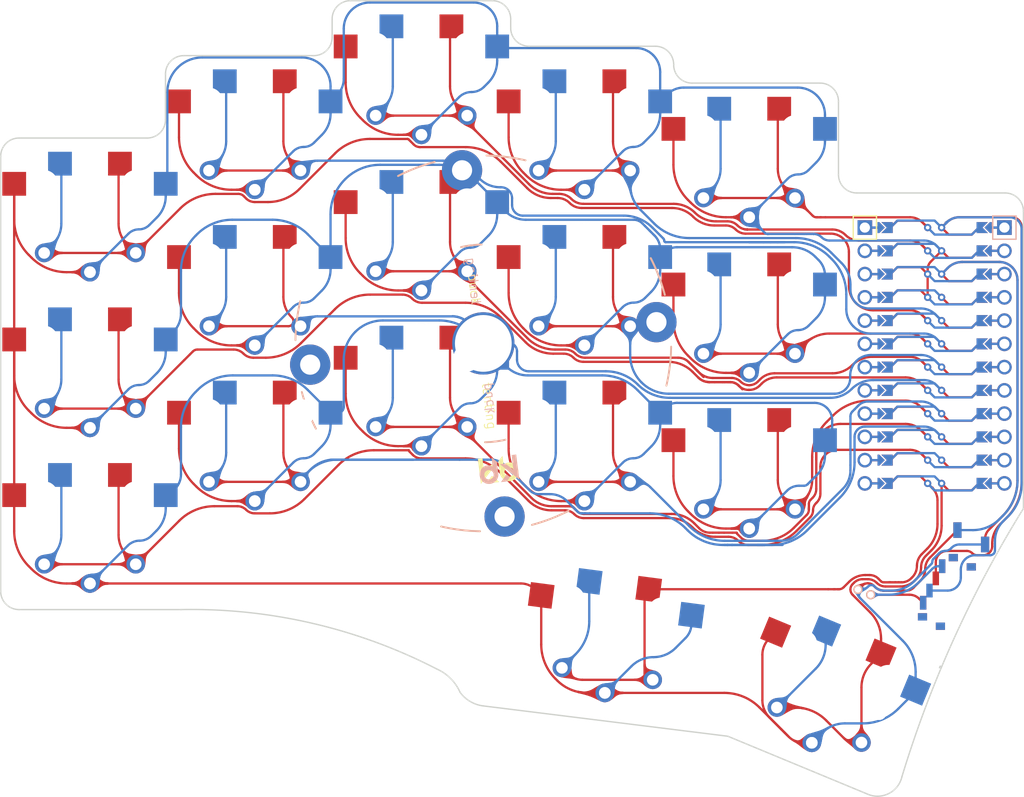
<source format=kicad_pcb>
(kicad_pcb (version 20211014) (generator pcbnew)
  (title_block (title "lazy_ferris") (rev "v1.0.0") (company "Unknown"))
  (layers (0 "F.Cu" signal) (31 "B.Cu" signal) (34 "B.Paste" user) (35 "F.Paste" user) (36 "B.SilkS" user "B.Silkscreen") (37 "F.SilkS" user "F.Silkscreen") (38 "B.Mask" user) (39 "F.Mask" user) (44 "Edge.Cuts" user))
  (net 0 "")
  (net 1 "P8")
  (net 2 "GND")
  (net 3 "P5")
  (net 4 "P2")
  (net 5 "P14")
  (net 6 "P18")
  (net 7 "P20")
  (net 8 "P7")
  (net 9 "P4")
  (net 10 "P0")
  (net 11 "P15")
  (net 12 "P19")
  (net 13 "P21")
  (net 14 "P6")
  (net 15 "P3")
  (net 16 "P1")
  (net 17 "P9")
  (net 18 "P10")
  (net 19 "RAW")
  (net 20 "RST")
  (net 21 "VCC")
  (net 22 "P16")
  (net 23 "pos")
  (footprint "lib:bat" (layer "F.Cu") (at 102.571895 6.840827 -112.5)
    (fp_text reference "")
    (fp_text value "")
  )
  (footprint "Button_Switch_SMD:SW_SPDT_PCM12" (layer "F.Cu") (at 111.302323 6.668716 62.5)
    (fp_text reference "")
    (fp_text value "")
  )
  (footprint "PG1350" (layer "F.Cu") (at 36 -43)
    (fp_text reference "S11" hide)
    (fp_text value "" hide)
  )
  (footprint "footprints:tenting_puck" (layer "F.Cu") (at 60.96 -20.32 7)
    (fp_text reference "REF**")
    (fp_text value "Tenting Puck")
  )
  (footprint "PG1350" (layer "F.Cu") (at 18 -34 180)
    (fp_text reference "S6" hide)
    (fp_text value "" hide)
  )
  (footprint "PG1350" (layer "F.Cu") (at 18 0 180)
    (fp_text reference "S2" hide)
    (fp_text value "" hide)
  )
  (footprint "PG1350" (layer "F.Cu") (at 90 -23 180)
    (fp_text reference "S28" hide)
    (fp_text value "" hide)
  )
  (footprint "PG1350" (layer "F.Cu") (at 18 0)
    (fp_text reference "S1" hide)
    (fp_text value "" hide)
  )
  (footprint "PG1350" (layer "F.Cu") (at 75 12 -7.5)
    (fp_text reference "S31" hide)
    (fp_text value "" hide)
  )
  (footprint "PG1350" (layer "F.Cu") (at 18 -34)
    (fp_text reference "S5" hide)
    (fp_text value "" hide)
  )
  (footprint "Button_Switch_SMD:SW_SPST_B3U-1000P" (layer "F.Cu") (at 114.251706 0.854841 -27.5)
    (fp_text reference "")
    (fp_text value "")
  )
  (footprint "PG1350" (layer "F.Cu") (at 72 -43 180)
    (fp_text reference "S24" hide)
    (fp_text value "" hide)
  )
  (footprint "PG1350" (layer "F.Cu") (at 36 -9)
    (fp_text reference "S7" hide)
    (fp_text value "" hide)
  )
  (footprint "ProMicro" (layer "F.Cu") (at 110.25 -19 -90)
    (fp_text reference "MCU1" hide)
    (fp_text value "")
  )
  (footprint "PG1350" (layer "F.Cu") (at 90 -40 180)
    (fp_text reference "S30" hide)
    (fp_text value "" hide)
  )
  (footprint "PG1350" (layer "F.Cu") (at 36 -26)
    (fp_text reference "S9" hide)
    (fp_text value "" hide)
  )
  (footprint "PG1350" (layer "F.Cu") (at 90 -6 180)
    (fp_text reference "S26" hide)
    (fp_text value "" hide)
  )
  (footprint "PG1350" (layer "F.Cu") (at 18 -17)
    (fp_text reference "S3" hide)
    (fp_text value "" hide)
  )
  (footprint "PG1350" (layer "F.Cu") (at 54.2 -32)
    (fp_text reference "S15" hide)
    (fp_text value "" hide)
  )
  (footprint "PG1350" (layer "F.Cu") (at 72 -26 180)
    (fp_text reference "S22" hide)
    (fp_text value "" hide)
  )
  (footprint "PG1350" (layer "F.Cu") (at 75 12 172.5)
    (fp_text reference "S32" hide)
    (fp_text value "" hide)
  )
  (footprint "PG1350" (layer "F.Cu") (at 72 -43)
    (fp_text reference "S23" hide)
    (fp_text value "" hide)
  )
  (footprint "PG1350" (layer "F.Cu") (at 36 -43 180)
    (fp_text reference "S12" hide)
    (fp_text value "" hide)
  )
  (footprint "PG1350" (layer "F.Cu") (at 18 -17 180)
    (fp_text reference "S4" hide)
    (fp_text value "" hide)
  )
  (footprint "PG1350" (layer "F.Cu") (at 54.2 -49 180)
    (fp_text reference "S18" hide)
    (fp_text value "" hide)
  )
  (footprint "PG1350" (layer "F.Cu") (at 90 -6)
    (fp_text reference "S25" hide)
    (fp_text value "" hide)
  )
  (footprint "PG1350" (layer "F.Cu") (at 54.2 -32 180)
    (fp_text reference "S16" hide)
    (fp_text value "" hide)
  )
  (footprint "PG1350" (layer "F.Cu") (at 54.2 -15)
    (fp_text reference "S13" hide)
    (fp_text value "" hide)
  )
  (footprint "PG1350" (layer "F.Cu") (at 54.2 -49)
    (fp_text reference "S17" hide)
    (fp_text value "" hide)
  )
  (footprint "PG1350" (layer "F.Cu") (at 72 -26)
    (fp_text reference "S21" hide)
    (fp_text value "" hide)
  )
  (footprint "PG1350" (layer "F.Cu") (at 90 -40)
    (fp_text reference "S29" hide)
    (fp_text value "" hide)
  )
  (footprint "PG1350" (layer "F.Cu") (at 72 -9 180)
    (fp_text reference "S20" hide)
    (fp_text value "" hide)
  )
  (footprint "PG1350" (layer "F.Cu") (at 54.2 -15 180)
    (fp_text reference "S14" hide)
    (fp_text value "" hide)
  )
  (footprint "PG1350" (layer "F.Cu") (at 99.094915 17.848125 157.5)
    (fp_text reference "S34" hide)
    (fp_text value "" hide)
  )
  (footprint "PG1350" (layer "F.Cu") (at 72 -9)
    (fp_text reference "S19" hide)
    (fp_text value "" hide)
  )
  (footprint "PG1350" (layer "F.Cu") (at 90 -23)
    (fp_text reference "S27" hide)
    (fp_text value "" hide)
  )
  (footprint "PG1350" (layer "F.Cu") (at 36 -26 180)
    (fp_text reference "S10" hide)
    (fp_text value "" hide)
  )
  (footprint "PG1350" (layer "F.Cu") (at 99.094915 17.848125 -22.5)
    (fp_text reference "S33" hide)
    (fp_text value "" hide)
  )
  (footprint "PG1350" (layer "F.Cu") (at 36 -9 180)
    (fp_text reference "S8" hide)
    (fp_text value "" hide)
  )
  (gr_line (start 26.25 -44.75) (end 26.25 -49.75) (layer "Edge.Cuts") (width 0.15))
  (gr_arc (start 106.68 27) (mid 112.362252 11.923809) (end 119.95 -2.289058) (layer "Edge.Cuts") (width 0.15))
  (gr_line (start 99.75 -38.75) (end 99.75 -46.75) (layer "Edge.Cuts") (width 0.15))
  (gr_arc (start 55.88 15.24) (mid 57.385599 16.274401) (end 58.42 17.78) (layer "Edge.Cuts") (width 0.15))
  (gr_arc (start 83.75 -48.75) (mid 82.335786 -49.335786) (end 81.75 -50.75) (layer "Edge.Cuts") (width 0.15))
  (gr_arc (start 110.785784 15.101849) (mid 110.824633 15.014078) (end 110.867648 14.928273) (layer "Edge.Cuts") (width 0.15))
  (gr_line (start 65.95 -52.775) (end 79.75 -52.775) (layer "Edge.Cuts") (width 0.15))
  (gr_line (start 119.95 -2.289058) (end 119.95 -34.75) (layer "Edge.Cuts") (width 0.15))
  (gr_arc (start 101.75 -36.75) (mid 100.335786 -37.335786) (end 99.75 -38.75) (layer "Edge.Cuts") (width 0.15))
  (gr_line (start 101.75 -36.75) (end 117.95 -36.75) (layer "Edge.Cuts") (width 0.15))
  (gr_arc (start 44.45 -53.75) (mid 43.864214 -52.335786) (end 42.45 -51.75) (layer "Edge.Cuts") (width 0.15))
  (gr_line (start 46.45 -57.75) (end 61.95 -57.75) (layer "Edge.Cuts") (width 0.15))
  (gr_line (start 60.96 19.271986) (end 87.662489 22.583591) (layer "Edge.Cuts") (width 0.15))
  (gr_arc (start 26.25 -44.75) (mid 25.664214 -43.335786) (end 24.25 -42.75) (layer "Edge.Cuts") (width 0.15))
  (gr_line (start 10.25 -42.75) (end 24.25 -42.75) (layer "Edge.Cuts") (width 0.15))
  (gr_line (start 44.45 -53.75) (end 44.45 -55.75) (layer "Edge.Cuts") (width 0.15))
  (gr_line (start 81.75 -50.775) (end 81.75 -50.75) (layer "Edge.Cuts") (width 0.15))
  (gr_arc (start 61.95 -57.75) (mid 63.364214 -57.164214) (end 63.95 -55.75) (layer "Edge.Cuts") (width 0.15))
  (gr_line (start 8.25 6.75) (end 8.25 -40.75) (layer "Edge.Cuts") (width 0.15))
  (gr_line (start 87.662489 22.583591) (end 102.906502 28.897868) (layer "Edge.Cuts") (width 0.15))
  (gr_arc (start 79.75 -52.775) (mid 81.164214 -52.189214) (end 81.75 -50.775) (layer "Edge.Cuts") (width 0.15))
  (gr_arc (start 97.75 -48.75) (mid 99.164214 -48.164214) (end 99.75 -46.75) (layer "Edge.Cuts") (width 0.15))
  (gr_arc (start 44.45 -55.75) (mid 45.035786 -57.164214) (end 46.45 -57.75) (layer "Edge.Cuts") (width 0.15))
  (gr_line (start 83.75 -48.75) (end 97.75 -48.75) (layer "Edge.Cuts") (width 0.15))
  (gr_line (start 28.25 -51.75) (end 42.45 -51.75) (layer "Edge.Cuts") (width 0.15))
  (gr_arc (start 106.68 27) (mid 105.242317 28.841803) (end 102.906502 28.897868) (layer "Edge.Cuts") (width 0.15))
  (gr_arc (start 10.25 8.75) (mid 8.835786 8.164214) (end 8.25 6.75) (layer "Edge.Cuts") (width 0.15))
  (gr_arc (start 26.25 -49.75) (mid 26.835786 -51.164214) (end 28.25 -51.75) (layer "Edge.Cuts") (width 0.15))
  (gr_arc (start 8.25 -40.75) (mid 8.835786 -42.164214) (end 10.25 -42.75) (layer "Edge.Cuts") (width 0.15))
  (gr_arc (start 27.94 8.75) (mid 42.314225 10.254779) (end 55.88 15.24) (layer "Edge.Cuts") (width 0.15))
  (gr_line (start 63.95 -55.75) (end 63.95 -54.775) (layer "Edge.Cuts") (width 0.15))
  (gr_arc (start 117.95 -36.75) (mid 119.364214 -36.164214) (end 119.95 -34.75) (layer "Edge.Cuts") (width 0.15))
  (gr_line (start 10.25 8.75) (end 27.94 8.75) (layer "Edge.Cuts") (width 0.15))
  (gr_arc (start 60.96 19.271986) (mid 59.534062 18.791466) (end 58.42 17.78) (layer "Edge.Cuts") (width 0.15))
  (gr_arc (start 65.95 -52.775) (mid 64.535786 -53.360786) (end 63.95 -54.775) (layer "Edge.Cuts") (width 0.15))
  (segment (start 97.775001 -3.914222) (end 97.775001 -6.85986) (width 0.25) (layer "F.Cu") (net 1))
  (segment (start 37.651769 -1.759) (end 35.996789 -1.759) (width 0.25) (layer "F.Cu") (net 1))
  (segment (start 97.3725 -2.9425) (end 97.289208 -2.859208) (width 0.25) (layer "F.Cu") (net 1))
  (segment (start 52.806269 -8.65) (end 49.003963 -8.65) (width 0.25) (layer "F.Cu") (net 1))
  (segment (start 23.46875 3.331249) (end 27.746207 -0.946207) (width 0.25) (layer "F.Cu") (net 1))
  (segment (start 21.124999 0.599173) (end 21.124999 -5.693932) (width 0.25) (layer "F.Cu") (net 1))
  (segment (start 65.902046 -3.128698) (end 62.865538 -6.165207) (width 0.25) (layer "F.Cu") (net 1))
  (segment (start 31.593963 -2.54) (end 34.111288 -2.54) (width 0.25) (layer "F.Cu") (net 1))
  (segment (start 21.199999 -5.874999) (end 21.275 -5.95) (width 0.25) (layer "F.Cu") (net 1))
  (segment (start 41.419747 -3.319747) (end 45.156207 -7.056207) (width 0.25) (layer "F.Cu") (net 1))
  (segment (start 52.896286 -8.507252) (end 53.251769 -8.151769) (width 0.25) (layer "F.Cu") (net 1))
  (segment (start 68.409686 -2.09) (end 69.878627 -2.09) (width 0.25) (layer "F.Cu") (net 1))
  (segment (start 89.888175 1.690999) (end 91.45 1.690999) (width 0.25) (layer "F.Cu") (net 1))
  (segment (start 108.9255 -8.1325) (end 109.488 -7.57) (width 0.25) (layer "F.Cu") (net 1))
  (segment (start 71.922087 -1.243571) (end 81.342153 -1.243571) (width 0.25) (layer "F.Cu") (net 1))
  (segment (start 22.531249 3.331249) (end 22.062499 2.862499) (width 0.25) (layer "F.Cu") (net 1))
  (segment (start 22.337086 3.8) (end 13 3.8) (width 0.25) (layer "F.Cu") (net 1))
  (segment (start 107.567504 -8.695) (end 99.61014 -8.695) (width 0.25) (layer "F.Cu") (net 1))
  (segment (start 96.650791 -1.317934) (end 95.191733 0.141123) (width 0.25) (layer "F.Cu") (net 1))
  (segment (start 86.275769 0.8) (end 87.73711 0.799999) (width 0.25) (layer "F.Cu") (net 1))
  (segment (start 54.199998 -7.759) (end 59.017782 -7.759) (width 0.25) (layer "F.Cu") (net 1))
  (arc (start 27.746207 -0.946207) (mid 29.511572 -2.125786) (end 31.593963 -2.54) (width 0.25) (layer "F.Cu") (net 1))
  (arc (start 65.902046 -3.128698) (mid 67.052561 -2.359948) (end 68.409686 -2.09) (width 0.25) (layer "F.Cu") (net 1))
  (arc (start 22.337086 3.8) (mid 22.590772 3.630492) (end 22.531249 3.331249) (width 0.25) (layer "F.Cu") (net 1))
  (arc (start 97.775001 -6.85986) (mid 97.914692 -7.562137) (end 98.312501 -8.1575) (width 0.25) (layer "F.Cu") (net 1))
  (arc (start 23.46875 3.331249) (mid 22.999999 3.525412) (end 22.531249 3.331249) (width 0.25) (layer "F.Cu") (net 1))
  (arc (start 21.199999 -5.874999) (mid 21.14449 -5.791924) (end 21.124999 -5.693932) (width 0.25) (layer "F.Cu") (net 1))
  (arc (start 97.3725 -2.9425) (mid 97.670394 -3.38833) (end 97.775001 -3.914222) (width 0.25) (layer "F.Cu") (net 1))
  (arc (start 52.859 -8.597269) (mid 52.843555 -8.634555) (end 52.806269 -8.65) (width 0.25) (layer "F.Cu") (net 1))
  (arc (start 23.46875 3.331249) (mid 22.949538 3.678175) (end 22.337086 3.8) (width 0.25) (layer "F.Cu") (net 1))
  (arc (start 96.650791 -1.317934) (mid 96.88704 -1.671505) (end 96.97 -2.088571) (width 0.25) (layer "F.Cu") (net 1))
  (arc (start 83.808961 -0.221785) (mid 82.67718 -0.978017) (end 81.342153 -1.243571) (width 0.25) (layer "F.Cu") (net 1))
  (arc (start 86.275769 0.8) (mid 84.940742 0.534446) (end 83.808961 -0.221785) (width 0.25) (layer "F.Cu") (net 1))
  (arc (start 97.289208 -2.859208) (mid 97.052959 -2.505636) (end 96.97 -2.088571) (width 0.25) (layer "F.Cu") (net 1))
  (arc (start 87.73711 0.799999) (mid 88.319184 0.915781) (end 88.812643 1.2455) (width 0.25) (layer "F.Cu") (net 1))
  (arc (start 108.9255 -8.1325) (mid 108.302446 -8.548811) (end 107.567504 -8.695) (width 0.25) (layer "F.Cu") (net 1))
  (arc (start 21.124999 0.599173) (mid 21.368647 1.824076) (end 22.062499 2.862499) (width 0.25) (layer "F.Cu") (net 1))
  (arc (start 52.859 -8.597269) (mid 52.86869 -8.548552) (end 52.896286 -8.507252) (width 0.25) (layer "F.Cu") (net 1))
  (arc (start 88.812643 1.2455) (mid 89.306101 1.575218) (end 89.888175 1.690999) (width 0.25) (layer "F.Cu") (net 1))
  (arc (start 45.156207 -7.056207) (mid 46.921572 -8.235786) (end 49.003963 -8.65) (width 0.25) (layer "F.Cu") (net 1))
  (arc (start 35.996789 -1.759) (mid 35.486576 -1.860487) (end 35.054039 -2.1495) (width 0.25) (layer "F.Cu") (net 1))
  (arc (start 35.054039 -2.1495) (mid 34.621501 -2.438512) (end 34.111288 -2.54) (width 0.25) (layer "F.Cu") (net 1))
  (arc (start 41.419747 -3.319747) (mid 39.690984 -2.164624) (end 37.651769 -1.759) (width 0.25) (layer "F.Cu") (net 1))
  (arc (start 71.922087 -1.243571) (mid 71.36913 -1.35356) (end 70.900357 -1.666785) (width 0.25) (layer "F.Cu") (net 1))
  (arc (start 99.61014 -8.695) (mid 98.907862 -8.555308) (end 98.312501 -8.1575) (width 0.25) (layer "F.Cu") (net 1))
  (arc (start 69.878627 -2.09) (mid 70.431583 -1.98001) (end 70.900357 -1.666785) (width 0.25) (layer "F.Cu") (net 1))
  (arc (start 54.199998 -7.759) (mid 53.68682 -7.861077) (end 53.251769 -8.151769) (width 0.25) (layer "F.Cu") (net 1))
  (arc (start 62.865538 -6.165207) (mid 61.100172 -7.344786) (end 59.017782 -7.759) (width 0.25) (layer "F.Cu") (net 1))
  (arc (start 95.191733 0.141123) (mid 93.475011 1.288199) (end 91.45 1.690999) (width 0.25) (layer "F.Cu") (net 1))
  (segment (start 14.875001 -5.693932) (end 14.875001 0.599173) (width 0.25) (layer "B.Cu") (net 1))
  (segment (start 14.8 -5.874999) (end 14.725 -5.95) (width 0.25) (layer "B.Cu") (net 1))
  (segment (start 13.9375 2.862499) (end 13 3.8) (width 0.25) (layer "B.Cu") (net 1))
  (arc (start 14.875001 -5.693932) (mid 14.855508 -5.791924) (end 14.8 -5.874999) (width 0.25) (layer "B.Cu") (net 1))
  (arc (start 14.875001 0.599173) (mid 14.631352 1.824076) (end 13.9375 2.862499) (width 0.25) (layer "B.Cu") (net 1))
  (segment (start 93.48619 21.806782) (end 93.903738 22.22433) (width 0.25) (layer "F.Cu") (net 2))
  (segment (start 63.725 -8.832502) (end 63.725 -12.75) (width 0.25) (layer "F.Cu") (net 2))
  (segment (start 103.74054 6.27838) (end 103.619397 6.157237) (width 0.25) (layer "F.Cu") (net 2))
  (segment (start 9.725 -20.75) (end 9.725 -16.832502) (width 0.25) (layer "F.Cu") (net 2))
  (segment (start 65.318792 -38.984745) (end 65.609746 -38.693792) (width 0.25) (layer "F.Cu") (net 2))
  (segment (start 83.318792 -35.984745) (end 83.609746 -35.693792) (width 0.25) (layer "F.Cu") (net 2))
  (segment (start 63.725 -42.832502) (end 63.725 -46.75) (width 0.25) (layer "F.Cu") (net 2))
  (segment (start 94.182104 22.502695) (end 94.321287 22.641878) (width 0.25) (layer "F.Cu") (net 2))
  (segment (start 93.903738 22.22433) (end 94.182104 22.502695) (width 0.25) (layer "F.Cu") (net 2))
  (segment (start 51.657502 -9.1) (end 54.2 -9.1) (width 0.25) (layer "F.Cu") (net 2))
  (segment (start 27.725 -8.832502) (end 27.725 -12.75) (width 0.25) (layer "F.Cu") (net 2))
  (segment (start 47.518792 -44.984745) (end 47.809746 -44.693792) (width 0.25) (layer "F.Cu") (net 2))
  (segment (start 95.907753 23.299014) (end 96.837083 23.299014) (width 0.25) (layer "F.Cu") (net 2))
  (segment (start 67.285267 12.557983) (end 67.285267 8.122615) (width 0.25) (layer "F.Cu") (net 2))
  (segment (start 51.657502 -26.1) (end 54.2 -26.1) (width 0.25) (layer "F.Cu") (net 2))
  (segment (start 109.488 -27.89) (end 109.488 -25.35) (width 0.25) (layer "F.Cu") (net 2))
  (segment (start 104.704921 6.67784) (end 107.15108 6.67784) (width 0.25) (layer "F.Cu") (net 2))
  (segment (start 81.725 -39.832502) (end 81.725 -43.75) (width 0.25) (layer "F.Cu") (net 2))
  (segment (start 81.725 -5.832502) (end 81.725 -9.75) (width 0.25) (layer "F.Cu") (net 2))
  (segment (start 27.725 -42.832502) (end 27.725 -46.75) (width 0.25) (layer "F.Cu") (net 2))
  (segment (start 69.025597 16.490142) (end 68.835123 16.299668) (width 0.25) (layer "F.Cu") (net 2))
  (segment (start 92.162437 11.939308) (end 92.884875 11.216871) (width 0.25) (layer "F.Cu") (net 2))
  (segment (start 83.609745 -1.693792) (end 83.318792 -1.984746) (width 0.25) (layer "F.Cu") (net 2))
  (segment (start 93.48619 21.806782) (end 92.214852 20.535443) (width 0.25) (layer "F.Cu") (net 2))
  (segment (start 107.955263 6.344735) (end 108.694498 5.605501) (width 0.25) (layer "F.Cu") (net 2))
  (segment (start 104.704921 6.67784) (end 105.26676 6.67784) (width 0.25) (layer "F.Cu") (net 2))
  (segment (start 87.457502 -17.1) (end 90 -17.1) (width 0.25) (layer "F.Cu") (net 2))
  (segment (start 33.457502 -3.1) (end 36 -3.1) (width 0.25) (layer "F.Cu") (net 2))
  (segment (start 94.182104 22.502695) (end 93.903738 22.22433) (width 0.25) (layer "F.Cu") (net 2))
  (segment (start 18 5.9) (end 15.457502 5.9) (width 0.25) (layer "F.Cu") (net 2))
  (segment (start 69.457502 -37.1) (end 72 -37.1) (width 0.25) (layer "F.Cu") (net 2))
  (segment (start 69.457502 -20.1) (end 72 -20.1) (width 0.25) (layer "F.Cu") (net 2))
  (segment (start 33.457502 -20.1) (end 36 -20.1) (width 0.25) (layer "F.Cu") (net 2))
  (segment (start 65.318792 -21.984745) (end 65.609746 -21.693792) (width 0.25) (layer "F.Cu") (net 2))
  (segment (start 91.44 18.664784) (end 91.44 13.683426) (width 0.25) (layer "F.Cu") (net 2))
  (segment (start 65.609746 -4.693792) (end 65.318792 -4.984745) (width 0.25) (layer "F.Cu") (net 2))
  (segment (start 11.609746 4.306207) (end 11.318792 4.015253) (width 0.25) (layer "F.Cu") (net 2))
  (segment (start 45.925 -48.832502) (end 45.925 -52.75) (width 0.25) (layer "F.Cu") (net 2))
  (segment (start 74.229895 17.849525) (end 72.307437 17.849525) (width 0.25) (layer "F.Cu") (net 2))
  (segment (start 11.609746 -12.693792) (end 11.318792 -12.984745) (width 0.25) (layer "F.Cu") (net 2))
  (segment (start 65.062651 5.9) (end 18 5.9) (width 0.25) (layer "F.Cu") (net 2))
  (segment (start 109.745501 3.068154) (end 112.743788 0.069868) (width 0.25) (layer "F.Cu") (net 2))
  (segment (start 29.609746 -21.693792) (end 29.318792 -21.984745) (width 0.25) (layer "F.Cu") (net 2))
  (segment (start 106.20892 6.67784) (end 105.26676 6.67784) (width 0.25) (layer "F.Cu") (net 2))
  (segment (start 74.229895 17.849525) (end 87.274969 17.849525) (width 0.25) (layer "F.Cu") (net 2))
  (segment (start 91.122725 19.443317) (end 92.214851 20.535443) (width 0.25) (layer "F.Cu") (net 2))
  (segment (start 109.84721 -29.26521) (end 111.012 -30.43) (width 0.25) (layer "F.Cu") (net 2))
  (segment (start 45.925 -14.832502) (end 45.925 -18.75) (width 0.25) (layer "F.Cu") (net 2))
  (segment (start 47.809746 -10.693792) (end 47.518792 -10.984745) (width 0.25) (layer "F.Cu") (net 2))
  (segment (start 102.275561 6.157237) (end 101.878985 6.553814) (width 0.25) (layer "F.Cu") (net 2))
  (segment (start 63.725 -25.832502) (end 63.725 -29.75) (width 0.25) (layer "F.Cu") (net 2))
  (segment (start 51.657502 -43.1) (end 54.2 -43.1) (width 0.25) (layer "F.Cu") (net 2))
  (segment (start 83.609745 -18.693792) (end 83.318792 -18.984746) (width 0.25) (layer "F.Cu") (net 2))
  (segment (start 27.725 -25.832502) (end 27.725 -29.75) (width 0.25) (layer "F.Cu") (net 2))
  (segment (start 9.725 0.167497) (end 9.725 -3.75) (width 0.25) (layer "F.Cu") (net 2))
  (segment (start 69.457502 -3.1) (end 72 -3.1) (width 0.25) (layer "F.Cu") (net 2))
  (segment (start 106.44446 6.67784) (end 106.20892 6.67784) (width 0.25) (layer "F.Cu") (net 2))
  (segment (start 29.609746 -4.693792) (end 29.318792 -4.984745) (width 0.25) (layer "F.Cu") (net 2))
  (segment (start 9.725 -20.75) (end 9.725 -3.75) (width 0.25) (layer "F.Cu") (net 2))
  (segment (start 106.91554 6.67784) (end 106.44446 6.67784) (width 0.25) (layer "F.Cu") (net 2))
  (segment (start 109.488 -28.398) (end 109.488 -27.89) (width 0.25) (layer "F.Cu") (net 2))
  (segment (start 33.457502 -37.1) (end 36 -37.1) (width 0.25) (layer "F.Cu") (net 2))
  (segment (start 87.457502 -34.1) (end 90 -34.1) (width 0.25) (layer "F.Cu") (net 2))
  (segment (start 15.457502 -28.1) (end 18 -28.1) (width 0.25) (layer "F.Cu") (net 2))
  (segment (start 106.91554 6.67784) (end 107.15108 6.67784) (width 0.25) (layer "F.Cu") (net 2))
  (segment (start 29.609746 -38.693792) (end 29.318792 -38.984745) (width 0.25) (layer "F.Cu") (net 2))
  (segment (start 47.809746 -27.693792) (end 47.518792 -27.984745) (width 0.25) (layer "F.Cu") (net 2))
  (segment (start 93.48619 21.806782) (end 93.903738 22.22433) (width 0.25) (layer "F.Cu") (net 2))
  (segment (start 9.725 -37.75) (end 9.725 -33.832502) (width 0.25) (layer "F.Cu") (net 2))
  (segment (start 45.925 -31.832502) (end 45.925 -35.75) (width 0.25) (layer "F.Cu") (net 2))
  (segment (start 11.318792 -29.984745) (end 11.609746 -29.693792) (width 0.25) (layer "F.Cu") (net 2))
  (segment (start 81.725 -22.832502) (end 81.725 -26.75) (width 0.25) (layer "F.Cu") (net 2))
  (segment (start 93.48619 21.806782) (end 92.214851 20.535443) (width 0.25) (layer "F.Cu") (net 2))
  (segment (start 87.457502 -0.1) (end 90 -0.1) (width 0.25) (layer "F.Cu") (net 2))
  (segment (start 15.457502 -11.1) (end 18 -11.1) (width 0.25) (layer "F.Cu") (net 2))
  (segment (start 9.725 -20.75) (end 9.725 -37.75) (width 0.25) (layer "F.Cu") (net 2))
  (arc (start 93.48619 21.806782) (mid 93.48619 21.806782) (end 93.48619 21.806782) (width 0.25) (layer "F.Cu") (net 2))
  (arc (start 69.457502 -20.1) (mid 67.375111 -20.514213) (end 65.609746 -21.693792) (width 0.25) (layer "F.Cu") (net 2))
  (arc (start 29.609746 -21.693792) (mid 31.375111 -20.514213) (end 33.457502 -20.1) (width 0.25) (layer "F.Cu") (net 2))
  (arc (start 109.488 -28.398) (mid 109.581355 -28.86733) (end 109.84721 -29.26521) (width 0.25) (layer "F.Cu") (net 2))
  (arc (start 91.44 18.664784) (mid 91.641377 19.677177) (end 92.214852 20.535443) (width 0.25) (layer "F.Cu") (net 2))
  (arc (start 11.318792 -29.984745) (mid 10.139213 -31.750111) (end 9.725 -33.832502) (width 0.25) (layer "F.Cu") (net 2))
  (arc (start 65.318792 -21.984745) (mid 64.139213 -23.750111) (end 63.725 -25.832502) (width 0.25) (layer "F.Cu") (net 2))
  (arc (start 29.609746 -38.693792) (mid 31.375111 -37.514213) (end 33.457502 -37.1) (width 0.25) (layer "F.Cu") (net 2))
  (arc (start 69.025597 16.490142) (mid 70.531318 17.496232) (end 72.307437 17.849525) (width 0.25) (layer "F.Cu") (net 2))
  (arc (start 65.318792 -4.984745) (mid 64.139213 -6.750111) (end 63.725 -8.832502) (width 0.25) (layer "F.Cu") (net 2))
  (arc (start 11.609746 4.306207) (mid 13.375111 5.485786) (end 15.457502 5.9) (width 0.25) (layer "F.Cu") (net 2))
  (arc (start 66.634278 6.550989) (mid 67.11608 7.272057) (end 67.285267 8.122615) (width 0.25) (layer "F.Cu") (net 2))
  (arc (start 69.457502 -3.1) (mid 67.375111 -3.514213) (end 65.609746 -4.693792) (width 0.25) (layer "F.Cu") (net 2))
  (arc (start 47.518792 -44.984745) (mid 46.339213 -46.750111) (end 45.925 -48.832502) (width 0.25) (layer "F.Cu") (net 2))
  (arc (start 103.619397 6.157237) (mid 103.311118 5.951252) (end 102.947479 5.87892) (width 0.25) (layer "F.Cu") (net 2))
  (arc (start 81.725 -39.832502) (mid 82.139213 -37.750111) (end 83.318792 -35.984745) (width 0.25) (layer "F.Cu") (net 2))
  (arc (start 51.657502 -26.1) (mid 49.575111 -26.514213) (end 47.809746 -27.693792) (width 0.25) (layer "F.Cu") (net 2))
  (arc (start 9.725 -16.832502) (mid 10.139213 -14.750111) (end 11.318792 -12.984745) (width 0.25) (layer "F.Cu") (net 2))
  (arc (start 45.925 -14.832502) (mid 46.339213 -12.750111) (end 47.518792 -10.984745) (width 0.25) (layer "F.Cu") (net 2))
  (arc (start 29.609746 -4.693792) (mid 31.375111 -3.514213) (end 33.457502 -3.1) (width 0.25) (layer "F.Cu") (net 2))
  (arc (start 91.44 13.683426) (mid 91.627755 12.739516) (end 92.162437 11.939308) (width 0.25) (layer "F.Cu") (net 2))
  (arc (start 102.275561 6.157237) (mid 102.583839 5.951252) (end 102.947479 5.87892) (width 0.25) (layer "F.Cu") (net 2))
  (arc (start 83.318792 -18.984746) (mid 82.139213 -20.750111) (end 81.725 -22.832502) (width 0.25) (layer "F.Cu") (net 2))
  (arc (start 27.725 -8.832502) (mid 28.139213 -6.750111) (end 29.318792 -4.984745) (width 0.25) (layer "F.Cu") (net 2))
  (arc (start 65.062651 5.9) (mid 65.913209 6.069186) (end 66.634278 6.550989) (width 0.25) (layer "F.Cu") (net 2))
  (arc (start 93.903738 22.22433) (mid 93.903738 22.22433) (end 93.903738 22.22433) (width 0.25) (layer "F.Cu") (net 2))
  (arc (start 15.457502 -28.1) (mid 13.375111 -28.514213) (end 11.609746 -29.693792) (width 0.25) (layer "F.Cu") (net 2))
  (arc (start 103.74054 6.27838) (mid 104.183001 6.574023) (end 104.704921 6.67784) (width 0.25) (layer "F.Cu") (net 2))
  (arc (start 69.457502 -37.1) (mid 67.375111 -37.514213) (end 65.609746 -38.693792) (width 0.25) (layer "F.Cu") (net 2))
  (arc (start 65.318792 -38.984745) (mid 64.139213 -40.750111) (end 63.725 -42.832502) (width 0.25) (layer "F.Cu") (net 2))
  (arc (start 107.955263 6.344735) (mid 107.5863 6.591268) (end 107.15108 6.67784) (width 0.25) (layer "F.Cu") (net 2))
  (arc (start 27.725 -42.832502) (mid 28.139213 -40.750111) (end 29.318792 -38.984745) (width 0.25) (layer "F.Cu") (net 2))
  (arc (start 83.318792 -1.984746) (mid 82.139213 -3.750111) (end 81.725 -5.832502) (width 0.25) (layer "F.Cu") (net 2))
  (arc (start 92.214851 20.535443) (mid 92.214851 20.535443) (end 92.214852 20.535443) (width 0.25) (layer "F.Cu") (net 2))
  (arc (start 27.725 -25.832502) (mid 28.139213 -23.750111) (end 29.318792 -21.984745) (width 0.25) (layer "F.Cu") (net 2))
  (arc (start 83.609745 -18.693792) (mid 85.375111 -17.514213) (end 87.457502 -17.1) (width 0.25) (layer "F.Cu") (net 2))
  (arc (start 47.809746 -10.693792) (mid 49.575111 -9.514213) (end 51.657502 -9.1) (width 0.25) (layer "F.Cu") (net 2))
  (arc (start 91.122725 19.443317) (mid 89.357359 18.263738) (end 87.274969 17.849525) (width 0.25) (layer "F.Cu") (net 2))
  (arc (start 107.15108 6.67784) (mid 107.15108 6.67784) (end 107.15108 6.67784) (width 0.25) (layer "F.Cu") (net 2))
  (arc (start 109.22 4.336828) (mid 109.083426 5.023429) (end 108.694498 5.605501) (width 0.25) (layer "F.Cu") (net 2))
  (arc (start 87.457502 -34.1) (mid 85.375111 -34.514213) (end 83.609746 -35.693792) (width 0.25) (layer "F.Cu") (net 2))
  (arc (start 68.835123 16.299668) (mid 67.688061 14.582968) (end 67.285267 12.557983) (width 0.25) (layer "F.Cu") (net 2))
  (arc (start 103.74054 6.27838) (mid 104.183001 6.574023) (end 104.704921 6.67784) (width 0.25) (layer "F.Cu") (net 2))
  (arc (start 104.704921 6.67784) (mid 104.704921 6.67784) (end 104.704921 6.67784) (width 0.25) (layer "F.Cu") (net 2))
  (arc (start 83.609745 -1.693792) (mid 85.375111 -0.514213) (end 87.457502 -0.1) (width 0.25) (layer "F.Cu") (net 2))
  (arc (start 15.457502 -11.1) (mid 13.375111 -11.514213) (end 11.609746 -12.693792) (width 0.25) (layer "F.Cu") (net 2))
  (arc (start 109.22 4.336828) (mid 109.356573 3.650226) (end 109.745501 3.068154) (width 0.25) (layer "F.Cu") (net 2))
  (arc (start 9.725 0.167497) (mid 10.139213 2.249887) (end 11.318792 4.015253) (width 0.25) (layer "F.Cu") (net 2))
  (arc (start 107.955263 6.344735) (mid 107.5863 6.591268) (end 107.15108 6.67784) (width 0.25) (layer "F.Cu") (net 2))
  (arc (start 45.925 -31.832502) (mid 46.339213 -29.750111) (end 47.518792 -27.984745) (width 0.25) (layer "F.Cu") (net 2))
  (arc (start 51.657502 -43.1) (mid 49.575111 -43.514213) (end 47.809746 -44.693792) (width 0.25) (layer "F.Cu") (net 2))
  (arc (start 95.907753 23.299014) (mid 95.049163 23.128229) (end 94.321287 22.641878) (width 0.25) (layer "F.Cu") (net 2))
  (segment (start 104.704921 6.67784) (end 105.562882 6.67784) (width 0.25) (layer "B.Cu") (net 2))
  (segment (start 62.475 -18.7225) (end 62.475 -17.395657) (width 0.25) (layer "B.Cu") (net 2))
  (segment (start 79.279747 -25.939747) (end 78.623215 -25.283215) (width 0.25) (layer "B.Cu") (net 2))
  (segment (start 97.033105 -32.275) (end 97.031965 -32.275) (width 0.25) (layer "B.Cu") (net 2))
  (segment (start 98.275 -42.395657) (end 98.275 -43.75) (width 0.25) (layer "B.Cu") (net 2))
  (segment (start 79.737499 -13.2875) (end 77.793791 -15.231207) (width 0.25) (layer "B.Cu") (net 2))
  (segment (start 109.091504 -31.555) (end 98.771908 -31.555) (width 0.25) (layer "B.Cu") (net 2))
  (segment (start 112.965471 1.639814) (end 115.759624 1.639814) (width 0.25) (layer "B.Cu") (net 2))
  (segment (start 44.275 -29.75) (end 41.793791 -32.231208) (width 0.25) (layer "B.Cu") (net 2))
  (segment (start 49.68653 -39.825001) (end 56.146035 -39.825001) (width 0.25) (layer "B.Cu") (net 2))
  (segment (start 44.275 -47.260884) (end 44.275 -46.239115) (width 0.25) (layer "B.Cu") (net 2))
  (segment (start 37.946035 -16.825001) (end 33.603964 -16.825001) (width 0.25) (layer "B.Cu") (net 2))
  (segment (start 96.008604 -32.275) (end 94.985812 -32.275) (width 0.25) (layer "B.Cu") (net 2))
  (segment (start 58.308413 -47.208413) (end 54.2 -43.1) (width 0.25) (layer "B.Cu") (net 2))
  (segment (start 90 -34.1) (end 91.69772 -32.402279) (width 0.25) (layer "B.Cu") (net 2))
  (segment (start 22.202569 -32.302569) (end 18 -28.1) (width 0.25) (layer "B.Cu") (net 2))
  (segment (start 58.402569 -30.302569) (end 54.2 -26.1) (width 0.25) (layer "B.Cu") (net 2))
  (segment (start 63.492499 -17.7875) (end 62.549445 -18.730554) (width 0.25) (layer "B.Cu") (net 2))
  (segment (start 98.275 -25.670788) (end 98.275 -25.487367) (width 0.25) (layer "B.Cu") (net 2))
  (segment (start 94.690074 -30.825001) (end 82.110141 -30.825001) (width 0.25) (layer "B.Cu") (net 2))
  (segment (start 44.275 -12.714644) (end 44.275 -11.395657) (width 0.25) (layer "B.Cu") (net 2))
  (segment (start 108.175081 17.515916) (end 108.175081 17.481551) (width 0.25) (layer "B.Cu") (net 2))
  (segment (start 44.275 -29.75) (end 44.275 -28.395657) (width 0.25) (layer "B.Cu") (net 2))
  (segment (start 102.232538 6.553814) (end 102.272585 6.553814) (width 0.25) (layer "B.Cu") (net 2))
  (segment (start 98.855 -9.955) (end 98.782582 -9.882582) (width 0.25) (layer "B.Cu") (net 2))
  (segment (start 97.3975 -5.9575) (end 96.97885 -5.53885) (width 0.25) (layer "B.Cu") (net 2))
  (segment (start 95.444099 -4.774099) (end 95.997794 -4.774099) (width 0.25) (layer "B.Cu") (net 2))
  (segment (start 90 -34.1) (end 94.202569 -38.302569) (width 0.25) (layer "B.Cu") (net 2))
  (segment (start 106.277829 19.584992) (end 108.126481 17.73634) (width 0.25) (layer "B.Cu") (net 2))
  (segment (start 110.4495 -30.9925) (end 111.012 -30.43) (width 0.25) (layer "B.Cu") (net 2))
  (segment (start 62.475 -51.18985) (end 62.475 -52.626256) (width 0.25) (layer "B.Cu") (net 2))
  (segment (start 98.275 -26.129342) (end 98.275 -25.762499) (width 0.25) (layer "B.Cu") (net 2))
  (segment (start 82.852731 -48.26) (end 95.279027 -48.26) (width 0.25) (layer "B.Cu") (net 2))
  (segment (start 80.275 -47.283865) (end 80.275 -49.954591) (width 0.25) (layer "B.Cu") (net 2))
  (segment (start 81.03 -47.505) (end 80.6525 -47.1275) (width 0.25) (layer "B.Cu") (net 2))
  (segment (start 59.993791 -21.231208) (end 62.455554 -18.769445) (width 0.25) (layer "B.Cu") (net 2))
  (segment (start 110.7171 2.618372) (end 110.123748 3.211725) (width 0.25) (layer "B.Cu") (net 2))
  (segment (start 26.275 -19.395657) (end 26.275 -19.572667) (width 0.25) (layer "B.Cu") (net 2))
  (segment (start 80.275 -28.989859) (end 80.275 -28.3425) (width 0.25) (layer "B.Cu") (net 2))
  (segment (start 45.72 -18.548696) (end 45.72 -13.3975) (width 0.25) (layer "B.Cu") (net 2))
  (segment (start 29.533792 -15.008792) (end 29.756208 -15.231208) (width 0.25) (layer "B.Cu") (net 2))
  (segment (start 108.175081 17.515916) (end 108.175081 17.584646) (width 0.25) (layer "B.Cu") (net 2))
  (segment (start 96.775128 -32.275) (end 97.029116 -32.275) (width 0.25) (layer "B.Cu") (net 2))
  (segment (start 97.033105 -32.275) (end 97.033675 -32.275) (width 0.25) (layer "B.Cu") (net 2))
  (segment (start 24.479314 -16.245628) (end 25.317334 -17.083648) (width 0.25) (layer "B.Cu") (net 2))
  (segment (start 96.479314 -22.245628) (end 97.317334 -23.083648) (width 0.25) (layer "B.Cu") (net 2))
  (segment (start 92.005 -32.275) (end 94.985812 -32.275) (width 0.25) (layer "B.Cu") (net 2))
  (segment (start 80.275 -47.283865) (end 80.275 -46.216134) (width 0.25) (layer "B.Cu") (net 2))
  (segment (start 96.479314 -39.245628) (end 97.317334 -40.083648) (width 0.25) (layer "B.Cu") (net 2))
  (segment (start 33.538964 -33.825001) (end 37.946035 -33.825001) (width 0.25) (layer "B.Cu") (net 2))
  (segment (start 108.175081 17.344092) (end 108.175081 17.481551) (width 0.25) (layer "B.Cu") (net 2))
  (segment (start 26.275 -2.3125) (end 26.275 -3.5825) (width 0.25) (layer "B.Cu") (net 2))
  (segment (start 44.275 -29.75) (end 44.275 -34.41347) (width 0.25) (layer "B.Cu") (net 2))
  (segment (start 22.143768 1.756231) (end 18 5.9) (width 0.25) (layer "B.Cu") (net 2))
  (segment (start 63.39 -34.740001) (end 62.508586 -35.621415) (width 0.25) (layer "B.Cu") (net 2))
  (segment (start 80.275 -30.51014) (end 80.275 -28.989859) (width 0.25) (layer "B.Cu") (net 2))
  (segment (start 97.031965 -32.275) (end 97.031395 -32.275) (width 0.25) (layer "B.Cu") (net 2))
  (segment (start 43.317334 -26.083648) (end 42.479314 -25.245628) (width 0.25) (layer "B.Cu") (net 2))
  (segment (start 98.275 -27.7375) (end 98.275 -26.129342) (width 0.25) (layer "B.Cu") (net 2))
  (segment (start 44.3 -12.725) (end 44.249999 -12.774999) (width 0.25) (layer "B.Cu") (net 2))
  (segment (start 78.623416 -33.136583) (end 79.1425 -32.617499) (width 0.25) (layer "B.Cu") (net 2))
  (segment (start 61.039784 -48.339784) (end 61.474549 -48.774549) (width 0.25) (layer "B.Cu") (net 2))
  (segment (start 112.032408 2.073553) (end 112.113074 1.992888) (width 0.25) (layer "B.Cu") (net 2))
  (segment (start 108.175081 17.344092) (end 108.175081 15.553649) (width 0.25) (layer "B.Cu") (net 2))
  (segment (start 78.337499 -33.4225) (end 78.623416 -33.136583) (width 0.25) (layer "B.Cu") (net 2))
  (segment (start 98.275 -8.075972) (end 98.275 -9.5625) (width 0.25) (layer "B.Cu") (net 2))
  (segment (start 76.202569 -7.302569) (end 72 -3.1) (width 0.25) (layer "B.Cu") (net 2))
  (segment (start 83.693679 10.286517) (end 83.693679 9.362186) (width 0.25) (layer "B.Cu") (net 2))
  (segment (start 83.040078 11.864448) (end 81.959558 12.944968) (width 0.25) (layer "B.Cu") (net 2))
  (segment (start 27.94 -23.592332) (end 27.94 -28.226036) (width 0.25) (layer "B.Cu") (net 2))
  (segment (start 92.005 -32.275) (end 92.185 -32.275) (width 0.25) (layer "B.Cu") (net 2))
  (segment (start 41.793791 -15.231208) (end 44.249999 -12.774999) (width 0.25) (layer "B.Cu") (net 2))
  (segment (start 79.272271 -32.487728) (end 79.531813 -32.228186) (width 0.25) (layer "B.Cu") (net 2))
  (segment (start 62.475 -52.873743) (end 62.475 -52.626256) (width 0.25) (layer "B.Cu") (net 2))
  (segment (start 98.275 -45.264027) (end 98.275 -43.75) (width 0.25) (layer "B.Cu") (net 2))
  (segment (start 98.275 -25.670788) (end 98.275 -25.762499) (width 0.25) (layer "B.Cu") (net 2))
  (segment (start 25.258534 0.141465) (end 24.704428 0.69557) (width 0.25) (layer "B.Cu") (net 2))
  (segment (start 96.008604 -32.275) (end 96.264872 -32.275) (width 0.25) (layer "B.Cu") (net 2))
  (segment (start 43.317334 -43.083648) (end 42.479314 -42.245628) (width 0.25) (layer "B.Cu") (net 2))
  (segment (start 27.94 -11.161036) (end 27.94 -6.020452) (width 0.25) (layer "B.Cu") (net 2))
  (segment (start 26.72844 -3.86844) (end 27.275 -4.415) (width 0.25) (layer "B.Cu") (net 2))
  (segment (start 77.365777 -33.825001) (end 65.599007 -33.825001) (width 0.25) (layer "B.Cu") (net 2))
  (segment (start 102.944503 6.275496) (end 103.003633 6.216367) (width 0.25) (layer "B.Cu") (net 2))
  (segment (start 97.031395 -32.275) (end 97.029116 -32.275) (width 0.25) (layer "B.Cu") (net 2))
  (segment (start 44.9975 -47.4725) (end 44.63625 -47.11125) (width 0.25) (layer "B.Cu") (net 2))
  (segment (start 78.479314 -8.245628) (end 79.317334 -9.083648) (width 0.25) (layer "B.Cu") (net 2))
  (segment (start 96.443524 -5.003524) (end 96.367049 -4.927049) (width 0.25) (layer "B.Cu") (net 2))
  (segment (start 43.317334 -9.083648) (end 42.479314 -8.245628) (width 0.25) (layer "B.Cu") (net 2))
  (segment (start 40.202569 -7.302569) (end 36 -3.1) (width 0.25) (layer "B.Cu") (net 2))
  (segment (start 99.06 -11.904504) (end 99.06 -10.449913) (width 0.25) (layer "B.Cu") (net 2))
  (segment (start 96.775128 -32.275) (end 96.264872 -32.275) (width 0.25) (layer "B.Cu") (net 2))
  (segment (start 80.275 -11.989859) (end 80.275 -11.395657) (width 0.25) (layer "B.Cu") (net 2))
  (segment (start 94.202569 -21.302569) (end 90 -17.1) (width 0.25) (layer "B.Cu") (net 2))
  (segment (start 40.202569 -41.302569) (end 36 -37.1) (width 0.25) (layer "B.Cu") (net 2))
  (segment (start 78.479314 -42.245628) (end 79.317334 -43.083648) (width 0.25) (layer "B.Cu") (net 2))
  (segment (start 56.146035 -22.825001) (end 49.996304 -22.825001) (width 0.25) (layer "B.Cu") (net 2))
  (segment (start 97.224999 -29.775) (end 97.576732 -29.423267) (width 0.25) (layer "B.Cu") (net 2))
  (segment (start 24.479314 -33.245628) (end 25.317334 -34.083648) (width 0.25) (layer "B.Cu") (net 2))
  (segment (start 29.533792 -32.073792) (end 29.691208 -32.231208) (width 0.25) (layer "B.Cu") (net 2))
  (segment (start 44.275 -45.395657) (end 44.275 -46.239115) (width 0.25) (layer "B.Cu") (net 2))
  (segment (start 76.164982 -24.264982) (end 72 -20.1) (width 0.25) (layer "B.Cu") (net 2))
  (segment (start 103.678527 6.216367) (end 103.74054 6.27838) (width 0.25) (layer "B.Cu") (net 2))
  (segment (start 79.661584 -32.098415) (end 79.531813 -32.228186) (width 0.25) (layer "B.Cu") (net 2))
  (segment (start 76.202569 -41.302569) (end 72 -37.1) (width 0.25) (layer "B.Cu") (net 2))
  (segment (start 107.991893 5.67171) (end 109.891725 3.771878) (width 0.25) (layer "B.Cu") (net 2))
  (segment (start 94.129626 -4.229626) (end 90 -0.1) (width 0.25) (layer "B.Cu") (net 2))
  (segment (start 102.430073 21.178785) (end 100.45654 21.178785) (width 0.25) (layer "B.Cu") (net 2))
  (segment (start 60.679314 -31.245628) (end 61.517334 -32.083648) (width 0.25) (layer "B.Cu") (net 2))
  (segment (start 45.72 -49.216769) (end 45.72 -54.699131) (width 0.25) (layer "B.Cu") (net 2))
  (segment (start 60.679314 -14.245628) (end 61.517334 -15.083648) (width 0.25) (layer "B.Cu") (net 2))
  (segment (start 108.175081 17.584646) (end 108.175081 17.619011) (width 0.25) (layer "B.Cu") (net 2))
  (segment (start 48.570868 -57.55) (end 59.888733 -57.55) (width 0.25) (layer "B.Cu") (net 2))
  (segment (start 59.993791 -38.231208) (end 62.441413 -35.783586) (width 0.25) (layer "B.Cu") (net 2))
  (segment (start 62.475 -54.963733) (end 62.475 -52.873743) (width 0.25) (layer "B.Cu") (net 2))
  (segment (start 44.360355 -12.7) (end 45.0225 -12.7) (width 0.25) (layer "B.Cu") (net 2))
  (segment (start 26.275 -36.395657) (end 26.275 -37.626256) (width 0.25) (layer "B.Cu") (net 2))
  (segment (start 97.897197 22.238899) (end 96.837083 23.299014) (width 0.25) (layer "B.Cu") (net 2))
  (segment (start 77.654591 -52.575) (end 62.773743 -52.575) (width 0.25) (layer "B.Cu") (net 2))
  (segment (start 58.402569 -13.302569) (end 54.2 -9.1) (width 0.25) (layer "B.Cu") (net 2))
  (segment (start 80.275 -30.51014) (end 80.275 -30.6175) (width 0.25) (layer "B.Cu") (net 2))
  (segment (start 41.125387 -51.55) (end 30.273919 -51.55) (width 0.25) (layer "B.Cu") (net 2))
  (segment (start 96.97885 -5.53885) (end 96.672949 -5.232949) (width 0.25) (layer "B.Cu") (net 2))
  (segment (start 97.139503 -13.825001) (end 82.110141 -13.825001) (width 0.25) (layer "B.Cu") (net 2))
  (segment (start 77.136798 14.942621) (end 74.229895 17.849525) (width 0.25) (layer "B.Cu") (net 2))
  (segment (start 96.596474 -5.156474) (end 96.443524 -5.003524) (width 0.25) (layer "B.Cu") (net 2))
  (segment (start 65.816178 -16.825001) (end 73.946035 -16.825001) (width 0.25) (layer "B.Cu") (net 2))
  (segment (start 44.275 -47.260884) (end 44.275 -48.400387) (width 0.25) (layer "B.Cu") (net 2))
  (segment (start 79.272271 -32.487728) (end 79.1425 -32.617499) (width 0.25) (layer "B.Cu") (net 2))
  (segment (start 98.275 -25.395657) (end 98.275 -25.487367) (width 0.25) (layer "B.Cu") (net 2))
  (segment (start 22.202569 -15.302569) (end 18 -11.1) (width 0.25) (layer "B.Cu") (net 2))
  (segment (start 80.275 -45.395657) (end 80.275 -46.216134) (width 0.25) (layer "B.Cu") (net 2))
  (segment (start 102.128984 7.510919) (end 106.763248 12.145183) (width 0.25) (layer "B.Cu") (net 2))
  (segment (start 96.672949 -5.232949) (end 96.596474 -5.156474) (width 0.25) (layer "B.Cu") (net 2))
  (segment (start 40.202569 -24.302569) (end 36 -20.1) (width 0.25) (layer "B.Cu") (net 2))
  (segment (start 62.475 -35.702501) (end 62.475 -34.395657) (width 0.25) (layer "B.Cu") (net 2))
  (segment (start 26.45 -38.048743) (end 26.45 -47.72608) (width 0.25) (layer "B.Cu") (net 2))
  (arc (start 96.479314 -22.245628) (mid 95.957024 -21.896645) (end 95.340942 -21.774099) (width 0.25) (layer "B.Cu") (net 2))
  (arc (start 23.424099 1.225901) (mid 24.117008 1.088072) (end 24.704428 0.69557) (width 0.25) (layer "B.Cu") (net 2))
  (arc (start 27.57 -50.43) (mid 26.741078 -49.189431) (end 26.45 -47.72608) (width 0.25) (layer "B.Cu") (net 2))
  (arc (start 62.5025 -18.75) (mid 62.477093 -18.755053) (end 62.455554 -18.769445) (width 0.25) (layer "B.Cu") (net 2))
  (arc (start 77.340942 -7.774099) (mid 77.957024 -7.896645) (end 78.479314 -8.245628) (width 0.25) (layer "B.Cu") (net 2))
  (arc (start 41.340942 -24.774099) (mid 41.957024 -24.896645) (end 42.479314 -25.245628) (width 0.25) (layer "B.Cu") (net 2))
  (arc (start 109.091504 -31.555) (mid 109.826446 -31.408811) (end 110.4495 -30.9925) (width 0.25) (layer "B.Cu") (net 2))
  (arc (start 26.3625 -37.8375) (mid 26.29774 -37.74058) (end 26.275 -37.626256) (width 0.25) (layer "B.Cu") (net 2))
  (arc (start 77.654591 -52.575) (mid 78.657378 -52.375533) (end 79.5075 -51.8075) (width 0.25) (layer "B.Cu") (net 2))
  (arc (start 97.897197 22.238899) (mid 99.071433 21.454299) (end 100.45654 21.178785) (width 0.25) (layer "B.Cu") (net 2))
  (arc (start 79.661584 -32.098415) (mid 80.115578 -31.418965) (end 80.275 -30.6175) (width 0.25) (layer "B.Cu") (net 2))
  (arc (start 58.402569 -30.302569) (mid 58.924859 -30.651552) (end 59.540942 -30.774099) (width 0.25) (layer "B.Cu") (net 2))
  (arc (start 43.317334 -9.083648) (mid 44.02611 -10.144406) (end 44.275 -11.395657) (width 0.25) (layer "B.Cu") (net 2))
  (arc (start 103.678527 6.216367) (mid 103.34108 6.076591) (end 103.003633 6.216367) (width 0.25) (layer "B.Cu") (net 2))
  (arc (start 92.005 -32.275) (mid 92.005 -32.275) (end 92.005 -32.275) (width 0.25) (layer "B.Cu") (net 2))
  (arc (start 80.8125 -13.2875) (mid 80.414691 -12.692137) (end 80.275 -11.989859) (width 0.25) (layer "B.Cu") (net 2))
  (arc (start 94.202569 -21.302569) (mid 94.724859 -21.651552) (end 95.340942 -21.774099) (width 0.25) (layer "B.Cu") (net 2))
  (arc (start 98.4625 -9.75) (mid 98.329917 -9.695082) (end 98.275 -9.5625) (width 0.25) (layer "B.Cu") (net 2))
  (arc (start 80.275 -45.395657) (mid 80.02611 -44.144406) (end 79.317334 -43.083648) (width 0.25) (layer "B.Cu") (net 2))
  (arc (start 103.74054 6.27838) (mid 104.183001 6.574023) (end 104.704921 6.67784) (width 0.25) (layer "B.Cu") (net 2))
  (arc (start 98.4625 -9.75) (mid 98.635727 -9.784456) (end 98.782582 -9.882582) (width 0.25) (layer "B.Cu") (net 2))
  (arc (start 44.275 -47.260884) (mid 44.405633 -47.065377) (end 44.63625 -47.11125) (width 0.25) (layer "B.Cu") (net 2))
  (arc (start 45.72 -13.3975) (mid 45.515706 -12.904293) (end 45.0225 -12.7) (width 0.25) (layer "B.Cu") (net 2))
  (arc (start 27.1075 -21.5825) (mid 26.491359 -20.66038) (end 26.275 -19.572667) (width 0.25) (layer "B.Cu") (net 2))
  (arc (start 23.340942 -32.774099) (mid 22.724859 -32.651552) (end 22.202569 -32.302569) (width 0.25) (layer "B.Cu") (net 2))
  (arc (start 43.3525 -50.6275) (mid 42.330692 -51.31025) (end 41.125387 -51.55) (width 0.25) (layer "B.Cu") (net 2))
  (arc (start 26.4425 -3.75) (mid 26.324059 -3.70094) (end 26.275 -3.5825) (width 0.25) (layer "B.Cu") (net 2))
  (arc (start 23.340942 -32.774099) (mid 23.957024 -32.896645) (end 24.479314 -33.245628) (width 0.25) (layer "B.Cu") (net 2))
  (arc (start 49.68653 -39.825001) (mid 47.615627 -39.413072) (end 45.86 -38.24) (width 0.25) (layer "B.Cu") (net 2))
  (arc (start 77.394099 -24.774099) (mid 76.728905 -24.641783) (end 76.164982 -24.264982) (width 0.25) (layer "B.Cu") (net 2))
  (arc (start 61.517334 -15.083648) (mid 62.22611 -16.144406) (end 62.475 -17.395657) (width 0.25) (layer "B.Cu") (net 2))
  (arc (start 79.548178 13.943795) (mid 78.243148 14.203381) (end 77.136798 14.942621) (width 0.25) (layer "B.Cu") (net 2))
  (arc (start 40.202569 -41.302569) (mid 40.724859 -41.651552) (end 41.340942 -41.774099) (width 0.25) (layer "B.Cu") (net 2))
  (arc (start 63.39 -34.740001) (mid 64.403501 -34.062801) (end 65.599007 -33.825001) (width 0.25) (layer "B.Cu") (net 2))
  (arc (start 48.570868 -57.55) (mid 47.479888 -57.33299) (end 46.555 -56.715) (width 0.25) (layer "B.Cu") (net 2))
  (arc (start 61.517334 -32.083648) (mid 62.22611 -33.144406) (end 62.475 -34.395657) (width 0.25) (layer "B.Cu") (net 2))
  (arc (start 77.394099 -24.774099) (mid 78.059292 -24.906413) (end 78.623215 -25.283215) (width 0.25) (layer "B.Cu") (net 2))
  (arc (start 25.258534 0.141465) (mid 26.010829 -0.984423) (end 26.275 -2.3125) (width 0.25) (layer "B.Cu") (net 2))
  (arc (start 98.275 -27.7375) (mid 98.093526 -28.64983) (end 97.576732 -29.423267) (width 0.25) (layer "B.Cu") (net 2))
  (arc (start 82.852731 -48.26) (mid 81.866276 -48.063781) (end 81.03 -47.505) (width 0.25) (layer "B.Cu") (net 2))
  (arc (start 106.277829 19.584992) (mid 104.512463 20.764571) (end 102.430073 21.178785) (width 0.25) (layer "B.Cu") (net 2))
  (arc (start 23.424099 1.225901) (mid 22.731189 1.363729) (end 22.143768 1.756231) (width 0.25) (layer "B.Cu") (net 2))
  (arc (start 25.317334 -17.083648) (mid 26.02611 -18.144406) (end 26.275 -19.395657) (width 0.25) (layer "B.Cu") (net 2))
  (arc (start 44.9975 -47.4725) (mid 45.532228 -48.272777) (end 45.72 -49.216769) (width 0.25) (layer "B.Cu") (net 2))
  (arc (start 45.72 -54.699131) (mid 45.937009 -55.790111) (end 46.555 -56.715) (width 0.25) (layer "B.Cu") (net 2))
  (arc (start 98.497499 -13.2625) (mid 98.91381 -12.639446) (end 99.06 -11.904504) (width 0.25) (layer "B.Cu") (net 2))
  (arc (start 77.340942 -41.774099) (mid 77.957024 -41.896645) (end 78.479314 -42.245628) (width 0.25) (layer "B.Cu") (net 2))
  (arc (start 77.365777 -33.825001) (mid 77.891669 -33.720394) (end 78.337499 -33.4225) (width 0.25) (layer "B.Cu") (net 2))
  (arc (start 44.275 -46.239115) (mid 44.368885 -46.711111) (end 44.63625 -47.11125) (width 0.25) (layer "B.Cu") (net 2))
  (arc (start 112.965471 1.639814) (mid 112.504157 1.731574) (end 112.113074 1.992888) (width 0.25) (layer "B.Cu") (net 2))
  (arc (start 43.317334 -43.083648) (mid 44.02611 -44.144406) (end 44.275 -45.395657) (width 0.25) (layer "B.Cu") (net 2))
  (arc (start 62.475 -35.702501) (mid 62.483728 -35.658617) (end 62.508586 -35.621415) (width 0.25) (layer "B.Cu") (net 2))
  (arc (start 98.275 -25.395657) (mid 98.02611 -24.144406) (end 97.317334 -23.083648) (width 0.25) (layer "B.Cu") (net 2))
  (arc (start 94.202569 -38.302569) (mid 94.724859 -38.651552) (end 95.340942 -38.774099) (width 0.25) (layer "B.Cu") (net 2))
  (arc (start 43.3525 -50.6275) (mid 44.03525 -49.605692) (end 44.275 -48.400387) (width 0.25) (layer "B.Cu") (net 2))
  (arc (start 40.202569 -24.302569) (mid 40.724859 -24.651552) (end 41.340942 -24.774099) (width 0.25) (layer "B.Cu") (net 2))
  (arc (start 44.275 -12.714644) (mid 44.28404 -12.728174) (end 44.3 -12.725) (width 0.25) (layer "B.Cu") (net 2))
  (arc (start 62.475 -52.873743) (mid 62.49774 -52.759419) (end 62.5625 -52.6625) (width 0.25) (layer "B.Cu") (net 2))
  (arc (start 62.455554 -18.769445) (mid 62.469946 -18.747906) (end 62.475 -18.7225) (width 0.25) (layer "B.Cu") (net 2))
  (arc (start 97.3975 -47.3825) (mid 96.425536 -48.031945) (end 95.279027 -48.26) (width 0.25) (layer "B.Cu") (net 2))
  (arc (start 80.8125 -30.2875) (mid 80.469368 -30.219246) (end 80.275 -30.51014) (width 0.25) (layer "B.Cu") (net 2))
  (arc (start 25.317334 -34.083648) (mid 26.02611 -35.144406) (end 26.275 -36.395657) (width 0.25) (layer "B.Cu") (net 2))
  (arc (start 58.402569 -13.302569) (mid 58.924859 -13.651552) (end 59.540942 -13.774099) (width 0.25) (layer "B.Cu") (net 2))
  (arc (start 27.57 -50.43) (mid 28.810568 -51.258921) (end 30.273919 -51.55) (width 0.25) (layer "B.Cu") (net 2))
  (arc (start 29.533792 -32.073792) (mid 28.354213 -30.308426) (end 27.94 -28.226036) (width 0.25) (layer "B.Cu") (net 2))
  (arc (start 98.855 -9.955) (mid 99.006722 -10.182068) (end 99.06 -10.449913) (width 0.25) (layer "B.Cu") (net 2))
  (arc (start 97.902792 -31.915) (mid 98.301545 -31.64856) (end 98.771908 -31.555) (width 0.25) (layer "B.Cu") (net 2))
  (arc (start 26.72844 -3.86844) (mid 26.597249 -3.780781) (end 26.4425 -3.75) (width 0.25) (layer "B.Cu") (net 2))
  (arc (start 80.8125 -13.2875) (mid 80.274999 -13.06486) (end 79.737499 -13.2875) (width 0.25) (layer "B.Cu") (net 2))
  (arc (start 80.275 -11.989859) (mid 80.135308 -12.692137) (end 79.737499 -13.2875) (width 0.25) (layer "B.Cu") (net 2))
  (arc (start 97.3975 -5.9575) (mid 98.046945 -6.929463) (end 98.275 -8.075972) (width 0.25) (layer "B.Cu") (net 2))
  (arc (start 61.039784 -48.339784) (mid 60.413202 -47.921115) (end 59.674099 -47.774099) (width 0.25) (layer "B.Cu") (net 2))
  (arc (start 62.475 -52.626256) (mid 62.506641 -52.67361) (end 62.5625 -52.6625) (width 0.25) (layer "B.Cu") (net 2))
  (arc (start 41.340942 -41.774099) (mid 41.957024 -41.896645) (end 42.479314 -42.245628) (width 0.25) (layer "B.Cu") (net 2))
  (arc (start 92.005 -32.275) (mid 91.838701 -32.308078) (end 91.69772 -32.402279) (width 0.25) (layer "B.Cu") (net 2))
  (arc (start 79.548178 13.943795) (mid 80.853207 13.684208) (end 81.959558 12.944968) (width 0.25) (layer "B.Cu") (net 2))
  (arc (start 79.317334 -9.083648) (mid 80.02611 -10.144406) (end 80.275 -11.395657) (width 0.25) (layer "B.Cu") (net 2))
  (arc (start 46.9725 -21.5725) (mid 48.359833 -22.499486) (end 49.996304 -22.825001) (width 0.25) (layer "B.Cu") (net 2))
  (arc (start 37.946035 -33.825001) (mid 40.028425 -33.410787) (end 41.793791 -32.231208) (width 0.25) (layer "B.Cu") (net 2))
  (arc (start 40.202569 -7.302569) (mid 40.724859 -7.651552) (end 41.340942 -7.774099) (width 0.25) (layer "B.Cu") (net 2))
  (arc (start 97.139503 -13.825001) (mid 97.874445 -13.678811) (end 98.497499 -13.2625) (width 0.25) (layer "B.Cu") (net 2))
  (arc (start 73.946035 -16.825001) (mid 76.028425 -16.410787) (end 77.793791 -15.231207) (width 0.25) (layer "B.Cu") (net 2))
  (arc (start 80.8125 -30.2875) (mid 81.407862 -30.685309) (end 82.110141 -30.825001) (width 0.25) (layer "B.Cu") (net 2))
  (arc (start 24.479314 -16.245628) (mid 23.957024 -15.896645) (end 23.340942 -15.774099) (width 0.25) (layer "B.Cu") (net 2))
  (arc (start 62.773743 -52.575) (mid 62.659419 -52.59774) (end 62.5625 -52.6625) (width 0.25) (layer "B.Cu") (net 2))
  (arc (start 77.340942 -41.774099) (mid 76.724859 -41.651552) (end 76.202569 -41.302569) (width 0.25) (layer "B.Cu") (net 2))
  (arc (start 95.997794 -4.774099) (mid 96.197633 -4.813849) (end 96.367049 -4.927049) (width 0.25) (layer "B.Cu") (net 2))
  (arc (start 80.275 -46.216134) (mid 80.373109 -46.709361) (end 80.6525 -47.1275) (width 0.25) (layer "B.Cu") (net 2))
  (arc (start 79.279747 -25.939747) (mid 80.016342 -27.042139) (end 80.275 -28.3425) (width 0.25) (layer "B.Cu") (net 2))
  (arc (start 95.444099 -4.774099) (mid 94.732711 -4.632595) (end 94.129626 -4.229626) (width 0.25) (layer "B.Cu") (net 2))
  (arc (start 60.679314 -31.245628) (mid 60.157024 -30.896645) (end 59.540942 -30.774099) (width 0.25) (layer "B.Cu") (net 2))
  (arc (start 110.123748 3.211725) (mid 110.037887 3.340225) (end 110.007737 3.491802) (width 0.25) (layer "B.Cu") (net 2))
  (arc (start 46.9725 -21.5725) (mid 46.045514 -20.185167) (end 45.72 -18.548696) (width 0.25) (layer "B.Cu") (net 2))
  (arc (start 58.308413 -47.208413) (mid 58.934995 -47.627081) (end 59.674099 -47.774099) (width 0.25) (layer "B.Cu") (net 2))
  (arc (start 97.3975 -47.3825) (mid 98.046945 -46.410536) (end 98.275 -45.264027) (width 0.25) (layer "B.Cu") (net 2))
  (arc (start 45.86 -38.24) (mid 44.686928 -36.484373) (end 44.275 -34.41347) (width 0.25) (layer "B.Cu") (net 2))
  (arc (start 44.360355 -12.7) (mid 44.327691 -12.706497) (end 44.3 -12.725) (width 0.25) (layer "B.Cu") (net 2))
  (arc (start 77.340942 -7.774099) (mid 76.724859 -7.651552) (end 76.202569 -7.302569) (width 0.25) (layer "B.Cu") (net 2))
  (arc (start 59.993791 -38.231208) (mid 58.228425 -39.410787) (end 56.146035 -39.825001) (width 0.25) (layer "B.Cu") (net 2))
  (arc (start 102.232538 6.553814) (mid 101.982538 6.657367) (end 101.878985 6.907367) (width 0.25) (layer "B.Cu") (net 2))
  (arc (start 98.275 -42.395657) (mid 98.02611 -41.144406) (end 97.317334 -40.083648) (width 0.25) (layer "B.Cu") (net 2))
  (arc (start 62.475 -54.963733) (mid 62.278132 -55.953454) (end 61.7175 -56.7925) (width 0.25) (layer "B.Cu") (net 2))
  (arc (start 43.317334 -26.083648) (mid 44.02611 -27.144406) (end 44.275 -28.395657) (width 0.25) (layer "B.Cu") (net 2))
  (arc (start 37.946035 -16.825001) (mid 40.028425 -16.410787) (end 41.793791 -15.231208) (width 0.25) (layer "B.Cu") (net 2))
  (arc (start 41.340942 -7.774099) (mid 41.957024 -7.896645) (end 42.479314 -8.245628) (width 0.25) (layer "B.Cu") (net 2))
  (arc (start 80.8125 -13.2875) (mid 81.407862 -13.685309) (end 82.110141 -13.825001) (width 0.25) (layer "B.Cu") (net 2))
  (arc (start 102.944503 6.275496) (mid 102.636224 6.481481) (end 102.272585 6.553814) (width 0.25) (layer "B.Cu") (net 2))
  (arc (start 80.275 -47.283865) (mid 80.411509 -47.079563) (end 80.6525 -47.1275) (width 0.25) (layer "B.Cu") (net 2))
  (arc (start 59.993791 -21.231208) (mid 58.228425 -22.410787) (end 56.146035 -22.825001) (width 0.25) (layer "B.Cu") (net 2))
  (arc (start 108.175081 17.619011) (mid 108.16245 17.682509) (end 108.126481 17.73634) (width 0.25) (layer "B.Cu") (net 2))
  (arc (start 83.040078 11.864448) (mid 83.523813 11.140487) (end 83.693679 10.286517) (width 0.25) (layer "B.Cu") (net 2))
  (arc (start 33.603964 -16.825001) (mid 31.521573 -16.410787) (end 29.756208 -15.231208) (width 0.25) (layer "B.Cu") (net 2))
  (arc (start 108.175081 15.553649) (mid 107.808157 13.709) (end 106.763248 12.145183) (width 0.25) (layer "B.Cu") (net 2))
  (arc (start 29.533792 -15.008792) (mid 28.354213 -13.243426) (end 27.94 -11.161036) (width 0.25) (layer "B.Cu") (net 2))
  (arc (start 59.888733 -57.55) (mid 60.878454 -57.353132) (end 61.7175 -56.7925) (width 0.25) (layer "B.Cu") (net 2))
  (arc (start 62.5025 -18.75) (mid 62.527906 -18.744946) (end 62.549445 -18.730554) (width 0.25) (layer "B.Cu") (net 2))
  (arc (start 62.475 -51.18985) (mid 62.214991 -49.882698) (end 61.474549 -48.774549) (width 0.25) (layer "B.Cu") (net 2))
  (arc (start 97.902792 -31.915) (mid 97.504037 -32.181439) (end 97.033675 -32.275) (width 0.25) (layer "B.Cu") (net 2))
  (arc (start 44.275 -12.714644) (mid 44.268502 -12.747308) (end 44.249999 -12.774999) (width 0.25) (layer "B.Cu") (net 2))
  (arc (start 110.007737 3.491802) (mid 109.977586 3.643378) (end 109.891725 3.771878) (width 0.25) (layer "B.Cu") (net 2))
  (arc (start 27.94 -23.592332) (mid 27.72364 -22.504618) (end 27.1075 -21.5825) (width 0.25) (layer "B.Cu") (net 2))
  (arc (start 79.5075 -51.8075) (mid 80.075533 -50.957378) (end 80.275 -49.954591) (width 0.25) (layer "B.Cu") (net 2))
  (arc (start 27.275 -4.415) (mid 27.767172 -5.151587) (end 27.94 -6.020452) (width 0.25) (layer "B.Cu") (net 2))
  (arc (start 94.690074 -30.825001) (mid 96.061965 -30.552114) (end 97.224999 -29.775) (width 0.25) (layer "B.Cu") (net 2))
  (arc (start 80.8125 -30.2875) (mid 80.414691 -29.692137) (end 80.275 -28.989859) (width 0.25) (layer "B.Cu") (net 2))
  (arc (start 33.538964 -33.825001) (mid 31.456573 -33.410787) (end 29.691208 -32.231208) (width 0.25) (layer "B.Cu") (net 2))
  (arc (start 62.475 -35.702501) (mid 62.466271 -35.746384) (end 62.441413 -35.783586) (width 0.25) (layer "B.Cu") (net 2))
  (arc (start 26.45 -38.048743) (mid 26.427259 -37.934419) (end 26.3625 -37.8375) (width 0.25) (layer "B.Cu") (net 2))
  (arc (start 92.005 -32.275) (mid 91.838701 -32.308078) (end 91.69772 -32.402279) (width 0.25) (layer "B.Cu") (net 2))
  (arc (start 62.475 -35.702501) (mid 62.466271 -35.746384) (end 62.441413 -35.783586) (width 0.25) (layer "B.Cu") (net 2))
  (arc (start 110.7171 2.618372) (mid 111.018834 2.416759) (end 111.374755 2.345963) (width 0.25) (layer "B.Cu") (net 2))
  (arc (start 22.202569 -15.302569) (mid 22.724859 -15.651552) (end 23.340942 -15.774099) (width 0.25) (layer "B.Cu") (net 2))
  (arc (start 62.475 -35.702501) (mid 62.475 -35.702501) (end 62.475 -35.702501) (width 0.25) (layer "B.Cu") (net 2))
  (arc (start 112.032408 2.073553) (mid 111.730674 2.275165) (end 111.374755 2.345963) (width 0.25) (layer "B.Cu") (net 2))
  (arc (start 62.5025 -18.75) (mid 62.483054 -18.741945) (end 62.475 -18.7225) (width 0.25) (layer "B.Cu") (net 2))
  (arc (start 107.991893 5.67171) (mid 106.877453 6.416355) (end 105.562882 6.67784) (width 0.25) (layer "B.Cu") (net 2))
  (arc (start 63.492499 -17.7875) (mid 64.558612 -17.075146) (end 65.816178 -16.825001) (width 0.25) (layer "B.Cu") (net 2))
  (arc (start 60.679314 -14.245628) (mid 60.157024 -13.896645) (end 59.540942 -13.774099) (width 0.25) (layer "B.Cu") (net 2))
  (arc (start 96.479314 -39.245628) (mid 95.957024 -38.896645) (end 95.340942 -38.774099) (width 0.25) (layer "B.Cu") (net 2))
  (arc (start 102.128984 7.510919) (mid 101.943957 7.234007) (end 101.878985 6.907367) (width 0.25) (layer "B.Cu") (net 2))
  (segment (start 28.295 -18.495) (end 23.46875 -13.66875) (width 0.25) (layer "F.Cu") (net 3))
  (segment (start 52.123506 -25.65) (end 48.600425 -25.65) (width 0.25) (layer "F.Cu") (net 3))
  (segment (start 93.003057 -16.605) (end 107.072443 -16.605) (width 0.25) (layer "F.Cu") (net 3))
  (segment (start 87.071894 -16.094539) (end 86.226645 -16.094539) (width 0.25) (layer "F.Cu") (net 3))
  (segment (start 21.124999 -16.400826) (end 21.124999 -22.693932) (width 0.25) (layer "F.Cu") (net 3))
  (segment (start 88.899873 -15.667269) (end 88.865373 -15.701769) (width 0.25) (layer "F.Cu") (net 3))
  (segment (start 59.017783 -24.759) (end 54.274571 -24.759) (width 0.25) (layer "F.Cu") (net 3))
  (segment (start 85.648104 -16.094539) (end 86.226645 -16.094539) (width 0.25) (layer "F.Cu") (net 3))
  (segment (start 71.888175 -18.309) (end 81.155886 -18.309) (width 0.25) (layer "F.Cu") (net 3))
  (segment (start 28.925 -19.125) (end 29.24 -19.44) (width 0.25) (layer "F.Cu") (net 3))
  (segment (start 41.049253 -20.352792) (end 44.752669 -24.056207) (width 0.25) (layer "F.Cu") (net 3))
  (segment (start 28.925 -19.125) (end 28.295 -18.495) (width 0.25) (layer "F.Cu") (net 3))
  (segment (start 87.705831 -16.094539) (end 87.283206 -16.094539) (width 0.25) (layer "F.Cu") (net 3))
  (segment (start 84.432822 -16.597925) (end 83.828977 -17.201769) (width 0.25) (layer "F.Cu") (net 3))
  (segment (start 87.283206 -16.094539) (end 87.071894 -16.094539) (width 0.25) (layer "F.Cu") (net 3))
  (segment (start 108.7805 -15.8975) (end 109.488 -15.19) (width 0.25) (layer "F.Cu") (net 3))
  (segment (start 33.689999 -19.65) (end 29.746984 -19.65) (width 0.25) (layer "F.Cu") (net 3))
  (segment (start 22.531249 -13.66875) (end 22.062499 -14.1375) (width 0.25) (layer "F.Cu") (net 3))
  (segment (start 22.337087 -13.2) (end 13 -13.2) (width 0.25) (layer "F.Cu") (net 3))
  (segment (start 35.841064 -18.759) (end 37.201497 -18.759) (width 0.25) (layer "F.Cu") (net 3))
  (segment (start 91.355357 -15.9225) (end 91.148638 -15.715781) (width 0.25) (layer "F.Cu") (net 3))
  (segment (start 87.705831 -16.094539) (end 87.917144 -16.094539) (width 0.25) (layer "F.Cu") (net 3))
  (segment (start 69.73711 -19.2) (end 68.598945 -19.2) (width 0.25) (layer "F.Cu") (net 3))
  (segment (start 85.648104 -16.094539) (end 87.917144 -16.094539) (width 0.25) (layer "F.Cu") (net 3))
  (segment (start 62.865539 -23.165207) (end 65.580442 -20.450304) (width 0.25) (layer "F.Cu") (net 3))
  (segment (start 90 -15.24) (end 89.931393 -15.24) (width 0.25) (layer "F.Cu") (net 3))
  (segment (start 21.199999 -22.874999) (end 21.275 -22.95) (width 0.25) (layer "F.Cu") (net 3))
  (segment (start 88.865373 -15.701769) (end 89.258143 -15.309) (width 0.25) (layer "F.Cu") (net 3))
  (arc (start 62.865539 -23.165207) (mid 61.100173 -24.344786) (end 59.017783 -24.759) (width 0.25) (layer "F.Cu") (net 3))
  (arc (start 41.049253 -20.352792) (mid 39.283887 -19.173213) (end 37.201497 -18.759) (width 0.25) (layer "F.Cu") (net 3))
  (arc (start 21.124999 -16.400826) (mid 21.368647 -15.175923) (end 22.062499 -14.1375) (width 0.25) (layer "F.Cu") (net 3))
  (arc (start 68.598945 -19.2) (mid 66.965343 -19.524943) (end 65.580442 -20.450304) (width 0.25) (layer "F.Cu") (net 3))
  (arc (start 21.199999 -22.874999) (mid 21.14449 -22.791924) (end 21.124999 -22.693932) (width 0.25) (layer "F.Cu") (net 3))
  (arc (start 23.46875 -13.66875) (mid 22.999999 -13.474587) (end 22.531249 -13.66875) (width 0.25) (layer "F.Cu") (net 3))
  (arc (start 53.199039 -25.2045) (mid 53.692497 -24.874781) (end 54.274571 -24.759) (width 0.25) (layer "F.Cu") (net 3))
  (arc (start 23.46875 -13.66875) (mid 22.949538 -13.321824) (end 22.337087 -13.2) (width 0.25) (layer "F.Cu") (net 3))
  (arc (start 34.765532 -19.2045) (mid 35.25899 -18.874781) (end 35.841064 -18.759) (width 0.25) (layer "F.Cu") (net 3))
  (arc (start 87.917144 -16.094539) (mid 87.917144 -16.094539) (end 87.917144 -16.094539) (width 0.25) (layer "F.Cu") (net 3))
  (arc (start 34.765532 -19.2045) (mid 34.272073 -19.534218) (end 33.689999 -19.65) (width 0.25) (layer "F.Cu") (net 3))
  (arc (start 22.531249 -13.66875) (mid 22.590772 -13.369507) (end 22.337087 -13.2) (width 0.25) (layer "F.Cu") (net 3))
  (arc (start 90 -15.24) (mid 90.621638 -15.363651) (end 91.148638 -15.715781) (width 0.25) (layer "F.Cu") (net 3))
  (arc (start 88.865373 -15.701769) (mid 88.430321 -15.992461) (end 87.917144 -16.094539) (width 0.25) (layer "F.Cu") (net 3))
  (arc (start 69.73711 -19.2) (mid 70.319184 -19.084218) (end 70.812643 -18.7545) (width 0.25) (layer "F.Cu") (net 3))
  (arc (start 29.746984 -19.65) (mid 29.472606 -19.595422) (end 29.24 -19.44) (width 0.25) (layer "F.Cu") (net 3))
  (arc (start 85.648104 -16.094539) (mid 84.990398 -16.225364) (end 84.432822 -16.597925) (width 0.25) (layer "F.Cu") (net 3))
  (arc (start 44.752669 -24.056207) (mid 46.518034 -25.235786) (end 48.600425 -25.65) (width 0.25) (layer "F.Cu") (net 3))
  (arc (start 85.648104 -16.094539) (mid 85.648104 -16.094539) (end 85.648104 -16.094539) (width 0.25) (layer "F.Cu") (net 3))
  (arc (start 88.865373 -15.701769) (mid 88.865373 -15.701769) (end 88.865373 -15.701769) (width 0.25) (layer "F.Cu") (net 3))
  (arc (start 93.003057 -16.605) (mid 92.111328 -16.427624) (end 91.355357 -15.9225) (width 0.25) (layer "F.Cu") (net 3))
  (arc (start 108.7805 -15.8975) (mid 107.996836 -16.421126) (end 107.072443 -16.605) (width 0.25) (layer "F.Cu") (net 3))
  (arc (start 71.888175 -18.309) (mid 71.306101 -18.424781) (end 70.812643 -18.7545) (width 0.25) (layer "F.Cu") (net 3))
  (arc (start 52.123506 -25.65) (mid 52.70558 -25.534218) (end 53.199039 -25.2045) (width 0.25) (layer "F.Cu") (net 3))
  (arc (start 88.865373 -15.701769) (mid 88.430321 -15.992461) (end 87.917144 -16.094539) (width 0.25) (layer "F.Cu") (net 3))
  (arc (start 81.155886 -18.309) (mid 82.602552 -18.02124) (end 83.828977 -17.201769) (width 0.25) (layer "F.Cu") (net 3))
  (arc (start 85.648104 -16.094539) (mid 84.990398 -16.225364) (end 84.432822 -16.597925) (width 0.25) (layer "F.Cu") (net 3))
  (arc (start 89.931393 -15.24) (mid 89.373138 -15.351043) (end 88.899873 -15.667269) (width 0.25) (layer "F.Cu") (net 3))
  (segment (start 13.9375 -14.1375) (end 13 -13.2) (width 0.25) (layer "B.Cu") (net 3))
  (segment (start 14.875001 -22.693932) (end 14.875001 -16.400826) (width 0.25) (layer "B.Cu") (net 3))
  (segment (start 14.8 -22.874999) (end 14.725 -22.95) (width 0.25) (layer "B.Cu") (net 3))
  (arc (start 14.875001 -22.693932) (mid 14.855508 -22.791924) (end 14.8 -22.874999) (width 0.25) (layer "B.Cu") (net 3))
  (arc (start 14.875001 -16.400826) (mid 14.631352 -15.175923) (end 13.9375 -14.1375) (width 0.25) (layer "B.Cu") (net 3))
  (segment (start 54.051769 -41.759) (end 59.017783 -41.759) (width 0.25) (layer "F.Cu") (net 4))
  (segment (start 37.45 -35.759) (end 35.999998 -35.759) (width 0.25) (layer "F.Cu") (net 4))
  (segment (start 62.865539 -40.165207) (end 65.765541 -37.265205) (width 0.25) (layer "F.Cu") (net 4))
  (segment (start 31.703963 -36.65) (end 34.201235 -36.65) (width 0.25) (layer "F.Cu") (net 4))
  (segment (start 53.356583 -42.046955) (end 53.043555 -42.359981) (width 0.25) (layer "F.Cu") (net 4))
  (segment (start 22.337087 -30.2) (end 13 -30.2) (width 0.25) (layer "F.Cu") (net 4))
  (segment (start 86.18132 -33.2) (end 87.453571 -33.2) (width 0.25) (layer "F.Cu") (net 4))
  (segment (start 68.337175 -36.2) (end 69.072857 -36.2) (width 0.25) (layer "F.Cu") (net 4))
  (segment (start 108.9255 -23.3725) (end 109.488 -22.81) (width 0.25) (layer "F.Cu") (net 4))
  (segment (start 40.873536 -37.177075) (end 44.771897 -41.075436) (width 0.25) (layer "F.Cu") (net 4))
  (segment (start 89.604636 -32.309) (end 98.889001 -32.309) (width 0.25) (layer "F.Cu") (net 4))
  (segment (start 52.885364 -42.518173) (end 53.043555 -42.359981) (width 0.25) (layer "F.Cu") (net 4))
  (segment (start 21.124999 -33.400826) (end 21.124999 -39.693932) (width 0.25) (layer "F.Cu") (net 4))
  (segment (start 103.560637 -23.935) (end 107.567504 -23.935) (width 0.25) (layer "F.Cu") (net 4))
  (segment (start 22.531249 -30.66875) (end 22.062499 -31.1375) (width 0.25) (layer "F.Cu") (net 4))
  (segment (start 34.802653 -36.400884) (end 35.051769 -36.151769) (width 0.25) (layer "F.Cu") (net 4))
  (segment (start 71.70435 -35.11) (end 81.570173 -35.11) (width 0.25) (layer "F.Cu") (net 4))
  (segment (start 48.57323 -42.65) (end 52.678966 -42.65) (width 0.25) (layer "F.Cu") (net 4))
  (segment (start 52.806269 -42.597269) (end 52.885364 -42.518173) (width 0.25) (layer "F.Cu") (net 4))
  (segment (start 21.199999 -39.874999) (end 21.275 -39.95) (width 0.25) (layer "F.Cu") (net 4))
  (segment (start 23.46875 -30.66875) (end 27.856207 -35.056207) (width 0.25) (layer "F.Cu") (net 4))
  (segment (start 100.889 -26.606637) (end 100.889 -30.309001) (width 0.25) (layer "F.Cu") (net 4))
  (arc (start 31.703963 -36.65) (mid 29.621572 -36.235786) (end 27.856207 -35.056207) (width 0.25) (layer "F.Cu") (net 4))
  (arc (start 22.531249 -30.66875) (mid 22.590772 -30.369507) (end 22.337087 -30.2) (width 0.25) (layer "F.Cu") (net 4))
  (arc (start 54.051769 -41.759) (mid 53.675537 -41.833837) (end 53.356583 -42.046955) (width 0.25) (layer "F.Cu") (net 4))
  (arc (start 81.570173 -35.11) (mid 82.81794 -34.861803) (end 83.875747 -34.155) (width 0.25) (layer "F.Cu") (net 4))
  (arc (start 71.70435 -35.11) (mid 70.992273 -35.25164) (end 70.388604 -35.655) (width 0.25) (layer "F.Cu") (net 4))
  (arc (start 23.46875 -30.66875) (mid 22.949538 -30.321824) (end 22.337087 -30.2) (width 0.25) (layer "F.Cu") (net 4))
  (arc (start 86.18132 -33.2) (mid 84.933553 -33.448196) (end 83.875747 -34.155) (width 0.25) (layer "F.Cu") (net 4))
  (arc (start 100.889 -30.309001) (mid 100.303213 -31.723213) (end 98.889001 -32.309) (width 0.25) (layer "F.Cu") (net 4))
  (arc (start 103.560637 -23.935) (mid 102.538245 -24.138366) (end 101.671504 -24.717504) (width 0.25) (layer "F.Cu") (net 4))
  (arc (start 100.889 -26.606637) (mid 101.092366 -25.584245) (end 101.671504 -24.717504) (width 0.25) (layer "F.Cu") (net 4))
  (arc (start 21.199999 -39.874999) (mid 21.14449 -39.791924) (end 21.124999 -39.693932) (width 0.25) (layer "F.Cu") (net 4))
  (arc (start 62.865539 -40.165207) (mid 61.100173 -41.344786) (end 59.017783 -41.759) (width 0.25) (layer "F.Cu") (net 4))
  (arc (start 35.999998 -35.759) (mid 35.48682 -35.861077) (end 35.051769 -36.151769) (width 0.25) (layer "F.Cu") (net 4))
  (arc (start 21.124999 -33.400826) (mid 21.368647 -32.175923) (end 22.062499 -31.1375) (width 0.25) (layer "F.Cu") (net 4))
  (arc (start 88.529104 -32.7545) (mid 88.035645 -33.084218) (end 87.453571 -33.2) (width 0.25) (layer "F.Cu") (net 4))
  (arc (start 70.388604 -35.655) (mid 69.784934 -36.058359) (end 69.072857 -36.2) (width 0.25) (layer "F.Cu") (net 4))
  (arc (start 108.9255 -23.3725) (mid 108.302446 -23.788811) (end 107.567504 -23.935) (width 0.25) (layer "F.Cu") (net 4))
  (arc (start 40.873536 -37.177075) (mid 39.302804 -36.127545) (end 37.45 -35.759) (width 0.25) (layer "F.Cu") (net 4))
  (arc (start 34.802653 -36.400884) (mid 34.52672 -36.585256) (end 34.201235 -36.65) (width 0.25) (layer "F.Cu") (net 4))
  (arc (start 89.604636 -32.309) (mid 89.022562 -32.424781) (end 88.529104 -32.7545) (width 0.25) (layer "F.Cu") (net 4))
  (arc (start 52.806269 -42.597269) (mid 52.747862 -42.636295) (end 52.678966 -42.65) (width 0.25) (layer "F.Cu") (net 4))
  (arc (start 23.46875 -30.66875) (mid 22.999999 -30.474587) (end 22.531249 -30.66875) (width 0.25) (layer "F.Cu") (net 4))
  (arc (start 48.57323 -42.65) (mid 46.515963 -42.240784) (end 44.771897 -41.075436) (width 0.25) (layer "F.Cu") (net 4))
  (arc (start 68.337175 -36.2) (mid 66.945416 -36.476837) (end 65.765541 -37.265205) (width 0.25) (layer "F.Cu") (net 4))
  (segment (start 14.875001 -33.400826) (end 14.875001 -39.693932) (width 0.25) (layer "B.Cu") (net 4))
  (segment (start 13.9375 -31.1375) (end 13 -30.2) (width 0.25) (layer "B.Cu") (net 4))
  (segment (start 14.8 -39.874999) (end 14.725 -39.95) (width 0.25) (layer "B.Cu") (net 4))
  (arc (start 14.875001 -33.400826) (mid 14.631352 -32.175923) (end 13.9375 -31.1375) (width 0.25) (layer "B.Cu") (net 4))
  (arc (start 14.8 -39.874999) (mid 14.855508 -39.791924) (end 14.875001 -39.693932) (width 0.25) (layer "B.Cu") (net 4))
  (segment (start 40.337087 -5.2) (end 31 -5.2) (width 0.25) (layer "F.Cu") (net 5))
  (segment (start 40.531249 -5.66875) (end 40.062499 -6.1375) (width 0.25) (layer "F.Cu") (net 5))
  (segment (start 39.124999 -14.693932) (end 39.124999 -8.400826) (width 0.25) (layer "F.Cu") (net 5))
  (segment (start 39.199999 -14.874999) (end 39.275 -14.95) (width 0.25) (layer "F.Cu") (net 5))
  (arc (start 40.062499 -6.1375) (mid 39.368647 -7.175923) (end 39.124999 -8.400826) (width 0.25) (layer "F.Cu") (net 5))
  (arc (start 40.531249 -5.66875) (mid 40.590772 -5.369507) (end 40.337087 -5.2) (width 0.25) (layer "F.Cu") (net 5))
  (arc (start 39.124999 -14.693932) (mid 39.14449 -14.791924) (end 39.199999 -14.874999) (width 0.25) (layer "F.Cu") (net 5))
  (segment (start 72.58569 -1.759) (end 72.129229 -1.759) (width 0.25) (layer "B.Cu") (net 5))
  (segment (start 83.280811 0.097207) (end 83.018396 -0.165207) (width 0.25) (layer "B.Cu") (net 5))
  (segment (start 65.462614 -4.840922) (end 65.855384 -4.448153) (width 0.25) (layer "B.Cu") (net 5))
  (segment (start 40.76 -5.08) (end 40.795147 -5.08) (width 0.25) (layer "B.Cu") (net 5))
  (segment (start 44.976051 -7.62) (end 53.34 -7.62) (width 0.25) (layer "B.Cu") (net 5))
  (segment (start 70.242461 -2.961077) (end 70.491076 -2.712462) (width 0.25) (layer "B.Cu") (net 5))
  (segment (start 70.242461 -2.961077) (end 70.118154 -3.085385) (width 0.25) (layer "B.Cu") (net 5))
  (segment (start 71.786884 -1.759) (end 71.672769 -1.759) (width 0.25) (layer "B.Cu") (net 5))
  (segment (start 61.390884 -7.62) (end 60.529114 -7.62) (width 0.25) (layer "B.Cu") (net 5))
  (segment (start 88.139573 1.690999) (end 91.695428 1.691) (width 0.25) (layer "B.Cu") (net 5))
  (segment (start 60.098229 -7.62) (end 58.37469 -7.62) (width 0.25) (layer "B.Cu") (net 5))
  (segment (start 68.250482 -3.859) (end 66.999998 -3.859) (width 0.25) (layer "B.Cu") (net 5))
  (segment (start 79.17064 -1.759) (end 72.58569 -1.759) (width 0.25) (layer "B.Cu") (net 5))
  (segment (start 70.491076 -2.712462) (end 70.740671 -2.462867) (width 0.25) (layer "B.Cu") (net 5))
  (segment (start 40.94 -5.14) (end 41 -5.2) (width 0.25) (layer "B.Cu") (net 5))
  (segment (start 70.987325 -2.216212) (end 71.053152 -2.150385) (width 0.25) (layer "B.Cu") (net 5))
  (segment (start 88.139573 1.690999) (end 87.63407 1.690999) (width 0.25) (layer "B.Cu") (net 5))
  (segment (start 61.390884 -7.62) (end 61.821769 -7.62) (width 0.25) (layer "B.Cu") (net 5))
  (segment (start 101.505 -7.333963) (end 101.505 -10.110001) (width 0.25) (layer "B.Cu") (net 5))
  (segment (start 70.740671 -2.462867) (end 70.987325 -2.216212) (width 0.25) (layer "B.Cu") (net 5))
  (segment (start 72.015114 -1.759) (end 71.786884 -1.759) (width 0.25) (layer "B.Cu") (net 5))
  (segment (start 60.529114 -7.62) (end 60.098229 -7.62) (width 0.25) (layer "B.Cu") (net 5))
  (segment (start 87.297068 1.690999) (end 87.63407 1.690999) (width 0.25) (layer "B.Cu") (net 5))
  (segment (start 91.695428 1.691) (end 93.641857 1.691) (width 0.25) (layer "B.Cu") (net 5))
  (segment (start 72.015114 -1.759) (end 72.129229 -1.759) (width 0.25) (layer "B.Cu") (net 5))
  (segment (start 88.139573 1.690999) (end 87.63407 1.690999) (width 0.25) (layer "B.Cu") (net 5))
  (segment (start 110.4495 -10.6725) (end 111.012 -10.11) (width 0.25) (layer "B.Cu") (net 5))
  (segment (start 102.629998 -11.235) (end 109.091504 -11.235) (width 0.25) (layer "B.Cu") (net 5))
  (segment (start 90.920572 1.690999) (end 92.480036 1.690999) (width 0.25) (layer "B.Cu") (net 5))
  (segment (start 71.196903 -2.006634) (end 71.168153 -2.035384) (width 0.25) (layer "B.Cu") (net 5))
  (segment (start 87.128567 1.691) (end 87.297068 1.690999) (width 0.25) (layer "B.Cu") (net 5))
  (segment (start 64.48069 -5.822846) (end 65.266229 -5.037307) (width 0.25) (layer "B.Cu") (net 5))
  (segment (start 41.91 -6.35) (end 40.724852 -5.164852) (width 0.25) (layer "B.Cu") (net 5))
  (segment (start 32.875001 -14.693932) (end 32.875001 -8.400826) (width 0.25) (layer "B.Cu") (net 5))
  (segment (start 63.292901 -7.010636) (end 64.48069 -5.822846) (width 0.25) (layer "B.Cu") (net 5))
  (segment (start 65.855384 -4.448153) (end 66.051769 -4.251769) (width 0.25) (layer "B.Cu") (net 5))
  (segment (start 90.920572 1.690999) (end 88.139573 1.690999) (width 0.25) (layer "B.Cu") (net 5))
  (segment (start 58.37469 -7.62) (end 44.351572 -7.62) (width 0.25) (layer "B.Cu") (net 5))
  (segment (start 31.9375 -6.1375) (end 31 -5.2) (width 0.25) (layer "B.Cu") (net 5))
  (segment (start 71.196903 -2.006634) (end 71.254404 -1.949133) (width 0.25) (layer "B.Cu") (net 5))
  (segment (start 32.8 -14.874999) (end 32.725 -14.95) (width 0.25) (layer "B.Cu") (net 5))
  (segment (start 87.63407 1.690999) (end 87.297068 1.690999) (width 0.25) (layer "B.Cu") (net 5))
  (segment (start 71.053152 -2.150385) (end 71.168153 -2.035384) (width 0.25) (layer "B.Cu") (net 5))
  (segment (start 71.254404 -1.949133) (end 71.283155 -1.920383) (width 0.25) (layer "B.Cu") (net 5))
  (segment (start 99.911207 -3.486207) (end 96.327792 0.097207) (width 0.25) (layer "B.Cu") (net 5))
  (segment (start 65.462614 -4.840922) (end 65.266229 -5.037307) (width 0.25) (layer "B.Cu") (net 5))
  (arc (start 79.17064 -1.759) (mid 81.25303 -1.344786) (end 83.018396 -0.165207) (width 0.25) (layer "B.Cu") (net 5))
  (arc (start 101.834504 -10.905495) (mid 101.590635 -10.540519) (end 101.505 -10.110001) (width 0.25) (layer "B.Cu") (net 5))
  (arc (start 71.283155 -1.920383) (mid 71.461911 -1.800942) (end 71.672769 -1.759) (width 0.25) (layer "B.Cu") (net 5))
  (arc (start 44.976051 -7.62) (mid 44.663811 -7.62) (end 44.351572 -7.62) (width 0.25) (layer "B.Cu") (net 5))
  (arc (start 90.920572 1.690999) (mid 91.307999 1.690999) (end 91.695428 1.691) (width 0.25) (layer "B.Cu") (net 5))
  (arc (start 41.91 -6.35) (mid 43.316716 -7.289937) (end 44.976051 -7.62) (width 0.25) (layer "B.Cu") (net 5))
  (arc (start 66.999998 -3.859) (mid 66.48682 -3.961077) (end 66.051769 -4.251769) (width 0.25) (layer "B.Cu") (net 5))
  (arc (start 31.9375 -6.1375) (mid 32.631352 -7.175923) (end 32.875001 -8.400826) (width 0.25) (layer "B.Cu") (net 5))
  (arc (start 41.91 -6.35) (mid 43.154419 -7.289937) (end 44.351572 -7.62) (width 0.25) (layer "B.Cu") (net 5))
  (arc (start 109.091504 -11.235) (mid 109.826446 -11.088811) (end 110.4495 -10.6725) (width 0.25) (layer "B.Cu") (net 5))
  (arc (start 83.280811 0.097207) (mid 85.046176 1.276786) (end 87.128567 1.691) (width 0.25) (layer "B.Cu") (net 5))
  (arc (start 92.480036 1.690999) (mid 94.562426 1.276786) (end 96.327792 0.097207) (width 0.25) (layer "B.Cu") (net 5))
  (arc (start 32.875001 -14.693932) (mid 32.855508 -14.791924) (end 32.8 -14.874999) (width 0.25) (layer "B.Cu") (net 5))
  (arc (start 87.63407 1.690999) (mid 87.63407 1.690999) (end 87.63407 1.690999) (width 0.25) (layer "B.Cu") (net 5))
  (arc (start 40.795147 -5.08) (mid 40.87354 -5.095593) (end 40.94 -5.14) (width 0.25) (layer "B.Cu") (net 5))
  (arc (start 63.292901 -7.010636) (mid 62.61794 -7.461631) (end 61.821769 -7.62) (width 0.25) (layer "B.Cu") (net 5))
  (arc (start 88.139573 1.690999) (mid 88.139572 1.690999) (end 88.139573 1.690999) (width 0.25) (layer "B.Cu") (net 5))
  (arc (start 102.629998 -11.235) (mid 102.19948 -11.149364) (end 101.834504 -10.905495) (width 0.25) (layer "B.Cu") (net 5))
  (arc (start 101.505 -7.333963) (mid 101.090786 -5.251572) (end 99.911207 -3.486207) (width 0.25) (layer "B.Cu") (net 5))
  (arc (start 40.76 -5.08) (mid 40.714077 -5.110683) (end 40.724852 -5.164852) (width 0.25) (layer "B.Cu") (net 5))
  (arc (start 68.250482 -3.859) (mid 69.261258 -3.657944) (end 70.118154 -3.085385) (width 0.25) (layer "B.Cu") (net 5))
  (segment (start 39.199999 -31.874999) (end 39.275 -31.95) (width 0.25) (layer "F.Cu") (net 6))
  (segment (start 39.124999 -25.400826) (end 39.124999 -31.693932) (width 0.25) (layer "F.Cu") (net 6))
  (segment (start 39.674174 -22.2) (end 31 -22.2) (width 0.25) (layer "F.Cu") (net 6))
  (arc (start 39.674174 -22.2) (mid 40.181545 -22.539014) (end 40.062499 -23.1375) (width 0.25) (layer "F.Cu") (net 6))
  (arc (start 39.199999 -31.874999) (mid 39.14449 -31.791924) (end 39.124999 -31.693932) (width 0.25) (layer "F.Cu") (net 6))
  (arc (start 39.124999 -25.400826) (mid 39.368647 -24.175923) (end 40.062499 -23.1375) (width 0.25) (layer "F.Cu") (net 6))
  (segment (start 61.191773 -20.669622) (end 61.309622 -20.551773) (width 0.25) (layer "B.Cu") (net 6))
  (segment (start 59.330159 -22.531234) (end 59.345697 -22.515697) (width 0.25) (layer "B.Cu") (net 6))
  (segment (start 32.875001 -31.693932) (end 32.875001 -25.400826) (width 0.25) (layer "B.Cu") (net 6))
  (segment (start 42.835141 -23.275001) (end 57.600473 -23.275001) (width 0.25) (layer "B.Cu") (net 6))
  (segment (start 60.615697 -21.245697) (end 60.803909 -21.057485) (width 0.25) (layer "B.Cu") (net 6))
  (segment (start 41.5375 -22.7375) (end 41 -22.2) (width 0.25) (layer "B.Cu") (net 6))
  (segment (start 60.098546 -21.762848) (end 59.407848 -22.453546) (width 0.25) (layer "B.Cu") (net 6))
  (segment (start 60.098546 -21.762848) (end 60.615697 -21.245697) (width 0.25) (layer "B.Cu") (net 6))
  (segment (start 60.944636 -20.916759) (end 61.085363 -20.776032) (width 0.25) (layer "B.Cu") (net 6))
  (segment (start 64.641395 -19.45078) (end 64.641395 -18.554303) (width 0.25) (layer "B.Cu") (net 6))
  (segment (start 61.191773 -20.669622) (end 61.085363 -20.776032) (width 0.25) (layer "B.Cu") (net 6))
  (segment (start 98.852221 -14.375) (end 81.337006 -14.375) (width 0.25) (layer "B.Cu") (net 6))
  (segment (start 32.8 -31.874999) (end 32.725 -31.95) (width 0.25) (layer "B.Cu") (net 6))
  (segment (start 74.335784 -17.275001) (end 65.920697 -17.275001) (width 0.25) (layer "B.Cu") (net 6))
  (segment (start 61.653059 -20.375) (end 63.717175 -20.375) (width 0.25) (layer "B.Cu") (net 6))
  (segment (start 59.345697 -22.515697) (end 59.407848 -22.453546) (width 0.25) (layer "B.Cu") (net 6))
  (segment (start 59.283546 -22.577849) (end 61.368546 -20.492848) (width 0.25) (layer "B.Cu") (net 6))
  (segment (start 61.368547 -20.492849) (end 61.309622 -20.551773) (width 0.25) (layer "B.Cu") (net 6))
  (segment (start 31.9375 -23.1375) (end 31 -22.2) (width 0.25) (layer "B.Cu") (net 6))
  (segment (start 59.299084 -22.562311) (end 59.330159 -22.531234) (width 0.25) (layer "B.Cu") (net 6))
  (segment (start 109.091504 -16.315) (end 103.535796 -16.315) (width 0.25) (layer "B.Cu") (net 6))
  (segment (start 59.283546 -22.577849) (end 59.299084 -22.562311) (width 0.25) (layer "B.Cu") (net 6))
  (segment (start 60.803909 -21.057485) (end 60.944636 -20.916759) (width 0.25) (layer "B.Cu") (net 6))
  (segment (start 110.4495 -15.7525) (end 111.012 -15.19) (width 0.25) (layer "B.Cu") (net 6))
  (arc (start 32.875001 -31.693932) (mid 32.855508 -31.791924) (end 32.8 -31.874999) (width 0.25) (layer "B.Cu") (net 6))
  (arc (start 31.9375 -23.1375) (mid 32.631352 -24.175923) (end 32.875001 -25.400826) (width 0.25) (layer "B.Cu") (net 6))
  (arc (start 59.283546 -22.577849) (mid 58.511345 -23.093817) (end 57.600473 -23.275001) (width 0.25) (layer "B.Cu") (net 6))
  (arc (start 74.335784 -17.275001) (mid 76.230301 -16.898158) (end 77.836395 -15.825) (width 0.25) (layer "B.Cu") (net 6))
  (arc (start 64.370697 -20.104302) (mid 64.070858 -20.304647) (end 63.717175 -20.375) (width 0.25) (layer "B.Cu") (net 6))
  (arc (start 59.283546 -22.577849) (mid 59.283546 -22.577849) (end 59.283546 -22.577849) (width 0.25) (layer "B.Cu") (net 6))
  (arc (start 103.535796 -16.315) (mid 102.26843 -16.062905) (end 101.194009 -15.345) (width 0.25) (layer "B.Cu") (net 6))
  (arc (start 98.852221 -14.375) (mid 100.119587 -14.627094) (end 101.194009 -15.345) (width 0.25) (layer "B.Cu") (net 6))
  (arc (start 64.641395 -18.554303) (mid 65.016093 -17.649699) (end 65.920697 -17.275001) (width 0.25) (layer "B.Cu") (net 6))
  (arc (start 64.370697 -20.104302) (mid 64.571042 -19.804463) (end 64.641395 -19.45078) (width 0.25) (layer "B.Cu") (net 6))
  (arc (start 61.368547 -20.492849) (mid 61.499082 -20.405627) (end 61.653059 -20.375) (width 0.25) (layer "B.Cu") (net 6))
  (arc (start 61.368546 -20.492848) (mid 61.368546 -20.492848) (end 61.368547 -20.492849) (width 0.25) (layer "B.Cu") (net 6))
  (arc (start 59.283546 -22.577849) (mid 58.511345 -23.093817) (end 57.600473 -23.275001) (width 0.25) (layer "B.Cu") (net 6))
  (arc (start 77.836395 -15.825) (mid 79.442489 -14.751842) (end 81.337006 -14.375) (width 0.25) (layer "B.Cu") (net 6))
  (arc (start 42.835141 -23.275001) (mid 42.132862 -23.135309) (end 41.5375 -22.7375) (width 0.25) (layer "B.Cu") (net 6))
  (arc (start 61.368546 -20.492848) (mid 61.499082 -20.405627) (end 61.653059 -20.375) (width 0.25) (layer "B.Cu") (net 6))
  (arc (start 109.091504 -16.315) (mid 109.826446 -16.168811) (end 110.4495 -15.7525) (width 0.25) (layer "B.Cu") (net 6))
  (segment (start 39.124999 -48.693932) (end 39.124999 -42.400826) (width 0.25) (layer "F.Cu") (net 7))
  (segment (start 40.531249 -39.66875) (end 40.062499 -40.1375) (width 0.25) (layer "F.Cu") (net 7))
  (segment (start 40.337087 -39.2) (end 31 -39.2) (width 0.25) (layer "F.Cu") (net 7))
  (segment (start 39.199999 -48.874999) (end 39.275 -48.95) (width 0.25) (layer "F.Cu") (net 7))
  (arc (start 39.124999 -42.400826) (mid 39.368647 -41.175923) (end 40.062499 -40.1375) (width 0.25) (layer "F.Cu") (net 7))
  (arc (start 39.199999 -48.874999) (mid 39.14449 -48.791924) (end 39.124999 -48.693932) (width 0.25) (layer "F.Cu") (net 7))
  (arc (start 40.531249 -39.66875) (mid 40.590772 -39.369507) (end 40.337087 -39.2) (width 0.25) (layer "F.Cu") (net 7))
  (segment (start 99.011207 -29.533792) (end 98.763792 -29.781206) (width 0.25) (layer "B.Cu") (net 7))
  (segment (start 110.4495 -20.8325) (end 111.012 -20.27) (width 0.25) (layer "B.Cu") (net 7))
  (segment (start 92.334999 -31.375) (end 93.1075 -31.375) (width 0.25) (layer "B.Cu") (net 7))
  (segment (start 91.562498 -31.375) (end 90.017497 -31.375) (width 0.25) (layer "B.Cu") (net 7))
  (segment (start 42.835141 -40.275001) (end 56.535784 -40.275001) (width 0.25) (layer "B.Cu") (net 7))
  (segment (start 62.8925 -37.375) (end 62.793198 -37.375) (width 0.25) (layer "B.Cu") (net 7))
  (segment (start 93.1075 -31.375) (end 94.916036 -31.375) (width 0.25) (layer "B.Cu") (net 7))
  (segment (start 32.875001 -48.693932) (end 32.875001 -42.400826) (width 0.25) (layer "B.Cu") (net 7))
  (segment (start 93.1075 -31.375) (end 93.880001 -31.375) (width 0.25) (layer "B.Cu") (net 7))
  (segment (start 31.9375 -40.1375) (end 31 -39.2) (width 0.25) (layer "B.Cu") (net 7))
  (segment (start 32.8 -48.874999) (end 32.725 -48.95) (width 0.25) (layer "B.Cu") (net 7))
  (segment (start 100.605 -24.056394) (end 100.605 -25.686036) (width 0.25) (layer "B.Cu") (net 7))
  (segment (start 91.562498 -31.375) (end 92.334999 -31.375) (width 0.25) (layer "B.Cu") (net 7))
  (segment (start 90.017497 -31.375) (end 91.562498 -31.375) (width 0.25) (layer "B.Cu") (net 7))
  (segment (start 80.620208 -31.776187) (end 79.423197 -32.973198) (width 0.25) (layer "B.Cu") (net 7))
  (segment (start 91.562498 -31.375) (end 92.334999 -31.375) (width 0.25) (layer "B.Cu") (net 7))
  (segment (start 92.334999 -31.375) (end 93.1075 -31.375) (width 0.25) (layer "B.Cu") (net 7))
  (segment (start 90.017497 -31.375) (end 80.873198 -31.375) (width 0.25) (layer "B.Cu") (net 7))
  (segment (start 41.5375 -39.7375) (end 41 -39.2) (width 0.25) (layer "B.Cu") (net 7))
  (segment (start 60.562347 -38.299048) (end 60.036395 -38.825) (width 0.25) (layer "B.Cu") (net 7))
  (segment (start 109.091504 -21.395) (end 103.266394 -21.395) (width 0.25) (layer "B.Cu") (net 7))
  (segment (start 64.1 -36.1675) (end 64.1 -35.444367) (width 0.25) (layer "B.Cu") (net 7))
  (segment (start 65.269366 -34.275001) (end 76.280368 -34.275001) (width 0.25) (layer "B.Cu") (net 7))
  (arc (start 92.334999 -31.375) (mid 92.334999 -31.375) (end 92.334999 -31.375) (width 0.25) (layer "B.Cu") (net 7))
  (arc (start 80.725 -31.523198) (mid 80.768406 -31.418406) (end 80.873198 -31.375) (width 0.25) (layer "B.Cu") (net 7))
  (arc (start 32.875001 -48.693932) (mid 32.855508 -48.791924) (end 32.8 -48.874999) (width 0.25) (layer "B.Cu") (net 7))
  (arc (start 109.091504 -21.395) (mid 109.826446 -21.248811) (end 110.4495 -20.8325) (width 0.25) (layer "B.Cu") (net 7))
  (arc (start 98.763792 -29.781206) (mid 96.998426 -30.960786) (end 94.916036 -31.375) (width 0.25) (layer "B.Cu") (net 7))
  (arc (start 64.442499 -34.6175) (mid 64.189012 -34.99687) (end 64.1 -35.444367) (width 0.25) (layer "B.Cu") (net 7))
  (arc (start 80.725 -31.523198) (mid 80.697765 -31.660114) (end 80.620208 -31.776187) (width 0.25) (layer "B.Cu") (net 7))
  (arc (start 99.011207 -29.533792) (mid 100.190786 -27.768426) (end 100.605 -25.686036) (width 0.25) (layer "B.Cu") (net 7))
  (arc (start 42.835141 -40.275001) (mid 42.132862 -40.135309) (end 41.5375 -39.7375) (width 0.25) (layer "B.Cu") (net 7))
  (arc (start 62.8925 -37.375) (mid 63.746331 -37.021331) (end 64.1 -36.1675) (width 0.25) (layer "B.Cu") (net 7))
  (arc (start 76.280368 -34.275001) (mid 77.981254 -33.936673) (end 79.423197 -32.973198) (width 0.25) (layer "B.Cu") (net 7))
  (arc (start 60.036395 -38.825) (mid 58.430301 -39.898158) (end 56.535784 -40.275001) (width 0.25) (layer "B.Cu") (net 7))
  (arc (start 60.562347 -38.299048) (mid 61.58587 -37.615152) (end 62.793198 -37.375) (width 0.25) (layer "B.Cu") (net 7))
  (arc (start 93.1075 -31.375) (mid 93.1075 -31.375) (end 93.1075 -31.375) (width 0.25) (layer "B.Cu") (net 7))
  (arc (start 101.384504 -22.174504) (mid 100.807586 -23.037922) (end 100.605 -24.056394) (width 0.25) (layer "B.Cu") (net 7))
  (arc (start 101.384504 -22.174504) (mid 102.247922 -21.597586) (end 103.266394 -21.395) (width 0.25) (layer "B.Cu") (net 7))
  (arc (start 91.562498 -31.375) (mid 91.562498 -31.375) (end 91.562498 -31.375) (width 0.25) (layer "B.Cu") (net 7))
  (arc (start 65.269366 -34.275001) (mid 64.821869 -34.364013) (end 64.442499 -34.6175) (width 0.25) (layer "B.Cu") (net 7))
  (arc (start 31.9375 -40.1375) (mid 32.631352 -41.175923) (end 32.875001 -42.400826) (width 0.25) (layer "B.Cu") (net 7))
  (segment (start 87.251149 0.349999) (end 88.154562 0.35) (width 0.25) (layer "F.Cu") (net 8))
  (segment (start 70.369994 -2.54) (end 68.409528 -2.54) (width 0.25) (layer "F.Cu") (net 8))
  (segment (start 97.325001 -8.876601) (end 97.325001 -7.62) (width 0.25) (layer "F.Cu") (net 8))
  (segment (start 96.52 -2.795495) (end 96.52 -2.387238) (width 0.25) (layer "F.Cu") (net 8))
  (segment (start 70.871106 -2.332433) (end 71.078673 -2.124866) (width 0.25) (layer "F.Cu") (net 8))
  (segment (start 69.893176 -2.546511) (end 68.580075 -2.546511) (width 0.25) (layer "F.Cu") (net 8))
  (segment (start 69.908894 -2.54) (end 70.502155 -2.54) (width 0.25) (layer "F.Cu") (net 8))
  (segment (start 99.973399 -11.525) (end 107.072443 -11.525) (width 0.25) (layer "F.Cu") (net 8))
  (segment (start 58.833571 -11.2) (end 49.2 -11.2) (width 0.25) (layer "F.Cu") (net 8))
  (segment (start 71.200868 -2.002669) (end 71.152122 -2.051415) (width 0.25) (layer "F.Cu") (net 8))
  (segment (start 58.940895 -11.459103) (end 58.262499 -12.1375) (width 0.25) (layer "F.Cu") (net 8))
  (segment (start 96.52 -2.207452) (end 96.52 -2.181769) (width 0.25) (layer "F.Cu") (net 8))
  (segment (start 96.52 -2.258819) (end 96.52 -2.207452) (width 0.25) (layer "F.Cu") (net 8))
  (segment (start 62.593214 -7.073926) (end 64.406785 -5.260355) (width 0.25) (layer "F.Cu") (net 8))
  (segment (start 88.606269 0.35) (end 88.154562 0.35) (width 0.25) (layer "F.Cu") (net 8))
  (segment (start 71.947099 -1.693571) (end 81.528549 -1.693571) (width 0.25) (layer "F.Cu") (net 8))
  (segment (start 86.695713 0.349999) (end 87.251149 0.349999) (width 0.25) (layer "F.Cu") (net 8))
  (segment (start 96.266692 -1.570231) (end 94.873536 -0.177075) (width 0.25) (layer "F.Cu") (net 8))
  (segment (start 86.695713 0.349999) (end 86.024285 0.349998) (width 0.25) (layer "F.Cu") (net 8))
  (segment (start 85.688571 0.349999) (end 86.024285 0.349998) (width 0.25) (layer "F.Cu") (net 8))
  (segment (start 96.52 -2.258819) (end 96.52 -2.284503) (width 0.25) (layer "F.Cu") (net 8))
  (segment (start 64.406785 -5.260355) (end 66.220356 -3.446785) (width 0.25) (layer "F.Cu") (net 8))
  (segment (start 91.45 1.240999) (end 89.999998 1.240999) (width 0.25) (layer "F.Cu") (net 8))
  (segment (start 57.399999 -20.874999) (end 57.475 -20.95) (width 0.25) (layer "F.Cu") (net 8))
  (segment (start 70.777654 -2.425884) (end 70.843023 -2.360514) (width 0.25) (layer "F.Cu") (net 8))
  (segment (start 108.7805 -10.8175) (end 109.488 -10.11) (width 0.25) (layer "F.Cu") (net 8))
  (segment (start 71.05463 -2.148907) (end 71.152122 -2.051415) (width 0.25) (layer "F.Cu") (net 8))
  (segment (start 70.843023 -2.360514) (end 70.973762 -2.229774) (width 0.25) (layer "F.Cu") (net 8))
  (segment (start 70.973762 -2.229774) (end 71.05463 -2.148907) (width 0.25) (layer "F.Cu") (net 8))
  (segment (start 96.52 -2.387238) (end 96.52 -2.284503) (width 0.25) (layer "F.Cu") (net 8))
  (segment (start 59.459104 -10.208038) (end 62.593214 -7.073926) (width 0.25) (layer "F.Cu") (net 8))
  (segment (start 57.324999 -14.400826) (end 57.324999 -20.693932) (width 0.25) (layer "F.Cu") (net 8))
  (segment (start 84.542371 -0.124771) (end 83.995357 -0.671785) (width 0.25) (layer "F.Cu") (net 8))
  (segment (start 88.696286 0.492747) (end 89.051769 0.84823) (width 0.25) (layer "F.Cu") (net 8))
  (segment (start 96.9225 -3.453491) (end 96.700662 -3.231653) (width 0.25) (layer "F.Cu") (net 8))
  (segment (start 97.325001 -8.876601) (end 97.325001 -4.425213) (width 0.25) (layer "F.Cu") (net 8))
  (arc (start 69.901035 -2.543255) (mid 69.897429 -2.545664) (end 69.893176 -2.546511) (width 0.25) (layer "F.Cu") (net 8))
  (arc (start 108.7805 -10.8175) (mid 107.996836 -11.341126) (end 107.072443 -11.525) (width 0.25) (layer "F.Cu") (net 8))
  (arc (start 58.833571 -11.2) (mid 58.973797 -11.293695) (end 58.940895 -11.459103) (width 0.25) (layer "F.Cu") (net 8))
  (arc (start 70.777654 -2.425884) (mid 70.651254 -2.510342) (end 70.502155 -2.54) (width 0.25) (layer "F.Cu") (net 8))
  (arc (start 96.266692 -1.570231) (mid 96.454167 -1.850807) (end 96.52 -2.181769) (width 0.25) (layer "F.Cu") (net 8))
  (arc (start 99.973399 -11.525) (mid 98.959901 -11.323402) (end 98.100699 -10.749302) (width 0.25) (layer "F.Cu") (net 8))
  (arc (start 58.940895 -11.459103) (mid 59.13266 -11.172106) (end 59.2 -10.833571) (width 0.25) (layer "F.Cu") (net 8))
  (arc (start 91.45 1.240999) (mid 93.302804 0.872454) (end 94.873536 -0.177075) (width 0.25) (layer "F.Cu") (net 8))
  (arc (start 71.947099 -1.693571) (mid 71.543242 -1.773902) (end 71.200868 -2.002669) (width 0.25) (layer "F.Cu") (net 8))
  (arc (start 96.9225 -3.453491) (mid 97.220394 -3.899321) (end 97.325001 -4.425213) (width 0.25) (layer "F.Cu") (net 8))
  (arc (start 83.995357 -0.671785) (mid 82.863576 -1.428017) (end 81.528549 -1.693571) (width 0.25) (layer "F.Cu") (net 8))
  (arc (start 57.399999 -20.874999) (mid 57.34449 -20.791924) (end 57.324999 -20.693932) (width 0.25) (layer "F.Cu") (net 8))
  (arc (start 58.833571 -11.2) (mid 59.092675 -11.092675) (end 59.2 -10.833571) (width 0.25) (layer "F.Cu") (net 8))
  (arc (start 66.220356 -3.446785) (mid 67.224756 -2.775665) (end 68.409528 -2.54) (width 0.25) (layer "F.Cu") (net 8))
  (arc (start 97.325001 -8.876601) (mid 97.526598 -9.890099) (end 98.100699 -10.749302) (width 0.25) (layer "F.Cu") (net 8))
  (arc (start 69.901035 -2.543255) (mid 69.904641 -2.540845) (end 69.908894 -2.54) (width 0.25) (layer "F.Cu") (net 8))
  (arc (start 88.659 0.40273) (mid 88.66869 0.451446) (end 88.696286 0.492747) (width 0.25) (layer "F.Cu") (net 8))
  (arc (start 85.688571 0.349999) (mid 85.068252 0.22661) (end 84.542371 -0.124771) (width 0.25) (layer "F.Cu") (net 8))
  (arc (start 89.999998 1.240999) (mid 89.48682 1.138922) (end 89.051769 0.84823) (width 0.25) (layer "F.Cu") (net 8))
  (arc (start 96.52 -2.795495) (mid 96.566952 -3.031542) (end 96.700662 -3.231653) (width 0.25) (layer "F.Cu") (net 8))
  (arc (start 97.325001 -8.876601) (mid 97.526598 -9.890099) (end 98.100699 -10.749302) (width 0.25) (layer "F.Cu") (net 8))
  (arc (start 59.459104 -10.208038) (mid 59.267338 -10.495035) (end 59.2 -10.833571) (width 0.25) (layer "F.Cu") (net 8))
  (arc (start 97.325001 -8.876601) (mid 97.325001 -8.876601) (end 97.325001 -8.876601) (width 0.25) (layer "F.Cu") (net 8))
  (arc (start 70.871106 -2.332433) (mid 70.641194 -2.486055) (end 70.369994 -2.54) (width 0.25) (layer "F.Cu") (net 8))
  (arc (start 88.659 0.40273) (mid 88.643555 0.365444) (end 88.606269 0.35) (width 0.25) (layer "F.Cu") (net 8))
  (arc (start 57.324999 -14.400826) (mid 57.568647 -13.175923) (end 58.262499 -12.1375) (width 0.25) (layer "F.Cu") (net 8))
  (segment (start 50.1375 -12.1375) (end 49.2 -11.2) (width 0.25) (layer "B.Cu") (net 8))
  (segment (start 51.075001 -20.693932) (end 51.075001 -14.400826) (width 0.25) (layer "B.Cu") (net 8))
  (segment (start 51 -20.874999) (end 50.925 -20.95) (width 0.25) (layer "B.Cu") (net 8))
  (arc (start 51.075001 -14.400826) (mid 50.831352 -13.175923) (end 50.1375 -12.1375) (width 0.25) (layer "B.Cu") (net 8))
  (arc (start 51.075001 -20.693932) (mid 51.055508 -20.791924) (end 51 -20.874999) (width 0.25) (layer "B.Cu") (net 8))
  (segment (start 84.326285 -17.340857) (end 84.488088 -17.179055) (width 0.25) (layer "F.Cu") (net 9))
  (segment (start 69.923506 -19.65) (end 68.785341 -19.65) (width 0.25) (layer "F.Cu") (net 9))
  (segment (start 92.767871 -17.055) (end 99.091216 -17.055) (width 0.25) (layer "F.Cu") (net 9))
  (segment (start 84.326286 -17.340857) (end 85.017143 -16.65) (width 0.25) (layer "F.Cu") (net 9))
  (segment (start 57.324999 -31.400826) (end 57.324999 -37.693932) (width 0.25) (layer "F.Cu") (net 9))
  (segment (start 91.203461 -16.407) (end 90.948231 -16.15177) (width 0.25) (layer "F.Cu") (net 9))
  (segment (start 58.833571 -28.2) (end 49.2 -28.2) (width 0.25) (layer "F.Cu") (net 9))
  (segment (start 88.10354 -16.544539) (end 86.019946 -16.544539) (width 0.25) (layer "F.Cu") (net 9))
  (segment (start 84.326286 -17.340857) (end 83.380857 -18.286286) (width 0.25) (layer "F.Cu") (net 9))
  (segment (start 107.567504 -18.855) (end 103.436801 -18.855) (width 0.25) (layer "F.Cu") (net 9))
  (segment (start 84.326285 -17.340857) (end 83.380857 -18.286286) (width 0.25) (layer "F.Cu") (net 9))
  (segment (start 59.459104 -27.208038) (end 65.766838 -20.900304) (width 0.25) (layer "F.Cu") (net 9))
  (segment (start 57.399999 -37.874999) (end 57.475 -37.95) (width 0.25) (layer "F.Cu") (net 9))
  (segment (start 58.940895 -28.459104) (end 58.262499 -29.1375) (width 0.25) (layer "F.Cu") (net 9))
  (segment (start 72.074571 -18.759) (end 82.239624 -18.759) (width 0.25) (layer "F.Cu") (net 9))
  (segment (start 108.9255 -18.2925) (end 109.488 -17.73) (width 0.25) (layer "F.Cu") (net 9))
  (arc (start 101.264009 -17.955) (mid 102.260894 -18.621097) (end 103.436801 -18.855) (width 0.25) (layer "F.Cu") (net 9))
  (arc (start 86.019946 -16.544539) (mid 85.19091 -16.709444) (end 84.488088 -17.179055) (width 0.25) (layer "F.Cu") (net 9))
  (arc (start 57.324999 -31.400826) (mid 57.568647 -30.175923) (end 58.262499 -29.1375) (width 0.25) (layer "F.Cu") (net 9))
  (arc (start 108.9255 -18.2925) (mid 108.302446 -18.708811) (end 107.567504 -18.855) (width 0.25) (layer "F.Cu") (net 9))
  (arc (start 58.940895 -28.459104) (mid 59.13266 -28.172107) (end 59.2 -27.833571) (width 0.25) (layer "F.Cu") (net 9))
  (arc (start 58.833571 -28.2) (mid 59.092675 -28.092675) (end 59.2 -27.833571) (width 0.25) (layer "F.Cu") (net 9))
  (arc (start 58.940895 -28.459104) (mid 58.973797 -28.293696) (end 58.833571 -28.2) (width 0.25) (layer "F.Cu") (net 9))
  (arc (start 89.051769 -16.151769) (mid 88.616717 -16.442461) (end 88.10354 -16.544539) (width 0.25) (layer "F.Cu") (net 9))
  (arc (start 70.999039 -19.2045) (mid 71.492497 -18.874781) (end 72.074571 -18.759) (width 0.25) (layer "F.Cu") (net 9))
  (arc (start 83.380857 -18.286286) (mid 82.857254 -18.636145) (end 82.239624 -18.759) (width 0.25) (layer "F.Cu") (net 9))
  (arc (start 70.999039 -19.2045) (mid 70.50558 -19.534218) (end 69.923506 -19.65) (width 0.25) (layer "F.Cu") (net 9))
  (arc (start 57.399999 -37.874999) (mid 57.34449 -37.791924) (end 57.324999 -37.693932) (width 0.25) (layer "F.Cu") (net 9))
  (arc (start 59.459104 -27.208038) (mid 59.267338 -27.495035) (end 59.2 -27.833571) (width 0.25) (layer "F.Cu") (net 9))
  (arc (start 101.264009 -17.955) (mid 100.267123 -17.288902) (end 99.091216 -17.055) (width 0.25) (layer "F.Cu") (net 9))
  (arc (start 90.948231 -16.15177) (mid 90.513178 -15.861077) (end 89.999998 -15.759) (width 0.25) (layer "F.Cu") (net 9))
  (arc (start 91.203461 -16.407) (mid 91.921218 -16.88659) (end 92.767871 -17.055) (width 0.25) (layer "F.Cu") (net 9))
  (arc (start 89.051769 -16.151769) (mid 89.48682 -15.861077) (end 89.999998 -15.759) (width 0.25) (layer "F.Cu") (net 9))
  (arc (start 84.326286 -17.340857) (mid 84.326285 -17.340857) (end 84.326285 -17.340857) (width 0.25) (layer "F.Cu") (net 9))
  (arc (start 68.785341 -19.65) (mid 67.151739 -19.974943) (end 65.766838 -20.900304) (width 0.25) (layer "F.Cu") (net 9))
  (segment (start 51 -37.874999) (end 50.925 -37.95) (width 0.25) (layer "B.Cu") (net 9))
  (segment (start 51.075001 -31.400826) (end 51.075001 -37.693932) (width 0.25) (layer "B.Cu") (net 9))
  (segment (start 50.1375 -29.1375) (end 49.2 -28.2) (width 0.25) (layer "B.Cu") (net 9))
  (arc (start 51.075001 -31.400826) (mid 50.831352 -30.175923) (end 50.1375 -29.1375) (width 0.25) (layer "B.Cu") (net 9))
  (arc (start 51 -37.874999) (mid 51.055508 -37.791924) (end 51.075001 -37.693932) (width 0.25) (layer "B.Cu") (net 9))
  (segment (start 58.833571 -45.2) (end 49.2 -45.2) (width 0.25) (layer "F.Cu") (net 10))
  (segment (start 58.940895 -45.459103) (end 58.262499 -46.1375) (width 0.25) (layer "F.Cu") (net 10))
  (segment (start 101.971734 -31.555) (end 107.567504 -31.555) (width 0.25) (layer "F.Cu") (net 10))
  (segment (start 69.259253 -36.65) (end 68.523571 -36.65) (width 0.25) (layer "F.Cu") (net 10))
  (segment (start 71.890746 -35.56) (end 81.756568 -35.56) (width 0.25) (layer "F.Cu") (net 10))
  (segment (start 87.639967 -33.65) (end 86.367718 -33.65) (width 0.25) (layer "F.Cu") (net 10))
  (segment (start 59.459104 -44.208038) (end 65.951937 -37.715205) (width 0.25) (layer "F.Cu") (net 10))
  (segment (start 89.799614 -32.760748) (end 89.524739 -32.765425) (width 0.25) (layer "F.Cu") (net 10))
  (segment (start 89.803687 -32.759) (end 99.065021 -32.759) (width 0.25) (layer "F.Cu") (net 10))
  (segment (start 57.324999 -48.400826) (end 57.324999 -54.693932) (width 0.25) (layer "F.Cu") (net 10))
  (segment (start 57.399999 -54.874999) (end 57.475 -54.95) (width 0.25) (layer "F.Cu") (net 10))
  (segment (start 108.9255 -30.9925) (end 109.488 -30.43) (width 0.25) (layer "F.Cu") (net 10))
  (arc (start 58.940895 -45.459103) (mid 59.13266 -45.172106) (end 59.2 -44.833571) (width 0.25) (layer "F.Cu") (net 10))
  (arc (start 87.639967 -33.65) (mid 88.222041 -33.534218) (end 88.7155 -33.2045) (width 0.25) (layer "F.Cu") (net 10))
  (arc (start 89.799614 -32.760748) (mid 89.80072 -32.760508) (end 89.801651 -32.759864) (width 0.25) (layer "F.Cu") (net 10))
  (arc (start 88.7155 -33.2045) (mid 89.208958 -32.874781) (end 89.791032 -32.759) (width 0.25) (layer "F.Cu") (net 10))
  (arc (start 71.890746 -35.56) (mid 71.178669 -35.70164) (end 70.575 -36.105) (width 0.25) (layer "F.Cu") (net 10))
  (arc (start 58.833571 -45.2) (mid 58.973797 -45.293695) (end 58.940895 -45.459103) (width 0.25) (layer "F.Cu") (net 10))
  (arc (start 100.518378 -32.157) (mid 99.851572 -32.602545) (end 99.065021 -32.759) (width 0.25) (layer "F.Cu") (net 10))
  (arc (start 69.259253 -36.65) (mid 69.97133 -36.508359) (end 70.575 -36.105) (width 0.25) (layer "F.Cu") (net 10))
  (arc (start 58.833571 -45.2) (mid 59.092675 -45.092675) (end 59.2 -44.833571) (width 0.25) (layer "F.Cu") (net 10))
  (arc (start 57.324999 -48.400826) (mid 57.568647 -47.175923) (end 58.262499 -46.1375) (width 0.25) (layer "F.Cu") (net 10))
  (arc (start 86.367718 -33.65) (mid 85.11995 -33.898196) (end 84.062143 -34.605) (width 0.25) (layer "F.Cu") (net 10))
  (arc (start 101.971734 -31.555) (mid 101.185183 -31.711454) (end 100.518378 -32.157) (width 0.25) (layer "F.Cu") (net 10))
  (arc (start 108.9255 -30.9925) (mid 108.302446 -31.408811) (end 107.567504 -31.555) (width 0.25) (layer "F.Cu") (net 10))
  (arc (start 59.459104 -44.208038) (mid 59.267338 -44.495035) (end 59.2 -44.833571) (width 0.25) (layer "F.Cu") (net 10))
  (arc (start 65.951937 -37.715205) (mid 67.131812 -36.926837) (end 68.523571 -36.65) (width 0.25) (layer "F.Cu") (net 10))
  (arc (start 89.803687 -32.759) (mid 89.802581 -32.759224) (end 89.801651 -32.759864) (width 0.25) (layer "F.Cu") (net 10))
  (arc (start 57.324999 -54.693932) (mid 57.34449 -54.791924) (end 57.399999 -54.874999) (width 0.25) (layer "F.Cu") (net 10))
  (arc (start 81.756568 -35.56) (mid 83.004336 -35.311803) (end 84.062143 -34.605) (width 0.25) (layer "F.Cu") (net 10))
  (segment (start 51.075001 -54.693932) (end 51.075001 -48.400826) (width 0.25) (layer "B.Cu") (net 10))
  (segment (start 50.1375 -46.1375) (end 49.2 -45.2) (width 0.25) (layer "B.Cu") (net 10))
  (segment (start 51 -54.874999) (end 50.925 -54.95) (width 0.25) (layer "B.Cu") (net 10))
  (arc (start 50.1375 -46.1375) (mid 50.831352 -47.175923) (end 51.075001 -48.400826) (width 0.25) (layer "B.Cu") (net 10))
  (arc (start 51 -54.874999) (mid 51.055508 -54.791924) (end 51.075001 -54.693932) (width 0.25) (layer "B.Cu") (net 10))
  (segment (start 75.199999 -14.874999) (end 75.275 -14.95) (width 0.25) (layer "F.Cu") (net 11))
  (segment (start 76.062499 -6.1375) (end 76.531249 -5.66875) (width 0.25) (layer "F.Cu") (net 11))
  (segment (start 76.337087 -5.2) (end 67 -5.2) (width 0.25) (layer "F.Cu") (net 11))
  (segment (start 75.124999 -8.400826) (end 75.124999 -14.693932) (width 0.25) (layer "F.Cu") (net 11))
  (arc (start 75.199999 -14.874999) (mid 75.14449 -14.791924) (end 75.124999 -14.693932) (width 0.25) (layer "F.Cu") (net 11))
  (arc (start 76.337087 -5.2) (mid 76.590772 -5.369507) (end 76.531249 -5.66875) (width 0.25) (layer "F.Cu") (net 11))
  (arc (start 75.124999 -8.400826) (mid 75.368647 -7.175923) (end 76.062499 -6.1375) (width 0.25) (layer "F.Cu") (net 11))
  (segment (start 101.781001 -13.391992) (end 101.73 -13.340991) (width 0.25) (layer "B.Cu") (net 11))
  (segment (start 98.564349 -2.775745) (end 96.957651 -1.169047) (width 0.25) (layer "B.Cu") (net 11))
  (segment (start 101.883003 -13.493994) (end 101.781001 -13.391992) (width 0.25) (layer "B.Cu") (net 11))
  (segment (start 96.555976 -0.767372) (end 95.752627 0.035976) (width 0.25) (layer "B.Cu") (net 11))
  (segment (start 101.883003 -13.493994) (end 101.934004 -13.544995) (width 0.25) (layer "B.Cu") (net 11))
  (segment (start 101.055 -8.796802) (end 101.055 -8.208401) (width 0.25) (layer "B.Cu") (net 11))
  (segment (start 101.055 -6.443198) (end 101.055 -7.031599) (width 0.25) (layer "B.Cu") (net 11))
  (segment (start 95.752627 0.035976) (end 95.350953 0.437651) (width 0.25) (layer "B.Cu") (net 11))
  (segment (start 68.875001 -8.400826) (end 68.875001 -14.693932) (width 0.25) (layer "B.Cu") (net 11))
  (segment (start 98.564349 -2.775745) (end 100.222875 -4.434271) (width 0.25) (layer "B.Cu") (net 11))
  (segment (start 101.73 -13.340991) (end 101.525996 -13.136987) (width 0.25) (layer "B.Cu") (net 11))
  (segment (start 96.555976 -0.767372) (end 96.957651 -1.169047) (width 0.25) (layer "B.Cu") (net 11))
  (segment (start 101.055 -11.150406) (end 101.055 -8.796802) (width 0.25) (layer "B.Cu") (net 11))
  (segment (start 67.9375 -6.1375) (end 67 -5.2) (width 0.25) (layer "B.Cu") (net 11))
  (segment (start 101.055 -11.150406) (end 101.055 -12.347792) (width 0.25) (layer "B.Cu") (net 11))
  (segment (start 87.314963 1.241) (end 93.455461 1.241) (width 0.25) (layer "B.Cu") (net 11))
  (segment (start 68.8 -14.874999) (end 68.725 -14.95) (width 0.25) (layer "B.Cu") (net 11))
  (segment (start 108.75179 -13.974) (end 102.969712 -13.974) (width 0.25) (layer "B.Cu") (net 11))
  (segment (start 110.35 -13.312) (end 111.012 -12.65) (width 0.25) (layer "B.Cu") (net 11))
  (segment (start 101.28 -12.890991) (end 101.525996 -13.136987) (width 0.25) (layer "B.Cu") (net 11))
  (segment (start 93.411496 1.240999) (end 91.44 1.241) (width 0.25) (layer "B.Cu") (net 11))
  (segment (start 83.467207 -0.352792) (end 79.192756 -4.627243) (width 0.25) (layer "B.Cu") (net 11))
  (segment (start 77.81 -5.2) (end 77 -5.2) (width 0.25) (layer "B.Cu") (net 11))
  (segment (start 101.055 -8.208401) (end 101.055 -7.031599) (width 0.25) (layer "B.Cu") (net 11))
  (arc (start 93.411496 1.240999) (mid 94.461122 1.032216) (end 95.350953 0.437651) (width 0.25) (layer "B.Cu") (net 11))
  (arc (start 68.875001 -14.693932) (mid 68.855508 -14.791924) (end 68.8 -14.874999) (width 0.25) (layer "B.Cu") (net 11))
  (arc (start 83.467207 -0.352792) (mid 85.232572 0.826786) (end 87.314963 1.241) (width 0.25) (layer "B.Cu") (net 11))
  (arc (start 79.192756 -4.627243) (mid 78.558342 -5.051145) (end 77.81 -5.2) (width 0.25) (layer "B.Cu") (net 11))
  (arc (start 101.28 -12.890991) (mid 101.113475 -12.641769) (end 101.055 -12.347792) (width 0.25) (layer "B.Cu") (net 11))
  (arc (start 101.055 -6.443198) (mid 100.838737 -5.355974) (end 100.222875 -4.434271) (width 0.25) (layer "B.Cu") (net 11))
  (arc (start 67.9375 -6.1375) (mid 68.631352 -7.175923) (end 68.875001 -8.400826) (width 0.25) (layer "B.Cu") (net 11))
  (arc (start 102.969712 -13.974) (mid 102.409191 -13.862505) (end 101.934004 -13.544995) (width 0.25) (layer "B.Cu") (net 11))
  (arc (start 108.75179 -13.974) (mid 109.616735 -13.801951) (end 110.35 -13.312) (width 0.25) (layer "B.Cu") (net 11))
  (segment (start 75.199999 -31.874999) (end 75.275 -31.95) (width 0.25) (layer "F.Cu") (net 12))
  (segment (start 75.124999 -25.400826) (end 75.124999 -31.693932) (width 0.25) (layer "F.Cu") (net 12))
  (segment (start 76.337087 -22.2) (end 67 -22.2) (width 0.25) (layer "F.Cu") (net 12))
  (segment (start 76.062499 -23.1375) (end 76.531249 -22.66875) (width 0.25) (layer "F.Cu") (net 12))
  (arc (start 76.337087 -22.2) (mid 76.590772 -22.369507) (end 76.531249 -22.66875) (width 0.25) (layer "F.Cu") (net 12))
  (arc (start 75.124999 -25.400826) (mid 75.368647 -24.175923) (end 76.062499 -23.1375) (width 0.25) (layer "F.Cu") (net 12))
  (arc (start 75.199999 -31.874999) (mid 75.14449 -31.791924) (end 75.124999 -31.693932) (width 0.25) (layer "F.Cu") (net 12))
  (segment (start 67.9375 -23.1375) (end 67 -22.2) (width 0.25) (layer "B.Cu") (net 12))
  (segment (start 68.8 -31.874999) (end 68.725 -31.95) (width 0.25) (layer "B.Cu") (net 12))
  (segment (start 81.221319 -14.825) (end 99.3385 -14.825) (width 0.25) (layer "B.Cu") (net 12))
  (segment (start 101.026307 -16.512806) (end 101.026307 -16.772106) (width 0.25) (layer "B.Cu") (net 12))
  (segment (start 110.35 -18.392) (end 111.012 -17.73) (width 0.25) (layer "B.Cu") (net 12))
  (segment (start 77 -19.046319) (end 77 -22.2) (width 0.25) (layer "B.Cu") (net 12))
  (segment (start 108.75179 -19.054) (end 103.3082 -19.054) (width 0.25) (layer "B.Cu") (net 12))
  (segment (start 68.875001 -31.693932) (end 68.875001 -25.400826) (width 0.25) (layer "B.Cu") (net 12))
  (arc (start 101.694658 -18.385649) (mid 102.434957 -18.880301) (end 103.3082 -19.054) (width 0.25) (layer "B.Cu") (net 12))
  (arc (start 68.875001 -31.693932) (mid 68.855508 -31.791924) (end 68.8 -31.874999) (width 0.25) (layer "B.Cu") (net 12))
  (arc (start 108.75179 -19.054) (mid 109.616735 -18.881951) (end 110.35 -18.392) (width 0.25) (layer "B.Cu") (net 12))
  (arc (start 81.221319 -14.825) (mid 79.60589 -15.146328) (end 78.236396 -16.061396) (width 0.25) (layer "B.Cu") (net 12))
  (arc (start 101.694658 -18.385649) (mid 101.200005 -17.645349) (end 101.026307 -16.772106) (width 0.25) (layer "B.Cu") (net 12))
  (arc (start 77 -19.046319) (mid 77.321328 -17.43089) (end 78.236396 -16.061396) (width 0.25) (layer "B.Cu") (net 12))
  (arc (start 101.026307 -16.512806) (mid 100.89783 -15.86691) (end 100.53196 -15.319347) (width 0.25) (layer "B.Cu") (net 12))
  (arc (start 67.9375 -23.1375) (mid 68.631352 -24.175923) (end 68.875001 -25.400826) (width 0.25) (layer "B.Cu") (net 12))
  (arc (start 99.3385 -14.825) (mid 99.984396 -14.953476) (end 100.53196 -15.319347) (width 0.25) (layer "B.Cu") (net 12))
  (segment (start 75.199999 -48.874999) (end 75.275 -48.95) (width 0.25) (layer "F.Cu") (net 13))
  (segment (start 76.531249 -39.66875) (end 76.062499 -40.1375) (width 0.25) (layer "F.Cu") (net 13))
  (segment (start 76.337087 -39.2) (end 67 -39.2) (width 0.25) (layer "F.Cu") (net 13))
  (segment (start 75.124999 -42.400826) (end 75.124999 -48.693932) (width 0.25) (layer "F.Cu") (net 13))
  (arc (start 76.531249 -39.66875) (mid 76.590772 -39.369507) (end 76.337087 -39.2) (width 0.25) (layer "F.Cu") (net 13))
  (arc (start 75.199999 -48.874999) (mid 75.14449 -48.791924) (end 75.124999 -48.693932) (width 0.25) (layer "F.Cu") (net 13))
  (arc (start 75.124999 -42.400826) (mid 75.368647 -41.175923) (end 76.062499 -40.1375) (width 0.25) (layer "F.Cu") (net 13))
  (segment (start 68.875001 -48.693932) (end 68.875001 -42.400826) (width 0.25) (layer "B.Cu") (net 13))
  (segment (start 78.119777 -34.913014) (end 79.613998 -33.418792) (width 0.25) (layer "B.Cu") (net 13))
  (segment (start 68.8 -48.874999) (end 68.725 -48.95) (width 0.25) (layer "B.Cu") (net 13))
  (segment (start 100.067742 -29.113653) (end 98.950188 -30.231206) (width 0.25) (layer "B.Cu") (net 13))
  (segment (start 101.055 -26.182543) (end 101.055 -26.730202) (width 0.25) (layer "B.Cu") (net 13))
  (segment (start 95.102432 -31.825) (end 83.461755 -31.825) (width 0.25) (layer "B.Cu") (net 13))
  (segment (start 67.9375 -40.1375) (end 67 -39.2) (width 0.25) (layer "B.Cu") (net 13))
  (segment (start 103.103543 -24.134) (end 108.75179 -24.134) (width 0.25) (layer "B.Cu") (net 13))
  (segment (start 77 -37.616396) (end 77 -39.2) (width 0.25) (layer "B.Cu") (net 13))
  (segment (start 110.35 -23.472) (end 111.012 -22.81) (width 0.25) (layer "B.Cu") (net 13))
  (arc (start 101.055 -26.182543) (mid 101.210935 -25.398599) (end 101.655004 -24.734004) (width 0.25) (layer "B.Cu") (net 13))
  (arc (start 103.103543 -24.134) (mid 102.319599 -24.289935) (end 101.655004 -24.734004) (width 0.25) (layer "B.Cu") (net 13))
  (arc (start 108.75179 -24.134) (mid 109.616735 -23.961951) (end 110.35 -23.472) (width 0.25) (layer "B.Cu") (net 13))
  (arc (start 67.9375 -40.1375) (mid 68.631352 -41.175923) (end 68.875001 -42.400826) (width 0.25) (layer "B.Cu") (net 13))
  (arc (start 78.119777 -34.913014) (mid 77.29102 -36.153336) (end 77 -37.616396) (width 0.25) (layer "B.Cu") (net 13))
  (arc (start 68.8 -48.874999) (mid 68.855508 -48.791924) (end 68.875001 -48.693932) (width 0.25) (layer "B.Cu") (net 13))
  (arc (start 101.055 -26.730202) (mid 100.79842 -28.020116) (end 100.067742 -29.113653) (width 0.25) (layer "B.Cu") (net 13))
  (arc (start 79.613998 -33.418792) (mid 81.379364 -32.239213) (end 83.461755 -31.825) (width 0.25) (layer "B.Cu") (net 13))
  (arc (start 95.102432 -31.825) (mid 97.184822 -31.410786) (end 98.950188 -30.231206) (width 0.25) (layer "B.Cu") (net 13))
  (segment (start 107.072443 -14.065) (end 103.033964 -14.065) (width 0.25) (layer "F.Cu") (net 14))
  (segment (start 95.46875 -2.66875) (end 95.9375 -3.1375) (width 0.25) (layer "F.Cu") (net 14))
  (segment (start 98.468793 -11.753792) (end 99.186208 -12.471207) (width 0.25) (layer "F.Cu") (net 14))
  (segment (start 94.062499 -3.1375) (end 94.531249 -2.668749) (width 0.25) (layer "F.Cu") (net 14))
  (segment (start 94.337087 -2.2) (end 85 -2.2) (width 0.25) (layer "F.Cu") (net 14))
  (segment (start 93.199999 -11.874999) (end 93.275 -11.95) (width 0.25) (layer "F.Cu") (net 14))
  (segment (start 96.875001 -7.906036) (end 96.875001 -5.400826) (width 0.25) (layer "F.Cu") (net 14))
  (segment (start 93.124999 -5.400826) (end 93.124999 -11.693932) (width 0.25) (layer "F.Cu") (net 14))
  (segment (start 108.7805 -13.3575) (end 109.488 -12.65) (width 0.25) (layer "F.Cu") (net 14))
  (arc (start 99.186208 -12.471207) (mid 100.951573 -13.650786) (end 103.033964 -14.065) (width 0.25) (layer "F.Cu") (net 14))
  (arc (start 94.337087 -2.2) (mid 94.590772 -2.369507) (end 94.531249 -2.668749) (width 0.25) (layer "F.Cu") (net 14))
  (arc (start 107.072443 -14.065) (mid 107.996836 -13.881126) (end 108.7805 -13.3575) (width 0.25) (layer "F.Cu") (net 14))
  (arc (start 98.468793 -11.753792) (mid 97.289214 -9.988426) (end 96.875001 -7.906036) (width 0.25) (layer "F.Cu") (net 14))
  (arc (start 95.46875 -2.66875) (mid 94.949538 -2.321824) (end 94.337087 -2.2) (width 0.25) (layer "F.Cu") (net 14))
  (arc (start 93.124999 -5.400826) (mid 93.368647 -4.175923) (end 94.062499 -3.1375) (width 0.25) (layer "F.Cu") (net 14))
  (arc (start 96.875001 -5.400826) (mid 96.631352 -4.175923) (end 95.9375 -3.1375) (width 0.25) (layer "F.Cu") (net 14))
  (arc (start 95.46875 -2.66875) (mid 94.999999 -2.474587) (end 94.531249 -2.668749) (width 0.25) (layer "F.Cu") (net 14))
  (arc (start 93.124999 -11.693932) (mid 93.14449 -11.791924) (end 93.199999 -11.874999) (width 0.25) (layer "F.Cu") (net 14))
  (segment (start 85.9375 -3.1375) (end 85 -2.2) (width 0.25) (layer "B.Cu") (net 14))
  (segment (start 86.875001 -11.693932) (end 86.875001 -5.400826) (width 0.25) (layer "B.Cu") (net 14))
  (segment (start 86.8 -11.874999) (end 86.725 -11.95) (width 0.25) (layer "B.Cu") (net 14))
  (arc (start 86.875001 -5.400826) (mid 86.631352 -4.175923) (end 85.9375 -3.1375) (width 0.25) (layer "B.Cu") (net 14))
  (arc (start 86.875001 -11.693932) (mid 86.855508 -11.791924) (end 86.8 -11.874999) (width 0.25) (layer "B.Cu") (net 14))
  (segment (start 96.0975 -20.2975) (end 95.46875 -19.66875) (width 0.25) (layer "F.Cu") (net 15))
  (segment (start 93.199999 -28.874999) (end 93.275 -28.95) (width 0.25) (layer "F.Cu") (net 15))
  (segment (start 94.337087 -19.2) (end 85 -19.2) (width 0.25) (layer "F.Cu") (net 15))
  (segment (start 94.531249 -19.66875) (end 94.062499 -20.1375) (width 0.25) (layer "F.Cu") (net 15))
  (segment (start 98.747099 -21.395) (end 107.567504 -21.395) (width 0.25) (layer "F.Cu") (net 15))
  (segment (start 108.9255 -20.8325) (end 109.488 -20.27) (width 0.25) (layer "F.Cu") (net 15))
  (segment (start 93.124999 -28.693932) (end 93.124999 -22.400826) (width 0.25) (layer "F.Cu") (net 15))
  (arc (start 93.124999 -28.693932) (mid 93.14449 -28.791924) (end 93.199999 -28.874999) (width 0.25) (layer "F.Cu") (net 15))
  (arc (start 95.46875 -19.66875) (mid 94.999999 -19.474587) (end 94.531249 -19.66875) (width 0.25) (layer "F.Cu") (net 15))
  (arc (start 93.124999 -22.400826) (mid 93.368647 -21.175923) (end 94.062499 -20.1375) (width 0.25) (layer "F.Cu") (net 15))
  (arc (start 98.747099 -21.395) (mid 97.313146 -21.109769) (end 96.0975 -20.2975) (width 0.25) (layer "F.Cu") (net 15))
  (arc (start 107.567504 -21.395) (mid 108.302446 -21.248811) (end 108.9255 -20.8325) (width 0.25) (layer "F.Cu") (net 15))
  (arc (start 95.46875 -19.66875) (mid 94.949538 -19.321824) (end 94.337087 -19.2) (width 0.25) (layer "F.Cu") (net 15))
  (arc (start 94.531249 -19.66875) (mid 94.590772 -19.369507) (end 94.337087 -19.2) (width 0.25) (layer "F.Cu") (net 15))
  (segment (start 86.8 -28.874999) (end 86.725 -28.95) (width 0.25) (layer "B.Cu") (net 15))
  (segment (start 85.9375 -20.1375) (end 85 -19.2) (width 0.25) (layer "B.Cu") (net 15))
  (segment (start 86.875001 -22.400826) (end 86.875001 -28.693932) (width 0.25) (layer "B.Cu") (net 15))
  (arc (start 86.875001 -22.400826) (mid 86.631352 -21.175923) (end 85.9375 -20.1375) (width 0.25) (layer "B.Cu") (net 15))
  (arc (start 86.8 -28.874999) (mid 86.855508 -28.791924) (end 86.875001 -28.693932) (width 0.25) (layer "B.Cu") (net 15))
  (segment (start 93.124999 -45.693932) (end 93.124999 -39.400826) (width 0.25) (layer "F.Cu") (net 16))
  (segment (start 97.7175 -34.095) (end 97.84 -34.095) (width 0.25) (layer "F.Cu") (net 16))
  (segment (start 94.337087 -36.2) (end 85 -36.2) (width 0.25) (layer "F.Cu") (net 16))
  (segment (start 94.531249 -36.66875) (end 94.062499 -37.1375) (width 0.25) (layer "F.Cu") (net 16))
  (segment (start 97.7175 -34.095) (end 97.4725 -34.095) (width 0.25) (layer "F.Cu") (net 16))
  (segment (start 96.931758 -34.268241) (end 95.46875 -35.731249) (width 0.25) (layer "F.Cu") (net 16))
  (segment (start 93.199999 -45.874999) (end 93.275 -45.95) (width 0.25) (layer "F.Cu") (net 16))
  (segment (start 94.531249 -36.66875) (end 95.46875 -35.731249) (width 0.25) (layer "F.Cu") (net 16))
  (segment (start 97.4725 -34.095) (end 97.35 -34.095) (width 0.25) (layer "F.Cu") (net 16))
  (segment (start 108.9255 -33.5325) (end 109.488 -32.97) (width 0.25) (layer "F.Cu") (net 16))
  (segment (start 98.33 -34.095) (end 107.567504 -34.095) (width 0.25) (layer "F.Cu") (net 16))
  (segment (start 98.33 -34.095) (end 97.84 -34.095) (width 0.25) (layer "F.Cu") (net 16))
  (arc (start 94.531249 -36.66875) (mid 94.590772 -36.369507) (end 94.337087 -36.2) (width 0.25) (layer "F.Cu") (net 16))
  (arc (start 108.9255 -33.5325) (mid 108.302446 -33.948811) (end 107.567504 -34.095) (width 0.25) (layer "F.Cu") (net 16))
  (arc (start 95.46875 -35.731249) (mid 94.949538 -36.078175) (end 94.337087 -36.2) (width 0.25) (layer "F.Cu") (net 16))
  (arc (start 93.124999 -45.693932) (mid 93.14449 -45.791924) (end 93.199999 -45.874999) (width 0.25) (layer "F.Cu") (net 16))
  (arc (start 93.124999 -39.400826) (mid 93.368647 -38.175923) (end 94.062499 -37.1375) (width 0.25) (layer "F.Cu") (net 16))
  (arc (start 96.931758 -34.268241) (mid 97.123649 -34.140023) (end 97.35 -34.095) (width 0.25) (layer "F.Cu") (net 16))
  (segment (start 86.8 -45.874999) (end 86.725 -45.95) (width 0.25) (layer "B.Cu") (net 16))
  (segment (start 86.875001 -45.693932) (end 86.875001 -39.400826) (width 0.25) (layer "B.Cu") (net 16))
  (segment (start 85.9375 -37.1375) (end 85 -36.2) (width 0.25) (layer "B.Cu") (net 16))
  (arc (start 85.9375 -37.1375) (mid 86.631352 -38.175923) (end 86.875001 -39.400826) (width 0.25) (layer "B.Cu") (net 16))
  (arc (start 86.8 -45.874999) (mid 86.855508 -45.791924) (end 86.875001 -45.693932) (width 0.25) (layer "B.Cu") (net 16))
  (segment (start 78.571697 7.299844) (end 78.571697 14.901601) (width 0.25) (layer "F.Cu") (net 17))
  (segment (start 99.661746 6.528376) (end 99.808264 6.528376) (width 0.25) (layer "F.Cu") (net 17))
  (segment (start 79.343165 6.528376) (end 98.63612 6.528376) (width 0.25) (layer "F.Cu") (net 17))
  (segment (start 100.308507 6.321168) (end 100.921334 5.708341) (width 0.25) (layer "F.Cu") (net 17))
  (segment (start 102.682314 4.97892) (end 103.14895 4.97892) (width 0.25) (layer "F.Cu") (net 17))
  (segment (start 104.113332 5.37838) (end 104.39787 5.662918) (width 0.25) (layer "F.Cu") (net 17))
  (segment (start 99.222192 6.528376) (end 98.63612 6.528376) (width 0.25) (layer "F.Cu") (net 17))
  (segment (start 110.025 -4.493) (end 109.488 -5.03) (width 0.25) (layer "F.Cu") (net 17))
  (segment (start 108.845501 2.695362) (end 109.441 2.099864) (width 0.25) (layer "F.Cu") (net 17))
  (segment (start 106.615764 5.77784) (end 106.33108 5.77784) (width 0.25) (layer "F.Cu") (net 17))
  (segment (start 104.919102 5.77784) (end 105.085931 5.77784) (width 0.25) (layer "F.Cu") (net 17))
  (segment (start 105.949678 5.77784) (end 105.393759 5.77784) (width 0.25) (layer "F.Cu") (net 17))
  (segment (start 105.949678 5.77784) (end 106.33108 5.77784) (width 0.25) (layer "F.Cu") (net 17))
  (segment (start 105.239845 5.77784) (end 105.393759 5.77784) (width 0.25) (layer "F.Cu") (net 17))
  (segment (start 78.832233 16.420121) (end 71.774995 16.420121) (width 0.25) (layer "F.Cu") (net 17))
  (segment (start 105.393759 5.77784) (end 105.239845 5.77784) (width 0.25) (layer "F.Cu") (net 17))
  (segment (start 104.675316 5.77784) (end 104.756578 5.77784) (width 0.25) (layer "F.Cu") (net 17))
  (segment (start 105.949678 5.77784) (end 105.393759 5.77784) (width 0.25) (layer "F.Cu") (net 17))
  (segment (start 107.794498 5.232709) (end 107.697393 5.329813) (width 0.25) (layer "F.Cu") (net 17))
  (segment (start 70.199406 15.76749) (end 69.546776 15.11486) (width 0.25) (layer "F.Cu") (net 17))
  (segment (start 106.33108 5.77784) (end 106.68 5.77784) (width 0.25) (layer "F.Cu") (net 17))
  (segment (start 105.949678 5.77784) (end 106.33108 5.77784) (width 0.25) (layer "F.Cu") (net 17))
  (segment (start 104.919102 5.77784) (end 104.756578 5.77784) (width 0.25) (layer "F.Cu") (net 17))
  (segment (start 99.36871 6.528376) (end 99.222192 6.528376) (width 0.25) (layer "F.Cu") (net 17))
  (segment (start 99.661746 6.528376) (end 99.36871 6.528376) (width 0.25) (layer "F.Cu") (net 17))
  (segment (start 110.562 -0.606469) (end 110.562 -3.196567) (width 0.25) (layer "F.Cu") (net 17))
  (segment (start 105.239845 5.77784) (end 105.085931 5.77784) (width 0.25) (layer "F.Cu") (net 17))
  (arc (start 106.615764 5.77784) (mid 107.201137 5.661401) (end 107.697393 5.329813) (width 0.25) (layer "F.Cu") (net 17))
  (arc (start 78.832233 16.420121) (mid 79.072938 16.259287) (end 79.016461 15.975357) (width 0.25) (layer "F.Cu") (net 17))
  (arc (start 79.016461 15.975357) (mid 78.687287 15.482713) (end 78.571697 14.901601) (width 0.25) (layer "F.Cu") (net 17))
  (arc (start 105.393759 5.77784) (mid 105.393759 5.77784) (end 105.393759 5.77784) (width 0.25) (layer "F.Cu") (net 17))
  (arc (start 104.113332 5.37838) (mid 103.670869 5.082736) (end 103.14895 4.97892) (width 0.25) (layer "F.Cu") (net 17))
  (arc (start 108.845501 2.695362) (mid 108.456573 3.277434) (end 108.32 3.964036) (width 0.25) (layer "F.Cu") (net 17))
  (arc (start 107.794498 5.232709) (mid 108.183426 4.650637) (end 108.32 3.964036) (width 0.25) (layer "F.Cu") (net 17))
  (arc (start 110.562 -0.606469) (mid 110.270661 0.858187) (end 109.441 2.099864) (width 0.25) (layer "F.Cu") (net 17))
  (arc (start 78.571697 7.299844) (mid 78.630421 7.004616) (end 78.797655 6.754334) (width 0.25) (layer "F.Cu") (net 17))
  (arc (start 79.343165 6.528376) (mid 79.047937 6.5871) (end 78.797655 6.754334) (width 0.25) (layer "F.Cu") (net 17))
  (arc (start 110.025 -4.493) (mid 110.422438 -3.898191) (end 110.562 -3.196567) (width 0.25) (layer "F.Cu") (net 17))
  (arc (start 106.33108 5.77784) (mid 106.33108 5.77784) (end 106.33108 5.77784) (width 0.25) (layer "F.Cu") (net 17))
  (arc (start 100.308507 6.321168) (mid 100.078993 6.474524) (end 99.808264 6.528376) (width 0.25) (layer "F.Cu") (net 17))
  (arc (start 105.949678 5.77784) (mid 105.949678 5.77784) (end 105.949678 5.77784) (width 0.25) (layer "F.Cu") (net 17))
  (arc (start 104.675316 5.77784) (mid 104.525163 5.747972) (end 104.39787 5.662918) (width 0.25) (layer "F.Cu") (net 17))
  (arc (start 102.682314 4.97892) (mid 101.729278 5.16849) (end 100.921334 5.708341) (width 0.25) (layer "F.Cu") (net 17))
  (arc (start 71.774995 16.420121) (mid 70.922292 16.250507) (end 70.199406 15.76749) (width 0.25) (layer "F.Cu") (net 17))
  (segment (start 72.529649 10.022777) (end 72.529649 5.67343) (width 0.25) (layer "B.Cu") (net 17))
  (segment (start 71.038212 13.623423) (end 69.546776 15.11486) (width 0.25) (layer "B.Cu") (net 17))
  (arc (start 71.038212 13.623423) (mid 72.142037 11.971432) (end 72.529649 10.022777) (width 0.25) (layer "B.Cu") (net 17))
  (segment (start 111.012 -0.420073) (end 111.012 -5.03) (width 0.25) (layer "F.Cu") (net 18))
  (segment (start 101.445568 5.820503) (end 101.295622 5.970449) (width 0.25) (layer "F.Cu") (net 18))
  (segment (start 104.891317 6.22784) (end 106.492316 6.22784) (width 0.25) (layer "F.Cu") (net 18))
  (segment (start 100.315276 22.764284) (end 98.401859 20.850867) (width 0.25) (layer "F.Cu") (net 18))
  (segment (start 104.397587 11.921736) (end 104.397587 12.092909) (width 0.25) (layer "F.Cu") (net 18))
  (segment (start 102.390934 5.42892) (end 102.962554 5.42892) (width 0.25) (layer "F.Cu") (net 18))
  (segment (start 101.541696 23.272284) (end 101.900906 23.272284) (width 0.25) (layer "F.Cu") (net 18))
  (segment (start 102.260116 17.253221) (end 102.260116 22.913074) (width 0.25) (layer "F.Cu") (net 18))
  (segment (start 109.295501 2.881758) (end 109.891 2.28626) (width 0.25) (layer "F.Cu") (net 18))
  (segment (start 101.295622 7.137178) (end 103.207813 9.049369) (width 0.25) (layer "F.Cu") (net 18))
  (segment (start 95.008881 19.44545) (end 93.02132 19.44545) (width 0.25) (layer "F.Cu") (net 18))
  (segment (start 108.244498 5.419105) (end 108.102882 5.560722) (width 0.25) (layer "F.Cu") (net 18))
  (arc (start 104.397587 12.092909) (mid 104.119831 13.489279) (end 103.328851 14.673065) (width 0.25) (layer "F.Cu") (net 18))
  (arc (start 104.397587 11.921736) (mid 104.088374 10.367222) (end 103.207813 9.049369) (width 0.25) (layer "F.Cu") (net 18))
  (arc (start 101.053985 6.553814) (mid 101.116784 6.238099) (end 101.295622 5.970449) (width 0.25) (layer "F.Cu") (net 18))
  (arc (start 101.900906 23.272284) (mid 102.154905 23.167073) (end 102.260116 22.913074) (width 0.25) (layer "F.Cu") (net 18))
  (arc (start 95.008881 19.44545) (mid 96.845147 19.810705) (end 98.401859 20.850867) (width 0.25) (layer "F.Cu") (net 18))
  (arc (start 108.244498 5.419105) (mid 108.633426 4.837033) (end 108.77 4.150432) (width 0.25) (layer "F.Cu") (net 18))
  (arc (start 106.492316 6.22784) (mid 107.363948 6.054461) (end 108.102882 5.560722) (width 0.25) (layer "F.Cu") (net 18))
  (arc (start 101.541696 23.272284) (mid 100.877962 23.140259) (end 100.315276 22.764284) (width 0.25) (layer "F.Cu") (net 18))
  (arc (start 102.260116 17.253221) (mid 102.537871 15.85685) (end 103.328851 14.673065) (width 0.25) (layer "F.Cu") (net 18))
  (arc (start 109.295501 2.881758) (mid 108.906573 3.46383) (end 108.77 4.150432) (width 0.25) (layer "F.Cu") (net 18))
  (arc (start 103.926936 5.82838) (mid 103.484473 5.532736) (end 102.962554 5.42892) (width 0.25) (layer "F.Cu") (net 18))
  (arc (start 101.295622 7.137178) (mid 101.116784 6.869528) (end 101.053985 6.553814) (width 0.25) (layer "F.Cu") (net 18))
  (arc (start 103.926936 5.82838) (mid 104.369397 6.124023) (end 104.891317 6.22784) (width 0.25) (layer "F.Cu") (net 18))
  (arc (start 111.012 -0.420073) (mid 110.720661 1.044583) (end 109.891 2.28626) (width 0.25) (layer "F.Cu") (net 18))
  (arc (start 102.390934 5.42892) (mid 101.879305 5.530689) (end 101.445568 5.820503) (width 0.25) (layer "F.Cu") (net 18))
  (segment (start 98.346176 12.609174) (end 98.346176 11.097754) (width 0.25) (layer "B.Cu") (net 18))
  (segment (start 97.27744 15.189329) (end 93.02132 19.44545) (width 0.25) (layer "B.Cu") (net 18))
  (arc (start 97.27744 15.189329) (mid 98.06842 14.005543) (end 98.346176 12.609174) (width 0.25) (layer "B.Cu") (net 18))
  (segment (start 114.906341 2.814814) (end 115.554719 2.814814) (width 0.25) (layer "F.Cu") (net 19))
  (segment (start 111.615949 2.345963) (end 113.774435 2.345963) (width 0.25) (layer "F.Cu") (net 19))
  (segment (start 111.5745 -33.5325) (end 111.012 -32.97) (width 0.25) (layer "F.Cu") (net 19))
  (segment (start 116.534624 1.834909) (end 116.534624 1.560095) (width 0.25) (layer "F.Cu") (net 19))
  (segment (start 118.156207 -1.316207) (end 117.421844 -0.581844) (width 0.25) (layer "F.Cu") (net 19))
  (segment (start 112.932495 -34.095) (end 118.683058 -34.095) (width 0.25) (layer "F.Cu") (net 19))
  (segment (start 110.380209 3.581703) (end 110.380209 5.343157) (width 0.25) (layer "F.Cu") (net 19))
  (segment (start 119.75 -33.028058) (end 119.75 -5.163963) (width 0.25) (layer "F.Cu") (net 19))
  (arc (start 110.742149 2.707903) (mid 111.143051 2.440028) (end 111.615949 2.345963) (width 0.25) (layer "F.Cu") (net 19))
  (arc (start 110.742149 2.707903) (mid 110.474274 3.108805) (end 110.380209 3.581703) (width 0.25) (layer "F.Cu") (net 19))
  (arc (start 119.4375 -33.7825) (mid 119.668783 -33.436359) (end 119.75 -33.028058) (width 0.25) (layer "F.Cu") (net 19))
  (arc (start 117.421844 -0.581844) (mid 116.765204 0.400885) (end 116.534624 1.560095) (width 0.25) (layer "F.Cu") (net 19))
  (arc (start 116.534624 1.834909) (mid 116.247616 2.527806) (end 115.554719 2.814814) (width 0.25) (layer "F.Cu") (net 19))
  (arc (start 119.4375 -33.7825) (mid 119.091359 -34.013783) (end 118.683058 -34.095) (width 0.25) (layer "F.Cu") (net 19))
  (arc (start 114.340388 2.580388) (mid 114.080726 2.406888) (end 113.774435 2.345963) (width 0.25) (layer "F.Cu") (net 19))
  (arc (start 114.340388 2.580388) (mid 114.600049 2.753888) (end 114.906341 2.814814) (width 0.25) (layer "F.Cu") (net 19))
  (arc (start 112.932495 -34.095) (mid 112.197553 -33.948811) (end 111.5745 -33.5325) (width 0.25) (layer "F.Cu") (net 19))
  (arc (start 118.156207 -1.316207) (mid 119.335786 -3.081572) (end 119.75 -5.163963) (width 0.25) (layer "F.Cu") (net 19))
  (segment (start 119.75 -32.806134) (end 119.75 -4.96768) (width 0.25) (layer "B.Cu") (net 19))
  (segment (start 116.84 1.254719) (end 116.84 2.293504) (width 0.25) (layer "B.Cu") (net 19))
  (segment (start 111.676351 6.673674) (end 109.687586 6.673674) (width 0.25) (layer "B.Cu") (net 19))
  (segment (start 112.932495 -34.095) (end 118.461134 -34.095) (width 0.25) (layer "B.Cu") (net 19))
  (segment (start 116.31869 2.814814) (end 114.670439 2.814814) (width 0.25) (layer "B.Cu") (net 19))
  (segment (start 113.11266 5.237365) (end 113.11266 4.372593) (width 0.25) (layer "B.Cu") (net 19))
  (segment (start 111.5745 -33.5325) (end 111.012 -32.97) (width 0.25) (layer "B.Cu") (net 19))
  (segment (start 118.295 -1.454999) (end 117.72722 -0.88722) (width 0.25) (layer "B.Cu") (net 19))
  (arc (start 116.687312 2.662126) (mid 116.800317 2.493) (end 116.84 2.293504) (width 0.25) (layer "B.Cu") (net 19))
  (arc (start 119.75 -32.806134) (mid 119.65189 -33.299361) (end 119.3725 -33.7175) (width 0.25) (layer "B.Cu") (net 19))
  (arc (start 116.84 1.254719) (mid 117.07058 0.095509) (end 117.72722 -0.88722) (width 0.25) (layer "B.Cu") (net 19))
  (arc (start 119.75 -4.96768) (mid 119.371857 -3.066631) (end 118.295 -1.454999) (width 0.25) (layer "B.Cu") (net 19))
  (arc (start 113.568923 3.271077) (mid 114.074302 2.933392) (end 114.670439 2.814814) (width 0.25) (layer "B.Cu") (net 19))
  (arc (start 111.5745 -33.5325) (mid 112.197553 -33.948811) (end 112.932495 -34.095) (width 0.25) (layer "B.Cu") (net 19))
  (arc (start 113.11266 5.237365) (mid 113.003327 5.787016) (end 112.691975 6.252989) (width 0.25) (layer "B.Cu") (net 19))
  (arc (start 116.31869 2.814814) (mid 116.518186 2.775131) (end 116.687312 2.662126) (width 0.25) (layer "B.Cu") (net 19))
  (arc (start 113.568923 3.271077) (mid 113.231238 3.776456) (end 113.11266 4.372593) (width 0.25) (layer "B.Cu") (net 19))
  (arc (start 111.676351 6.673674) (mid 112.226002 6.564341) (end 112.691975 6.252989) (width 0.25) (layer "B.Cu") (net 19))
  (arc (start 119.3725 -33.7175) (mid 118.954361 -33.99689) (end 118.461134 -34.095) (width 0.25) (layer "B.Cu") (net 19))
  (segment (start 117.706207 -1.502603) (end 116.182415 0.021188) (width 0.25) (layer "F.Cu") (net 20))
  (segment (start 115.759624 1.041897) (end 115.759624 1.639814) (width 0.25) (layer "F.Cu") (net 20))
  (segment (start 117.314619 -29.214) (end 113.272209 -29.214) (width 0.25) (layer "F.Cu") (net 20))
  (segment (start 111.674 -28.552) (end 111.012 -27.89) (width 0.25) (layer "F.Cu") (net 20))
  (segment (start 119.3 -5.350359) (end 119.3 -27.228619) (width 0.25) (layer "F.Cu") (net 20))
  (arc (start 115.759624 1.041897) (mid 115.869503 0.489493) (end 116.182415 0.021188) (width 0.25) (layer "F.Cu") (net 20))
  (arc (start 118.718495 -28.632495) (mid 118.074391 -29.062871) (end 117.314619 -29.214) (width 0.25) (layer "F.Cu") (net 20))
  (arc (start 111.674 -28.552) (mid 112.407264 -29.041951) (end 113.272209 -29.214) (width 0.25) (layer "F.Cu") (net 20))
  (arc (start 118.718495 -28.632495) (mid 119.148871 -27.988391) (end 119.3 -27.228619) (width 0.25) (layer "F.Cu") (net 20))
  (arc (start 119.3 -5.350359) (mid 118.885786 -3.267968) (end 117.706207 -1.502603) (width 0.25) (layer "F.Cu") (net 20))
  (segment (start 114.438762 0.069867) (end 112.743788 0.069868) (width 0.25) (layer "B.Cu") (net 20))
  (segment (start 111.674 -28.552) (end 111.012 -27.89) (width 0.25) (layer "B.Cu") (net 20))
  (segment (start 117.314619 -29.214) (end 113.272209 -29.214) (width 0.25) (layer "B.Cu") (net 20))
  (segment (start 117.716868 -1.513263) (end 117.332263 -1.128659) (width 0.25) (layer "B.Cu") (net 20))
  (segment (start 119.3 -5.335282) (end 119.3 -27.228619) (width 0.25) (layer "B.Cu") (net 20))
  (arc (start 111.674 -28.552) (mid 112.407264 -29.041951) (end 113.272209 -29.214) (width 0.25) (layer "B.Cu") (net 20))
  (arc (start 118.718495 -28.632495) (mid 118.074391 -29.062871) (end 117.314619 -29.214) (width 0.25) (layer "B.Cu") (net 20))
  (arc (start 117.332263 -1.128659) (mid 116.004713 -0.241619) (end 114.438762 0.069867) (width 0.25) (layer "B.Cu") (net 20))
  (arc (start 119.3 -5.335282) (mid 118.888557 -3.26682) (end 117.716868 -1.513263) (width 0.25) (layer "B.Cu") (net 20))
  (arc (start 118.718495 -28.632495) (mid 119.148871 -27.988391) (end 119.3 -27.228619) (width 0.25) (layer "B.Cu") (net 20))
  (segment (start 108.556788 7.566015) (end 108.994963 8.00419) (width 0.25) (layer "F.Cu") (net 23))
  (segment (start 107.498939 7.12784) (end 103.264805 7.12784) (width 0.25) (layer "F.Cu") (net 23))
  (arc (start 108.556788 7.566015) (mid 108.071442 7.241717) (end 107.498939 7.12784) (width 0.25) (layer "F.Cu") (net 23))
  (segment (start 108.553618 5.746381) (end 110.009652 4.290347) (width 0.25) (layer "B.Cu") (net 23))
  (segment (start 110.680095 4.012641) (end 111.072832 4.012641) (width 0.25) (layer "B.Cu") (net 23))
  (segment (start 105.218482 7.12784) (end 103.264805 7.12784) (width 0.25) (layer "B.Cu") (net 23))
  (arc (start 108.553618 5.746381) (mid 107.023444 6.76881) (end 105.218482 7.12784) (width 0.25) (layer "B.Cu") (net 23))
  (arc (start 110.680095 4.012641) (mid 110.317254 4.084814) (end 110.009652 4.290347) (width 0.25) (layer "B.Cu") (net 23))
  (zone (net 5) (net_name "P14") (layer "F.Cu") (priority 16962) (connect_pads yes (clearance 0)) (min_thickness 0.0254) (fill yes (thermal_gap 0.508) (thermal_bridge_width 0.508))
    (polygon (pts (xy 38.974 -5.075) (xy 39.214222 -5.062119) (xy 39.410592 -5.025694) (xy 39.572729 -4.969049) (xy 39.710251 -4.895508) (xy 39.832777 -4.808395) (xy 39.949927 -4.711034) (xy 40.071319 -4.60675) (xy 40.206572 -4.498867) (xy 40.365304 -4.390708) (xy 40.557136 -4.2856) (xy 41.508 -5.2) (xy 40.557136 -6.1144) (xy 40.365304 -6.009291) (xy 40.206572 -5.901132) (xy 40.071319 -5.793249) (xy 39.949927 -5.688965) (xy 39.832777 -5.591604) (xy 39.710251 -5.504491) (xy 39.572729 -5.43095) (xy 39.410592 -5.374305) (xy 39.214222 -5.33788) (xy 38.974 -5.325)))
  )
  (zone (net 16) (net_name "P1") (layer "F.Cu") (priority 16962) (connect_pads yes (clearance 0)) (min_thickness 0.0254) (fill yes (thermal_gap 0.508) (thermal_bridge_width 0.508))
    (polygon (pts (xy 93.357581 -37.900591) (xy 93.485863 -37.635225) (xy 93.584456 -37.407591) (xy 93.659492 -37.208703) (xy 93.717104 -37.029576) (xy 93.763423 -36.861223) (xy 93.804582 -36.694659) (xy 93.846714 -36.520897) (xy 93.895951 -36.330953) (xy 93.958425 -36.115841) (xy 94.04027 -35.866574) (xy 95.35921 -35.840791) (xy 95.333425 -37.15973) (xy 95.097983 -37.229013) (xy 94.880089 -37.273823) (xy 94.678177 -37.304677) (xy 94.490679 -37.332093) (xy 94.31603 -37.366589) (xy 94.152663 -37.418681) (xy 93.999013 -37.498886) (xy 93.853514 -37.617723) (xy 93.714598 -37.785709) (xy 93.580701 -38.013361)))
  )
  (zone (net 7) (net_name "P20") (layer "F.Cu") (priority 16962) (connect_pads yes (clearance 0)) (min_thickness 0.0254) (fill yes (thermal_gap 0.508) (thermal_bridge_width 0.508))
    (polygon (pts (xy 33.026 -39.325) (xy 32.785777 -39.33788) (xy 32.589407 -39.374305) (xy 32.42727 -39.43095) (xy 32.289748 -39.504491) (xy 32.167222 -39.591604) (xy 32.050072 -39.688965) (xy 31.92868 -39.793249) (xy 31.793427 -39.901132) (xy 31.634695 -40.009291) (xy 31.442864 -40.1144) (xy 30.492 -39.2) (xy 31.442864 -38.2856) (xy 31.634695 -38.390708) (xy 31.793427 -38.498867) (xy 31.92868 -38.60675) (xy 32.050072 -38.711034) (xy 32.167222 -38.808395) (xy 32.289748 -38.895508) (xy 32.42727 -38.969049) (xy 32.589407 -39.025694) (xy 32.785777 -39.062119) (xy 33.026 -39.075)))
  )
  (zone (net 2) (net_name "GND") (layer "F.Cu") (priority 16962) (connect_pads yes (clearance 0)) (min_thickness 0.0254) (fill yes (thermal_gap 0.508) (thermal_bridge_width 0.508))
    (polygon (pts (xy 52.174 -42.975) (xy 52.414222 -42.962119) (xy 52.610592 -42.925694) (xy 52.772729 -42.869049) (xy 52.910251 -42.795508) (xy 53.032777 -42.708395) (xy 53.149927 -42.611034) (xy 53.271319 -42.50675) (xy 53.406572 -42.398867) (xy 53.565304 -42.290708) (xy 53.757136 -42.1856) (xy 54.708 -43.1) (xy 53.757136 -44.0144) (xy 53.565304 -43.909291) (xy 53.406572 -43.801132) (xy 53.271319 -43.693249) (xy 53.149927 -43.588965) (xy 53.032777 -43.491604) (xy 52.910251 -43.404491) (xy 52.772729 -43.33095) (xy 52.610592 -43.274305) (xy 52.414222 -43.23788) (xy 52.174 -43.225)))
  )
  (zone (net 11) (net_name "P15") (layer "F.Cu") (priority 16962) (connect_pads yes (clearance 0)) (min_thickness 0.0254) (fill yes (thermal_gap 0.508) (thermal_bridge_width 0.508))
    (polygon (pts (xy 75.357581 -6.900591) (xy 75.485863 -6.635225) (xy 75.584456 -6.407591) (xy 75.659492 -6.208703) (xy 75.717104 -6.029576) (xy 75.763423 -5.861223) (xy 75.804582 -5.694659) (xy 75.846714 -5.520897) (xy 75.895951 -5.330953) (xy 75.958425 -5.115841) (xy 76.04027 -4.866574) (xy 77.35921 -4.840791) (xy 77.333425 -6.15973) (xy 77.097983 -6.229013) (xy 76.880089 -6.273823) (xy 76.678177 -6.304677) (xy 76.490679 -6.332093) (xy 76.31603 -6.366589) (xy 76.152663 -6.418681) (xy 75.999013 -6.498886) (xy 75.853514 -6.617723) (xy 75.714598 -6.785709) (xy 75.580701 -7.013361)))
  )
  (zone (net 2) (net_name "GND") (layer "F.Cu") (priority 16962) (connect_pads yes (clearance 0)) (min_thickness 0.0254) (fill yes (thermal_gap 0.508) (thermal_bridge_width 0.508))
    (polygon (pts (xy 76.255895 17.724525) (xy 76.015672 17.711644) (xy 75.819302 17.675219) (xy 75.657165 17.618574) (xy 75.519643 17.545033) (xy 75.397117 17.45792) (xy 75.279967 17.360559) (xy 75.158575 17.256275) (xy 75.023322 17.148392) (xy 74.86459 17.040233) (xy 74.672759 16.935125) (xy 73.721895 17.849525) (xy 74.672759 18.763925) (xy 74.86459 18.658816) (xy 75.023322 18.550657) (xy 75.158575 18.442774) (xy 75.279967 18.33849) (xy 75.397117 18.241129) (xy 75.519643 18.154016) (xy 75.657165 18.080475) (xy 75.819302 18.02383) (xy 76.015672 17.987405) (xy 76.255895 17.974525)))
  )
  (zone (net 12) (net_name "P19") (layer "F.Cu") (priority 16962) (connect_pads yes (clearance 0)) (min_thickness 0.0254) (fill yes (thermal_gap 0.508) (thermal_bridge_width 0.508))
    (polygon (pts (xy 74.974 -22.075) (xy 75.214222 -22.062119) (xy 75.410592 -22.025694) (xy 75.572729 -21.969049) (xy 75.710251 -21.895508) (xy 75.832777 -21.808395) (xy 75.949927 -21.711034) (xy 76.071319 -21.60675) (xy 76.206572 -21.498867) (xy 76.365304 -21.390708) (xy 76.557136 -21.2856) (xy 77.508 -22.2) (xy 76.557136 -23.1144) (xy 76.365304 -23.009291) (xy 76.206572 -22.901132) (xy 76.071319 -22.793249) (xy 75.949927 -22.688965) (xy 75.832777 -22.591604) (xy 75.710251 -22.504491) (xy 75.572729 -22.43095) (xy 75.410592 -22.374305) (xy 75.214222 -22.33788) (xy 74.974 -22.325)))
  )
  (zone (net 2) (net_name "GND") (layer "F.Cu") (priority 16962) (connect_pads yes (clearance 0)) (min_thickness 0.0254) (fill yes (thermal_gap 0.508) (thermal_bridge_width 0.508))
    (polygon (pts (xy 15.974 -10.975) (xy 16.214222 -10.962119) (xy 16.410592 -10.925694) (xy 16.572729 -10.869049) (xy 16.710251 -10.795508) (xy 16.832777 -10.708395) (xy 16.949927 -10.611034) (xy 17.071319 -10.50675) (xy 17.206572 -10.398867) (xy 17.365304 -10.290708) (xy 17.557136 -10.1856) (xy 18.508 -11.1) (xy 17.557136 -12.0144) (xy 17.365304 -11.909291) (xy 17.206572 -11.801132) (xy 17.071319 -11.693249) (xy 16.949927 -11.588965) (xy 16.832777 -11.491604) (xy 16.710251 -11.404491) (xy 16.572729 -11.33095) (xy 16.410592 -11.274305) (xy 16.214222 -11.23788) (xy 15.974 -11.225)))
  )
  (zone (net 2) (net_name "GND") (layer "F.Cu") (priority 16962) (connect_pads yes (clearance 0)) (min_thickness 0.0254) (fill yes (thermal_gap 0.508) (thermal_bridge_width 0.508))
    (polygon (pts (xy 15.974 -27.975) (xy 16.214222 -27.962119) (xy 16.410592 -27.925694) (xy 16.572729 -27.869049) (xy 16.710251 -27.795508) (xy 16.832777 -27.708395) (xy 16.949927 -27.611034) (xy 17.071319 -27.50675) (xy 17.206572 -27.398867) (xy 17.365304 -27.290708) (xy 17.557136 -27.1856) (xy 18.508 -28.1) (xy 17.557136 -29.0144) (xy 17.365304 -28.909291) (xy 17.206572 -28.801132) (xy 17.071319 -28.693249) (xy 16.949927 -28.588965) (xy 16.832777 -28.491604) (xy 16.710251 -28.404491) (xy 16.572729 -28.33095) (xy 16.410592 -28.274305) (xy 16.214222 -28.23788) (xy 15.974 -28.225)))
  )
  (zone (net 2) (net_name "GND") (layer "F.Cu") (priority 16962) (connect_pads yes (clearance 0)) (min_thickness 0.0254) (fill yes (thermal_gap 0.508) (thermal_bridge_width 0.508))
    (polygon (pts (xy 33.974 -36.975) (xy 34.214222 -36.962119) (xy 34.410592 -36.925694) (xy 34.572729 -36.869049) (xy 34.710251 -36.795508) (xy 34.832777 -36.708395) (xy 34.949927 -36.611034) (xy 35.071319 -36.50675) (xy 35.206572 -36.398867) (xy 35.365304 -36.290708) (xy 35.557136 -36.1856) (xy 36.508 -37.1) (xy 35.557136 -38.0144) (xy 35.365304 -37.909291) (xy 35.206572 -37.801132) (xy 35.071319 -37.693249) (xy 34.949927 -37.588965) (xy 34.832777 -37.491604) (xy 34.710251 -37.404491) (xy 34.572729 -37.33095) (xy 34.410592 -37.274305) (xy 34.214222 -37.23788) (xy 33.974 -37.225)))
  )
  (zone (net 2) (net_name "GND") (layer "F.Cu") (priority 16962) (connect_pads yes (clearance 0)) (min_thickness 0.0254) (fill yes (thermal_gap 0.508) (thermal_bridge_width 0.508))
    (polygon (pts (xy 87.974 0.025) (xy 88.214222 0.03788) (xy 88.410592 0.074305) (xy 88.572729 0.13095) (xy 88.710251 0.204491) (xy 88.832777 0.291604) (xy 88.949927 0.388965) (xy 89.071319 0.493249) (xy 89.206572 0.601132) (xy 89.365304 0.709291) (xy 89.557136 0.8144) (xy 90.508 -0.1) (xy 89.557136 -1.0144) (xy 89.365304 -0.909291) (xy 89.206572 -0.801132) (xy 89.071319 -0.693249) (xy 88.949927 -0.588965) (xy 88.832777 -0.491604) (xy 88.710251 -0.404491) (xy 88.572729 -0.33095) (xy 88.410592 -0.274305) (xy 88.214222 -0.23788) (xy 87.974 -0.225)))
  )
  (zone (net 11) (net_name "P15") (layer "F.Cu") (priority 16962) (connect_pads yes (clearance 0)) (min_thickness 0.0254) (fill yes (thermal_gap 0.508) (thermal_bridge_width 0.508))
    (polygon (pts (xy 74.974 -5.075) (xy 75.214222 -5.062119) (xy 75.410592 -5.025694) (xy 75.572729 -4.969049) (xy 75.710251 -4.895508) (xy 75.832777 -4.808395) (xy 75.949927 -4.711034) (xy 76.071319 -4.60675) (xy 76.206572 -4.498867) (xy 76.365304 -4.390708) (xy 76.557136 -4.2856) (xy 77.508 -5.2) (xy 76.557136 -6.1144) (xy 76.365304 -6.009291) (xy 76.206572 -5.901132) (xy 76.071319 -5.793249) (xy 75.949927 -5.688965) (xy 75.832777 -5.591604) (xy 75.710251 -5.504491) (xy 75.572729 -5.43095) (xy 75.410592 -5.374305) (xy 75.214222 -5.33788) (xy 74.974 -5.325)))
  )
  (zone (net 2) (net_name "GND") (layer "F.Cu") (priority 16962) (connect_pads yes (clearance 0)) (min_thickness 0.0254) (fill yes (thermal_gap 0.508) (thermal_bridge_width 0.508))
    (polygon (pts (xy 69.974 -36.975) (xy 70.214222 -36.962119) (xy 70.410592 -36.925694) (xy 70.572729 -36.869049) (xy 70.710251 -36.795508) (xy 70.832777 -36.708395) (xy 70.949927 -36.611034) (xy 71.071319 -36.50675) (xy 71.206572 -36.398867) (xy 71.365304 -36.290708) (xy 71.557136 -36.1856) (xy 72.508 -37.1) (xy 71.557136 -38.0144) (xy 71.365304 -37.909291) (xy 71.206572 -37.801132) (xy 71.071319 -37.693249) (xy 70.949927 -37.588965) (xy 70.832777 -37.491604) (xy 70.710251 -37.404491) (xy 70.572729 -37.33095) (xy 70.410592 -37.274305) (xy 70.214222 -37.23788) (xy 69.974 -37.225)))
  )
  (zone (net 14) (net_name "P6") (layer "F.Cu") (priority 16962) (connect_pads yes (clearance 0)) (min_thickness 0.0254) (fill yes (thermal_gap 0.508) (thermal_bridge_width 0.508))
    (polygon (pts (xy 87.026 -2.325) (xy 86.785777 -2.33788) (xy 86.589407 -2.374305) (xy 86.42727 -2.43095) (xy 86.289748 -2.504491) (xy 86.167222 -2.591604) (xy 86.050072 -2.688965) (xy 85.92868 -2.793249) (xy 85.793427 -2.901132) (xy 85.634695 -3.009291) (xy 85.442864 -3.1144) (xy 84.492 -2.2) (xy 85.442864 -1.2856) (xy 85.634695 -1.390708) (xy 85.793427 -1.498867) (xy 85.92868 -1.60675) (xy 86.050072 -1.711034) (xy 86.167222 -1.808395) (xy 86.289748 -1.895508) (xy 86.42727 -1.969049) (xy 86.589407 -2.025694) (xy 86.785777 -2.062119) (xy 87.026 -2.075)))
  )
  (zone (net 3) (net_name "P5") (layer "F.Cu") (priority 16962) (connect_pads yes (clearance 0)) (min_thickness 0.0254) (fill yes (thermal_gap 0.508) (thermal_bridge_width 0.508))
    (polygon (pts (xy 21.357586 -14.900596) (xy 21.485869 -14.63523) (xy 21.584462 -14.407595) (xy 21.659497 -14.208707) (xy 21.717108 -14.029579) (xy 21.763426 -13.861226) (xy 21.804585 -13.694661) (xy 21.846716 -13.520899) (xy 21.895952 -13.330954) (xy 21.958426 -13.115841) (xy 22.04027 -12.866574) (xy 23.35921 -12.840791) (xy 23.333425 -14.15973) (xy 23.097984 -14.229013) (xy 22.88009 -14.273823) (xy 22.678178 -14.304679) (xy 22.490681 -14.332096) (xy 22.316033 -14.366592) (xy 22.152667 -14.418685) (xy 21.999018 -14.498891) (xy 21.853519 -14.617729) (xy 21.714603 -14.785714) (xy 21.580706 -15.013366)))
  )
  (zone (net 14) (net_name "P6") (layer "F.Cu") (priority 16962) (connect_pads yes (clearance 0)) (min_thickness 0.0254) (fill yes (thermal_gap 0.508) (thermal_bridge_width 0.508))
    (polygon (pts (xy 92.974 -2.075) (xy 93.214222 -2.062119) (xy 93.410592 -2.025694) (xy 93.572729 -1.969049) (xy 93.710251 -1.895508) (xy 93.832777 -1.808395) (xy 93.949927 -1.711034) (xy 94.071319 -1.60675) (xy 94.206572 -1.498867) (xy 94.365304 -1.390708) (xy 94.557136 -1.2856) (xy 95.508 -2.2) (xy 94.557136 -3.1144) (xy 94.365304 -3.009291) (xy 94.206572 -2.901132) (xy 94.071319 -2.793249) (xy 93.949927 -2.688965) (xy 93.832777 -2.591604) (xy 93.710251 -2.504491) (xy 93.572729 -2.43095) (xy 93.410592 -2.374305) (xy 93.214222 -2.33788) (xy 92.974 -2.325)))
  )
  (zone (net 2) (net_name "GND") (layer "F.Cu") (priority 16962) (connect_pads yes (clearance 0)) (min_thickness 0.0254) (fill yes (thermal_gap 0.508) (thermal_bridge_width 0.508))
    (polygon (pts (xy 87.974 -16.975) (xy 88.214222 -16.962119) (xy 88.410592 -16.925694) (xy 88.572729 -16.869049) (xy 88.710251 -16.795508) (xy 88.832777 -16.708395) (xy 88.949927 -16.611034) (xy 89.071319 -16.50675) (xy 89.206572 -16.398867) (xy 89.365304 -16.290708) (xy 89.557136 -16.1856) (xy 90.508 -17.1) (xy 89.557136 -18.0144) (xy 89.365304 -17.909291) (xy 89.206572 -17.801132) (xy 89.071319 -17.693249) (xy 88.949927 -17.588965) (xy 88.832777 -17.491604) (xy 88.710251 -17.404491) (xy 88.572729 -17.33095) (xy 88.410592 -17.274305) (xy 88.214222 -17.23788) (xy 87.974 -17.225)))
  )
  (zone (net 2) (net_name "GND") (layer "F.Cu") (priority 16962) (connect_pads yes (clearance 0)) (min_thickness 0.0254) (fill yes (thermal_gap 0.508) (thermal_bridge_width 0.508))
    (polygon (pts (xy 69.974 -2.975) (xy 70.214222 -2.962119) (xy 70.410592 -2.925694) (xy 70.572729 -2.869049) (xy 70.710251 -2.795508) (xy 70.832777 -2.708395) (xy 70.949927 -2.611034) (xy 71.071319 -2.50675) (xy 71.206572 -2.398867) (xy 71.365304 -2.290708) (xy 71.557136 -2.1856) (xy 72.508 -3.1) (xy 71.557136 -4.0144) (xy 71.365304 -3.909291) (xy 71.206572 -3.801132) (xy 71.071319 -3.693249) (xy 70.949927 -3.588965) (xy 70.832777 -3.491604) (xy 70.710251 -3.404491) (xy 70.572729 -3.33095) (xy 70.410592 -3.274305) (xy 70.214222 -3.23788) (xy 69.974 -3.225)))
  )
  (zone (net 2) (net_name "GND") (layer "F.Cu") (priority 16962) (connect_pads yes (clearance 0)) (min_thickness 0.0254) (fill yes (thermal_gap 0.508) (thermal_bridge_width 0.508))
    (polygon (pts (xy 87.974 -33.975) (xy 88.214222 -33.962119) (xy 88.410592 -33.925694) (xy 88.572729 -33.869049) (xy 88.710251 -33.795508) (xy 88.832777 -33.708395) (xy 88.949927 -33.611034) (xy 89.071319 -33.50675) (xy 89.206572 -33.398867) (xy 89.365304 -33.290708) (xy 89.557136 -33.1856) (xy 90.508 -34.1) (xy 89.557136 -35.0144) (xy 89.365304 -34.909291) (xy 89.206572 -34.801132) (xy 89.071319 -34.693249) (xy 88.949927 -34.588965) (xy 88.832777 -34.491604) (xy 88.710251 -34.404491) (xy 88.572729 -34.33095) (xy 88.410592 -34.274305) (xy 88.214222 -34.23788) (xy 87.974 -34.225)))
  )
  (zone (net 2) (net_name "GND") (layer "F.Cu") (priority 16962) (connect_pads yes (clearance 0)) (min_thickness 0.0254) (fill yes (thermal_gap 0.508) (thermal_bridge_width 0.508))
    (polygon (pts (xy 15.974 6.025) (xy 16.214222 6.03788) (xy 16.410592 6.074305) (xy 16.572729 6.13095) (xy 16.710251 6.204491) (xy 16.832777 6.291604) (xy 16.949927 6.388965) (xy 17.071319 6.493249) (xy 17.206572 6.601132) (xy 17.365304 6.709291) (xy 17.557136 6.8144) (xy 18.508 5.9) (xy 17.557136 4.9856) (xy 17.365304 5.090708) (xy 17.206572 5.198867) (xy 17.071319 5.30675) (xy 16.949927 5.411034) (xy 16.832777 5.508395) (xy 16.710251 5.595508) (xy 16.572729 5.669049) (xy 16.410592 5.725694) (xy 16.214222 5.762119) (xy 15.974 5.775)))
  )
  (zone (net 5) (net_name "P14") (layer "F.Cu") (priority 16962) (connect_pads yes (clearance 0)) (min_thickness 0.0254) (fill yes (thermal_gap 0.508) (thermal_bridge_width 0.508))
    (polygon (pts (xy 39.357581 -6.900591) (xy 39.485863 -6.635225) (xy 39.584456 -6.407591) (xy 39.659492 -6.208703) (xy 39.717104 -6.029576) (xy 39.763423 -5.861223) (xy 39.804582 -5.694659) (xy 39.846714 -5.520897) (xy 39.895951 -5.330953) (xy 39.958425 -5.115841) (xy 40.04027 -4.866574) (xy 41.35921 -4.840791) (xy 41.333425 -6.15973) (xy 41.097983 -6.229013) (xy 40.880089 -6.273823) (xy 40.678177 -6.304677) (xy 40.490679 -6.332093) (xy 40.31603 -6.366589) (xy 40.152663 -6.418681) (xy 39.999013 -6.498886) (xy 39.853514 -6.617723) (xy 39.714598 -6.785709) (xy 39.580701 -7.013361)))
  )
  (zone (net 2) (net_name "GND") (layer "F.Cu") (priority 16962) (connect_pads yes (clearance 0)) (min_thickness 0.0254) (fill yes (thermal_gap 0.508) (thermal_bridge_width 0.508))
    (polygon (pts (xy 15.974 -10.975) (xy 16.214222 -10.962119) (xy 16.410592 -10.925694) (xy 16.572729 -10.869049) (xy 16.710251 -10.795508) (xy 16.832777 -10.708395) (xy 16.949927 -10.611034) (xy 17.071319 -10.50675) (xy 17.206572 -10.398867) (xy 17.365304 -10.290708) (xy 17.557136 -10.1856) (xy 18.508 -11.1) (xy 17.557136 -12.0144) (xy 17.365304 -11.909291) (xy 17.206572 -11.801132) (xy 17.071319 -11.693249) (xy 16.949927 -11.588965) (xy 16.832777 -11.491604) (xy 16.710251 -11.404491) (xy 16.572729 -11.33095) (xy 16.410592 -11.274305) (xy 16.214222 -11.23788) (xy 15.974 -11.225)))
  )
  (zone (net 17) (net_name "P9") (layer "F.Cu") (priority 16962) (connect_pads yes (clearance 0)) (min_thickness 0.0254) (fill yes (thermal_gap 0.508) (thermal_bridge_width 0.508))
    (polygon (pts (xy 71.184566 16.210548) (xy 70.98499 16.133203) (xy 70.841443 16.037183) (xy 70.743832 15.92385) (xy 70.682062 15.794567) (xy 70.646041 15.650698) (xy 70.625675 15.493605) (xy 70.61087 15.324652) (xy 70.591532 15.145202) (xy 70.557569 14.956618) (xy 70.498887 14.760263) (xy 69.1797 14.763693) (xy 69.261557 16.090004) (xy 69.483996 16.149984) (xy 69.675467 16.192198) (xy 69.844486 16.221313) (xy 69.99957 16.241997) (xy 70.149237 16.258919) (xy 70.302002 16.276748) (xy 70.466382 16.300151) (xy 70.650895 16.333798) (xy 70.864057 16.382356) (xy 71.114386 16.450494)))
  )
  (zone (net 1) (net_name "P8") (layer "F.Cu") (priority 16962) (connect_pads yes (clearance 0)) (min_thickness 0.0254) (fill yes (thermal_gap 0.508) (thermal_bridge_width 0.508))
    (polygon (pts (xy 24.344209 2.279015) (xy 24.165238 2.439769) (xy 24.000627 2.552868) (xy 23.845925 2.627461) (xy 23.696681 2.672702) (xy 23.548443 2.697743) (xy 23.396762 2.711736) (xy 23.237185 2.723833) (xy 23.065262 2.743186) (xy 22.876542 2.778948) (xy 22.666574 2.84027) (xy 22.64079 4.15921) (xy 23.95973 4.133426) (xy 24.021051 3.923457) (xy 24.056813 3.734737) (xy 24.076166 3.562814) (xy 24.088263 3.403237) (xy 24.102256 3.251556) (xy 24.127297 3.103318) (xy 24.172538 2.954074) (xy 24.247131 2.799372) (xy 24.36023 2.634761) (xy 24.520985 2.455791)))
  )
  (zone (net 7) (net_name "P20") (layer "F.Cu") (priority 16962) (connect_pads yes (clearance 0)) (min_thickness 0.0254) (fill yes (thermal_gap 0.508) (thermal_bridge_width 0.508))
    (polygon (pts (xy 38.974 -39.075) (xy 39.214222 -39.062119) (xy 39.410592 -39.025694) (xy 39.572729 -38.969049) (xy 39.710251 -38.895508) (xy 39.832777 -38.808395) (xy 39.949927 -38.711034) (xy 40.071319 -38.60675) (xy 40.206572 -38.498867) (xy 40.365304 -38.390708) (xy 40.557136 -38.2856) (xy 41.508 -39.2) (xy 40.557136 -40.1144) (xy 40.365304 -40.009291) (xy 40.206572 -39.901132) (xy 40.071319 -39.793249) (xy 39.949927 -39.688965) (xy 39.832777 -39.591604) (xy 39.710251 -39.504491) (xy 39.572729 -39.43095) (xy 39.410592 -39.374305) (xy 39.214222 -39.33788) (xy 38.974 -39.325)))
  )
  (zone (net 17) (net_name "P9") (layer "F.Cu") (priority 16962) (connect_pads yes (clearance 0)) (min_thickness 0.0254) (fill yes (thermal_gap 0.508) (thermal_bridge_width 0.508))
    (polygon (pts (xy 77.426233 16.545121) (xy 77.667598 16.557959) (xy 77.864998 16.594276) (xy 78.028073 16.650777) (xy 78.166464 16.724164) (xy 78.289812 16.811142) (xy 78.40776 16.908414) (xy 78.529947 17.012685) (xy 78.666015 17.120656) (xy 78.825606 17.229034) (xy 79.018361 17.334521) (xy 79.969225 16.420121) (xy 79.018361 15.505721) (xy 78.825606 15.611207) (xy 78.666015 15.719585) (xy 78.529947 15.827556) (xy 78.40776 15.931827) (xy 78.289812 16.029099) (xy 78.166464 16.116077) (xy 78.028073 16.189464) (xy 77.864998 16.245965) (xy 77.667598 16.282282) (xy 77.426233 16.295121)))
  )
  (zone (net 2) (net_name "GND") (layer "F.Cu") (priority 16962) (connect_pads yes (clearance 0)) (min_thickness 0.0254) (fill yes (thermal_gap 0.508) (thermal_bridge_width 0.508))
    (polygon (pts (xy 33.974 -2.975) (xy 34.214222 -2.962119) (xy 34.410592 -2.925694) (xy 34.572729 -2.869049) (xy 34.710251 -2.795508) (xy 34.832777 -2.708395) (xy 34.949927 -2.611034) (xy 35.071319 -2.50675) (xy 35.206572 -2.398867) (xy 35.365304 -2.290708) (xy 35.557136 -2.1856) (xy 36.508 -3.1) (xy 35.557136 -4.0144) (xy 35.365304 -3.909291) (xy 35.206572 -3.801132) (xy 35.071319 -3.693249) (xy 34.949927 -3.588965) (xy 34.832777 -3.491604) (xy 34.710251 -3.404491) (xy 34.572729 -3.33095) (xy 34.410592 -3.274305) (xy 34.214222 -3.23788) (xy 33.974 -3.225)))
  )
  (zone (net 2) (net_name "GND") (layer "F.Cu") (priority 16962) (connect_pads yes (clearance 0)) (min_thickness 0.0254) (fill yes (thermal_gap 0.508) (thermal_bridge_width 0.508))
    (polygon (pts (xy 33.974 -19.975) (xy 34.214222 -19.962119) (xy 34.410592 -19.925694) (xy 34.572729 -19.869049) (xy 34.710251 -19.795508) (xy 34.832777 -19.708395) (xy 34.949927 -19.611034) (xy 35.071319 -19.50675) (xy 35.206572 -19.398867) (xy 35.365304 -19.290708) (xy 35.557136 -19.1856) (xy 36.508 -20.1) (xy 35.557136 -21.0144) (xy 35.365304 -20.909291) (xy 35.206572 -20.801132) (xy 35.071319 -20.693249) (xy 34.949927 -20.588965) (xy 34.832777 -20.491604) (xy 34.710251 -20.404491) (xy 34.572729 -20.33095) (xy 34.410592 -20.274305) (xy 34.214222 -20.23788) (xy 33.974 -20.225)))
  )
  (zone (net 16) (net_name "P1") (layer "F.Cu") (priority 16962) (connect_pads yes (clearance 0)) (min_thickness 0.0254) (fill yes (thermal_gap 0.508) (thermal_bridge_width 0.508))
    (polygon (pts (xy 92.974 -36.075) (xy 93.214222 -36.062119) (xy 93.410592 -36.025694) (xy 93.572729 -35.969049) (xy 93.710251 -35.895508) (xy 93.832777 -35.808395) (xy 93.949927 -35.711034) (xy 94.071319 -35.60675) (xy 94.206572 -35.498867) (xy 94.365304 -35.390708) (xy 94.557136 -35.2856) (xy 95.508 -36.2) (xy 94.557136 -37.1144) (xy 94.365304 -37.009291) (xy 94.206572 -36.901132) (xy 94.071319 -36.793249) (xy 93.949927 -36.688965) (xy 93.832777 -36.591604) (xy 93.710251 -36.504491) (xy 93.572729 -36.43095) (xy 93.410592 -36.374305) (xy 93.214222 -36.33788) (xy 92.974 -36.325)))
  )
  (zone (net 18) (net_name "P10") (layer "F.Cu") (priority 16962) (connect_pads yes (clearance 0)) (min_thickness 0.0254) (fill yes (thermal_gap 0.508) (thermal_bridge_width 0.508))
    (polygon (pts (xy 100.254625 22.879837) (xy 100.427166 23.041873) (xy 100.575744 23.175007) (xy 100.705819 23.285956) (xy 100.822848 23.381435) (xy 100.932294 23.468161) (xy 101.039614 23.552848) (xy 101.150269 23.642214) (xy 101.269719 23.742973) (xy 101.403423 23.861841) (xy 101.556841 24.005536) (xy 102.766153 23.316898) (xy 101.89927 22.322524) (xy 101.720003 22.405349) (xy 101.557288 22.503969) (xy 101.407593 22.608699) (xy 101.267386 22.709855) (xy 101.133137 22.797752) (xy 101.001315 22.862706) (xy 100.868388 22.895033) (xy 100.730827 22.885049) (xy 100.585099 22.82307) (xy 100.427675 22.699411)))
  )
  (zone (net 1) (net_name "P8") (layer "F.Cu") (priority 16962) (connect_pads yes (clearance 0)) (min_thickness 0.0254) (fill yes (thermal_gap 0.508) (thermal_bridge_width 0.508))
    (polygon (pts (xy 20.974 3.925) (xy 21.214222 3.93788) (xy 21.410592 3.974305) (xy 21.572729 4.03095) (xy 21.710251 4.104491) (xy 21.832777 4.191604) (xy 21.949927 4.288965) (xy 22.071319 4.393249) (xy 22.206572 4.501132) (xy 22.365304 4.609291) (xy 22.557136 4.7144) (xy 23.508 3.8) (xy 22.557136 2.8856) (xy 22.365304 2.990708) (xy 22.206572 3.098867) (xy 22.071319 3.20675) (xy 21.949927 3.311034) (xy 21.832777 3.408395) (xy 21.710251 3.495508) (xy 21.572729 3.569049) (xy 21.410592 3.625694) (xy 21.214222 3.662119) (xy 20.974 3.675)))
  )
  (zone (net 9) (net_name "P4") (layer "F.Cu") (priority 16962) (connect_pads yes (clearance 0)) (min_thickness 0.0254) (fill yes (thermal_gap 0.508) (thermal_bridge_width 0.508))
    (polygon (pts (xy 60.262532 -26.581387) (xy 60.127088 -26.738893) (xy 60.042866 -26.88614) (xy 60.001534 -27.026716) (xy 59.99476 -27.164206) (xy 60.014212 -27.302197) (xy 60.051558 -27.444277) (xy 60.098466 -27.594032) (xy 60.146604 -27.75505) (xy 60.187641 -27.930917) (xy 60.213244 -28.12522) (xy 59.01282 -28.672258) (xy 58.513116 -27.451371) (xy 58.688958 -27.302611) (xy 58.849339 -27.189368) (xy 58.998506 -27.101998) (xy 59.140712 -27.030854) (xy 59.280205 -26.966292) (xy 59.421237 -26.898665) (xy 59.568058 -26.818329) (xy 59.724917 -26.715638) (xy 59.896066 -26.580947) (xy 60.085755 -26.40461)))
  )
  (zone (net 10) (net_name "P0") (layer "F.Cu") (priority 16962) (connect_pads yes (clearance 0)) (min_thickness 0.0254) (fill yes (thermal_gap 0.508) (thermal_bridge_width 0.508))
    (polygon (pts (xy 57.557581 -46.900591) (xy 57.685863 -46.635225) (xy 57.784456 -46.407591) (xy 57.859492 -46.208703) (xy 57.917103 -46.029575) (xy 57.963423 -45.861222) (xy 58.004582 -45.694658) (xy 58.046714 -45.520897) (xy 58.095951 -45.330953) (xy 58.158425 -45.11584) (xy 58.24027 -44.866573) (xy 59.55921 -44.840791) (xy 59.533424 -46.159731) (xy 59.297982 -46.229013) (xy 59.080088 -46.273823) (xy 58.878176 -46.304678) (xy 58.690678 -46.332094) (xy 58.516029 -46.366589) (xy 58.352663 -46.418681) (xy 58.199013 -46.498887) (xy 58.053514 -46.617724) (xy 57.914598 -46.785709) (xy 57.780701 -47.013361)))
  )
  (zone (net 3) (net_name "P5") (layer "F.Cu") (priority 16962) (connect_pads yes (clearance 0)) (min_thickness 0.0254) (fill yes (thermal_gap 0.508) (thermal_bridge_width 0.508))
    (polygon (pts (xy 24.344209 -14.720985) (xy 24.165238 -14.56023) (xy 24.000627 -14.447131) (xy 23.845925 -14.372538) (xy 23.696681 -14.327297) (xy 23.548443 -14.302256) (xy 23.396762 -14.288263) (xy 23.237185 -14.276166) (xy 23.065262 -14.256813) (xy 22.876542 -14.221051) (xy 22.666574 -14.15973) (xy 22.64079 -12.84079) (xy 23.95973 -12.866574) (xy 24.021051 -13.076542) (xy 24.056813 -13.265262) (xy 24.076166 -13.437185) (xy 24.088263 -13.596762) (xy 24.102256 -13.748443) (xy 24.127297 -13.896681) (xy 24.172538 -14.045925) (xy 24.247131 -14.200627) (xy 24.36023 -14.365238) (xy 24.520985 -14.544209)))
  )
  (zone (net 13) (net_name "P21") (layer "F.Cu") (priority 16962) (connect_pads yes (clearance 0)) (min_thickness 0.0254) (fill yes (thermal_gap 0.508) (thermal_bridge_width 0.508))
    (polygon (pts (xy 75.357581 -40.900591) (xy 75.485863 -40.635225) (xy 75.584456 -40.407591) (xy 75.659492 -40.208703) (xy 75.717104 -40.029576) (xy 75.763423 -39.861223) (xy 75.804582 -39.694659) (xy 75.846714 -39.520897) (xy 75.895951 -39.330953) (xy 75.958425 -39.115841) (xy 76.04027 -38.866574) (xy 77.35921 -38.840791) (xy 77.333425 -40.15973) (xy 77.097983 -40.229013) (xy 76.880089 -40.273823) (xy 76.678177 -40.304677) (xy 76.490679 -40.332093) (xy 76.31603 -40.366589) (xy 76.152663 -40.418681) (xy 75.999013 -40.498886) (xy 75.853514 -40.617723) (xy 75.714598 -40.785709) (xy 75.580701 -41.013361)))
  )
  (zone (net 18) (net_name "P10") (layer "F.Cu") (priority 16962) (connect_pads yes (clearance 0)) (min_thickness 0.0254) (fill yes (thermal_gap 0.508) (thermal_bridge_width 0.508))
    (polygon (pts (xy 102.135116 21.246284) (xy 102.122235 21.486506) (xy 102.08581 21.682876) (xy 102.029165 21.845013) (xy 101.955624 21.982535) (xy 101.868511 22.105061) (xy 101.77115 22.222211) (xy 101.666866 22.343603) (xy 101.558983 22.478856) (xy 101.450824 22.637588) (xy 101.345716 22.82942) (xy 102.260116 23.780284) (xy 103.174516 22.82942) (xy 103.069407 22.637588) (xy 102.961248 22.478856) (xy 102.853365 22.343603) (xy 102.749081 22.222211) (xy 102.65172 22.105061) (xy 102.564607 21.982535) (xy 102.491066 21.845013) (xy 102.434421 21.682876) (xy 102.397996 21.486506) (xy 102.385116 21.246284)))
  )
  (zone (net 1) (net_name "P8") (layer "F.Cu") (priority 16962) (connect_pads yes (clearance 0)) (min_thickness 0.0254) (fill yes (thermal_gap 0.508) (thermal_bridge_width 0.508))
    (polygon (pts (xy 21.357589 2.099399) (xy 21.485872 2.364765) (xy 21.584465 2.592399) (xy 21.659501 2.791288) (xy 21.717111 2.970416) (xy 21.763429 3.13877) (xy 21.804586 3.305336) (xy 21.846717 3.479098) (xy 21.895952 3.669044) (xy 21.958426 3.884157) (xy 22.04027 4.133426) (xy 23.35921 4.15921) (xy 23.333426 2.84027) (xy 23.097985 2.770986) (xy 22.880092 2.726175) (xy 22.67818 2.695319) (xy 22.490684 2.667901) (xy 22.316036 2.633404) (xy 22.152671 2.58131) (xy 21.999021 2.501103) (xy 21.853522 2.382266) (xy 21.714607 2.21428) (xy 21.580709 1.986629)))
  )
  (zone (net 17) (net_name "P9") (layer "F.Cu") (priority 16962) (connect_pads yes (clearance 0)) (min_thickness 0.0254) (fill yes (thermal_gap 0.508) (thermal_bridge_width 0.508))
    (polygon (pts (xy 110.380295 -4.248824) (xy 110.301475 -4.370295) (xy 110.232834 -4.472753) (xy 110.172835 -4.560807) (xy 110.119944 -4.63907) (xy 110.072624 -4.712152) (xy 110.029339 -4.784667) (xy 109.988555 -4.861224) (xy 109.948735 -4.946436) (xy 109.908344 -5.044914) (xy 109.865846 -5.16127) (xy 109.346579 -5.171421) (xy 109.35673 -4.652154) (xy 109.46799 -4.614991) (xy 109.567148 -4.583217) (xy 109.656245 -4.553428) (xy 109.737318 -4.522219) (xy 109.812406 -4.486186) (xy 109.88355 -4.441924) (xy 109.952786 -4.386029) (xy 110.022155 -4.315097) (xy 110.093696 -4.225722) (xy 110.169447 -4.114502)))
  )
  (zone (net 2) (net_name "GND") (layer "F.Cu") (priority 16962) (connect_pads yes (clearance 0)) (min_thickness 0.0254) (fill yes (thermal_gap 0.508) (thermal_bridge_width 0.508))
    (polygon (pts (xy 87.974 0.025) (xy 88.214222 0.03788) (xy 88.410592 0.074305) (xy 88.572729 0.13095) (xy 88.710251 0.204491) (xy 88.832777 0.291604) (xy 88.949927 0.388965) (xy 89.071319 0.493249) (xy 89.206572 0.601132) (xy 89.365304 0.709291) (xy 89.557136 0.8144) (xy 90.508 -0.1) (xy 89.557136 -1.0144) (xy 89.365304 -0.909291) (xy 89.206572 -0.801132) (xy 89.071319 -0.693249) (xy 88.949927 -0.588965) (xy 88.832777 -0.491604) (xy 88.710251 -0.404491) (xy 88.572729 -0.33095) (xy 88.410592 -0.274305) (xy 88.214222 -0.23788) (xy 87.974 -0.225)))
  )
  (zone (net 2) (net_name "GND") (layer "F.Cu") (priority 16962) (connect_pads yes (clearance 0)) (min_thickness 0.0254) (fill yes (thermal_gap 0.508) (thermal_bridge_width 0.508))
    (polygon (pts (xy 69.974 -19.975) (xy 70.214222 -19.962119) (xy 70.410592 -19.925694) (xy 70.572729 -19.869049) (xy 70.710251 -19.795508) (xy 70.832777 -19.708395) (xy 70.949927 -19.611034) (xy 71.071319 -19.50675) (xy 71.206572 -19.398867) (xy 71.365304 -19.290708) (xy 71.557136 -19.1856) (xy 72.508 -20.1) (xy 71.557136 -21.0144) (xy 71.365304 -20.909291) (xy 71.206572 -20.801132) (xy 71.071319 -20.693249) (xy 70.949927 -20.588965) (xy 70.832777 -20.491604) (xy 70.710251 -20.404491) (xy 70.572729 -20.33095) (xy 70.410592 -20.274305) (xy 70.214222 -20.23788) (xy 69.974 -20.225)))
  )
  (zone (net 8) (net_name "P7") (layer "F.Cu") (priority 16962) (connect_pads yes (clearance 0)) (min_thickness 0.0254) (fill yes (thermal_gap 0.508) (thermal_bridge_width 0.508))
    (polygon (pts (xy 60.262532 -9.581387) (xy 60.127088 -9.738893) (xy 60.042866 -9.88614) (xy 60.001534 -10.026716) (xy 59.99476 -10.164206) (xy 60.014212 -10.302197) (xy 60.051558 -10.444277) (xy 60.098466 -10.594032) (xy 60.146604 -10.75505) (xy 60.187641 -10.930917) (xy 60.213244 -11.12522) (xy 59.01282 -11.672258) (xy 58.513116 -10.451371) (xy 58.688958 -10.302611) (xy 58.849339 -10.189368) (xy 58.998506 -10.101998) (xy 59.140712 -10.030854) (xy 59.280205 -9.966292) (xy 59.421237 -9.898665) (xy 59.568058 -9.818329) (xy 59.724917 -9.715638) (xy 59.896066 -9.580947) (xy 60.085755 -9.40461)))
  )
  (zone (net 3) (net_name "P5") (layer "F.Cu") (priority 16962) (connect_pads yes (clearance 0)) (min_thickness 0.0254) (fill yes (thermal_gap 0.508) (thermal_bridge_width 0.508))
    (polygon (pts (xy 15.026 -13.325) (xy 14.785777 -13.33788) (xy 14.589407 -13.374305) (xy 14.42727 -13.43095) (xy 14.289748 -13.504491) (xy 14.167222 -13.591604) (xy 14.050072 -13.688965) (xy 13.92868 -13.793249) (xy 13.793427 -13.901132) (xy 13.634695 -14.009291) (xy 13.442864 -14.1144) (xy 12.492 -13.2) (xy 13.442864 -12.2856) (xy 13.634695 -12.390708) (xy 13.793427 -12.498867) (xy 13.92868 -12.60675) (xy 14.050072 -12.711034) (xy 14.167222 -12.808395) (xy 14.289748 -12.895508) (xy 14.42727 -12.969049) (xy 14.589407 -13.025694) (xy 14.785777 -13.062119) (xy 15.026 -13.075)))
  )
  (zone (net 2) (net_name "GND") (layer "F.Cu") (priority 16962) (connect_pads yes (clearance 0)) (min_thickness 0.0254) (fill yes (thermal_gap 0.508) (thermal_bridge_width 0.508))
    (polygon (pts (xy 52.174 -42.975) (xy 52.414222 -42.962119) (xy 52.610592 -42.925694) (xy 52.772729 -42.869049) (xy 52.910251 -42.795508) (xy 53.032777 -42.708395) (xy 53.149927 -42.611034) (xy 53.271319 -42.50675) (xy 53.406572 -42.398867) (xy 53.565304 -42.290708) (xy 53.757136 -42.1856) (xy 54.708 -43.1) (xy 53.757136 -44.0144) (xy 53.565304 -43.909291) (xy 53.406572 -43.801132) (xy 53.271319 -43.693249) (xy 53.149927 -43.588965) (xy 53.032777 -43.491604) (xy 52.910251 -43.404491) (xy 52.772729 -43.33095) (xy 52.610592 -43.274305) (xy 52.414222 -43.23788) (xy 52.174 -43.225)))
  )
  (zone (net 2) (net_name "GND") (layer "F.Cu") (priority 16962) (connect_pads yes (clearance 0)) (min_thickness 0.0254) (fill yes (thermal_gap 0.508) (thermal_bridge_width 0.508))
    (polygon (pts (xy 33.974 -2.975) (xy 34.214222 -2.962119) (xy 34.410592 -2.925694) (xy 34.572729 -2.869049) (xy 34.710251 -2.795508) (xy 34.832777 -2.708395) (xy 34.949927 -2.611034) (xy 35.071319 -2.50675) (xy 35.206572 -2.398867) (xy 35.365304 -2.290708) (xy 35.557136 -2.1856) (xy 36.508 -3.1) (xy 35.557136 -4.0144) (xy 35.365304 -3.909291) (xy 35.206572 -3.801132) (xy 35.071319 -3.693249) (xy 34.949927 -3.588965) (xy 34.832777 -3.491604) (xy 34.710251 -3.404491) (xy 34.572729 -3.33095) (xy 34.410592 -3.274305) (xy 34.214222 -3.23788) (xy 33.974 -3.225)))
  )
  (zone (net 13) (net_name "P21") (layer "F.Cu") (priority 16962) (connect_pads yes (clearance 0)) (min_thickness 0.0254) (fill yes (thermal_gap 0.508) (thermal_bridge_width 0.508))
    (polygon (pts (xy 74.974 -39.075) (xy 75.214222 -39.062119) (xy 75.410592 -39.025694) (xy 75.572729 -38.969049) (xy 75.710251 -38.895508) (xy 75.832777 -38.808395) (xy 75.949927 -38.711034) (xy 76.071319 -38.60675) (xy 76.206572 -38.498867) (xy 76.365304 -38.390708) (xy 76.557136 -38.2856) (xy 77.508 -39.2) (xy 76.557136 -40.1144) (xy 76.365304 -40.009291) (xy 76.206572 -39.901132) (xy 76.071319 -39.793249) (xy 75.949927 -39.688965) (xy 75.832777 -39.591604) (xy 75.710251 -39.504491) (xy 75.572729 -39.43095) (xy 75.410592 -39.374305) (xy 75.214222 -39.33788) (xy 74.974 -39.325)))
  )
  (zone (net 9) (net_name "P4") (layer "F.Cu") (priority 16962) (connect_pads yes (clearance 0)) (min_thickness 0.0254) (fill yes (thermal_gap 0.508) (thermal_bridge_width 0.508))
    (polygon (pts (xy 51.226 -28.325) (xy 50.985777 -28.33788) (xy 50.789407 -28.374305) (xy 50.62727 -28.43095) (xy 50.489748 -28.504491) (xy 50.367222 -28.591604) (xy 50.250072 -28.688965) (xy 50.12868 -28.793249) (xy 49.993427 -28.901132) (xy 49.834695 -29.009291) (xy 49.642864 -29.1144) (xy 48.692 -28.2) (xy 49.642864 -27.2856) (xy 49.834695 -27.390708) (xy 49.993427 -27.498867) (xy 50.12868 -27.60675) (xy 50.250072 -27.711034) (xy 50.367222 -27.808395) (xy 50.489748 -27.895508) (xy 50.62727 -27.969049) (xy 50.789407 -28.025694) (xy 50.985777 -28.062119) (xy 51.226 -28.075)))
  )
  (zone (net 15) (net_name "P3") (layer "F.Cu") (priority 16962) (connect_pads yes (clearance 0)) (min_thickness 0.0254) (fill yes (thermal_gap 0.508) (thermal_bridge_width 0.508))
    (polygon (pts (xy 93.357581 -20.900591) (xy 93.485863 -20.635225) (xy 93.584456 -20.407591) (xy 93.659492 -20.208703) (xy 93.717104 -20.029576) (xy 93.763423 -19.861223) (xy 93.804582 -19.694659) (xy 93.846714 -19.520897) (xy 93.895951 -19.330953) (xy 93.958425 -19.115841) (xy 94.04027 -18.866574) (xy 95.35921 -18.840791) (xy 95.333425 -20.15973) (xy 95.097983 -20.229013) (xy 94.880089 -20.273823) (xy 94.678177 -20.304677) (xy 94.490679 -20.332093) (xy 94.31603 -20.366589) (xy 94.152663 -20.418681) (xy 93.999013 -20.498886) (xy 93.853514 -20.617723) (xy 93.714598 -20.785709) (xy 93.580701 -21.013361)))
  )
  (zone (net 14) (net_name "P6") (layer "F.Cu") (priority 16962) (connect_pads yes (clearance 0)) (min_thickness 0.0254) (fill yes (thermal_gap 0.508) (thermal_bridge_width 0.508))
    (polygon (pts (xy 96.419298 -4.01336) (xy 96.2854 -3.785708) (xy 96.146484 -3.617723) (xy 96.000984 -3.498886) (xy 95.847334 -3.41868) (xy 95.683968 -3.366589) (xy 95.509319 -3.332094) (xy 95.321821 -3.304677) (xy 95.119908 -3.273823) (xy 94.902015 -3.229013) (xy 94.666574 -3.15973) (xy 94.64079 -1.84079) (xy 95.95973 -1.866574) (xy 96.041573 -2.11584) (xy 96.104048 -2.330953) (xy 96.153284 -2.520897) (xy 96.195416 -2.694658) (xy 96.236576 -2.861222) (xy 96.282895 -3.029575) (xy 96.340506 -3.208703) (xy 96.415542 -3.40759) (xy 96.514135 -3.635224) (xy 96.642418 -3.90059)))
  )
  (zone (net 16) (net_name "P1") (layer "F.Cu") (priority 16962) (connect_pads yes (clearance 0)) (min_thickness 0.0254) (fill yes (thermal_gap 0.508) (thermal_bridge_width 0.508))
    (polygon (pts (xy 96.520985 -34.85579) (xy 96.36023 -35.03476) (xy 96.247131 -35.199371) (xy 96.172538 -35.354073) (xy 96.127296 -35.503317) (xy 96.102255 -35.651555) (xy 96.088262 -35.803236) (xy 96.076165 -35.962813) (xy 96.056812 -36.134736) (xy 96.021051 -36.323456) (xy 95.95973 -36.533425) (xy 94.640791 -36.55921) (xy 94.666574 -35.24027) (xy 94.876542 -35.178948) (xy 95.065262 -35.143186) (xy 95.237185 -35.123833) (xy 95.396762 -35.111736) (xy 95.548443 -35.097743) (xy 95.696681 -35.072702) (xy 95.845925 -35.02746) (xy 96.000627 -34.952867) (xy 96.165238 -34.839768) (xy 96.344209 -34.679014)))
  )
  (zone (net 4) (net_name "P2") (layer "F.Cu") (priority 16962) (connect_pads yes (clearance 0)) (min_thickness 0.0254) (fill yes (thermal_gap 0.508) (thermal_bridge_width 0.508))
    (polygon (pts (xy 24.344209 -31.720985) (xy 24.165238 -31.56023) (xy 24.000627 -31.447131) (xy 23.845925 -31.372538) (xy 23.696681 -31.327297) (xy 23.548443 -31.302256) (xy 23.396762 -31.288263) (xy 23.237185 -31.276166) (xy 23.065262 -31.256813) (xy 22.876542 -31.221051) (xy 22.666574 -31.15973) (xy 22.64079 -29.84079) (xy 23.95973 -29.866574) (xy 24.021051 -30.076542) (xy 24.056813 -30.265262) (xy 24.076166 -30.437185) (xy 24.088263 -30.596762) (xy 24.102256 -30.748443) (xy 24.127297 -30.896681) (xy 24.172538 -31.045925) (xy 24.247131 -31.200627) (xy 24.36023 -31.365238) (xy 24.520985 -31.544209)))
  )
  (zone (net 2) (net_name "GND") (layer "F.Cu") (priority 16962) (connect_pads yes (clearance 0)) (min_thickness 0.0254) (fill yes (thermal_gap 0.508) (thermal_bridge_width 0.508))
    (polygon (pts (xy 71.272387 17.86076) (xy 71.630926 17.942615) (xy 71.932411 18.016563) (xy 72.189314 18.086272) (xy 72.414109 18.155415) (xy 72.619266 18.227661) (xy 72.817259 18.306682) (xy 73.020559 18.396148) (xy 73.24164 18.49973) (xy 73.492973 18.621098) (xy 73.787031 18.763925) (xy 74.737895 17.849525) (xy 73.787031 16.935125) (xy 73.504445 17.081486) (xy 73.259917 17.221923) (xy 73.042222 17.352142) (xy 72.840133 17.467846) (xy 72.642425 17.56474) (xy 72.437871 17.638529) (xy 72.215245 17.684918) (xy 71.963321 17.69961) (xy 71.670873 17.678311) (xy 71.326675 17.616726)))
  )
  (zone (net 2) (net_name "GND") (layer "F.Cu") (priority 16962) (connect_pads yes (clearance 0)) (min_thickness 0.0254) (fill yes (thermal_gap 0.508) (thermal_bridge_width 0.508))
    (polygon (pts (xy 33.974 -36.975) (xy 34.214222 -36.962119) (xy 34.410592 -36.925694) (xy 34.572729 -36.869049) (xy 34.710251 -36.795508) (xy 34.832777 -36.708395) (xy 34.949927 -36.611034) (xy 35.071319 -36.50675) (xy 35.206572 -36.398867) (xy 35.365304 -36.290708) (xy 35.557136 -36.1856) (xy 36.508 -37.1) (xy 35.557136 -38.0144) (xy 35.365304 -37.909291) (xy 35.206572 -37.801132) (xy 35.071319 -37.693249) (xy 34.949927 -37.588965) (xy 34.832777 -37.491604) (xy 34.710251 -37.404491) (xy 34.572729 -37.33095) (xy 34.410592 -37.274305) (xy 34.214222 -37.23788) (xy 33.974 -37.225)))
  )
  (zone (net 8) (net_name "P7") (layer "F.Cu") (priority 16962) (connect_pads yes (clearance 0)) (min_thickness 0.0254) (fill yes (thermal_gap 0.508) (thermal_bridge_width 0.508))
    (polygon (pts (xy 57.557581 -12.900591) (xy 57.685863 -12.635225) (xy 57.784456 -12.407591) (xy 57.859492 -12.208703) (xy 57.917103 -12.029575) (xy 57.963423 -11.861222) (xy 58.004582 -11.694658) (xy 58.046714 -11.520897) (xy 58.095951 -11.330953) (xy 58.158425 -11.11584) (xy 58.24027 -10.866573) (xy 59.55921 -10.840791) (xy 59.533424 -12.159731) (xy 59.297982 -12.229013) (xy 59.080088 -12.273823) (xy 58.878176 -12.304678) (xy 58.690678 -12.332094) (xy 58.516029 -12.366589) (xy 58.352663 -12.418681) (xy 58.199013 -12.498887) (xy 58.053514 -12.617724) (xy 57.914598 -12.785709) (xy 57.780701 -13.013361)))
  )
  (zone (net 10) (net_name "P0") (layer "F.Cu") (priority 16962) (connect_pads yes (clearance 0)) (min_thickness 0.0254) (fill yes (thermal_gap 0.508) (thermal_bridge_width 0.508))
    (polygon (pts (xy 57.167571 -45.075) (xy 57.40861 -45.062149) (xy 57.605716 -45.025801) (xy 57.768524 -44.969259) (xy 57.906667 -44.895828) (xy 58.029781 -44.808811) (xy 58.147502 -44.711514) (xy 58.269462 -44.60724) (xy 58.405298 -44.499293) (xy 58.564644 -44.390978) (xy 58.757136 -44.2856) (xy 59.708 -45.2) (xy 58.757136 -46.1144) (xy 58.564644 -46.009021) (xy 58.405298 -45.900706) (xy 58.269462 -45.792759) (xy 58.147502 -45.688485) (xy 58.029781 -45.591188) (xy 57.906667 -45.504171) (xy 57.768524 -45.43074) (xy 57.605716 -45.374198) (xy 57.40861 -45.33785) (xy 57.167571 -45.325)))
  )
  (zone (net 2) (net_name "GND") (layer "F.Cu") (priority 16962) (connect_pads yes (clearance 0)) (min_thickness 0.0254) (fill yes (thermal_gap 0.508) (thermal_bridge_width 0.508))
    (polygon (pts (xy 20.026 5.775) (xy 19.785777 5.762119) (xy 19.589407 5.725694) (xy 19.42727 5.669049) (xy 19.289748 5.595508) (xy 19.167222 5.508395) (xy 19.050072 5.411034) (xy 18.92868 5.30675) (xy 18.793427 5.198867) (xy 18.634695 5.090708) (xy 18.442864 4.9856) (xy 17.492 5.9) (xy 18.442864 6.8144) (xy 18.634695 6.709291) (xy 18.793427 6.601132) (xy 18.92868 6.493249) (xy 19.050072 6.388965) (xy 19.167222 6.291604) (xy 19.289748 6.204491) (xy 19.42727 6.13095) (xy 19.589407 6.074305) (xy 19.785777 6.03788) (xy 20.026 6.025)))
  )
  (zone (net 9) (net_name "P4") (layer "F.Cu") (priority 16962) (connect_pads yes (clearance 0)) (min_thickness 0.0254) (fill yes (thermal_gap 0.508) (thermal_bridge_width 0.508))
    (polygon (pts (xy 57.557581 -29.900591) (xy 57.685863 -29.635225) (xy 57.784456 -29.407591) (xy 57.859492 -29.208703) (xy 57.917104 -29.029576) (xy 57.963423 -28.861223) (xy 58.004582 -28.694659) (xy 58.046714 -28.520897) (xy 58.095951 -28.330953) (xy 58.158425 -28.115841) (xy 58.24027 -27.866574) (xy 59.55921 -27.840791) (xy 59.533425 -29.15973) (xy 59.297983 -29.229013) (xy 59.080089 -29.273823) (xy 58.878177 -29.304677) (xy 58.690679 -29.332093) (xy 58.51603 -29.366589) (xy 58.352663 -29.418681) (xy 58.199013 -29.498886) (xy 58.053514 -29.617723) (xy 57.914598 -29.785709) (xy 57.780701 -30.013361)))
  )
  (zone (net 8) (net_name "P7") (layer "F.Cu") (priority 16962) (connect_pads yes (clearance 0)) (min_thickness 0.0254) (fill yes (thermal_gap 0.508) (thermal_bridge_width 0.508))
    (polygon (pts (xy 57.167571 -11.075) (xy 57.40861 -11.062149) (xy 57.605716 -11.025801) (xy 57.768524 -10.969259) (xy 57.906667 -10.895828) (xy 58.029781 -10.808811) (xy 58.147502 -10.711514) (xy 58.269462 -10.60724) (xy 58.405298 -10.499293) (xy 58.564644 -10.390978) (xy 58.757136 -10.2856) (xy 59.708 -11.2) (xy 58.757136 -12.1144) (xy 58.564644 -12.009021) (xy 58.405298 -11.900706) (xy 58.269462 -11.792759) (xy 58.147502 -11.688485) (xy 58.029781 -11.591188) (xy 57.906667 -11.504171) (xy 57.768524 -11.43074) (xy 57.605716 -11.374198) (xy 57.40861 -11.33785) (xy 57.167571 -11.325)))
  )
  (zone (net 17) (net_name "P9") (layer "F.Cu") (priority 16962) (connect_pads yes (clearance 0)) (min_thickness 0.0254) (fill yes (thermal_gap 0.508) (thermal_bridge_width 0.508))
    (polygon (pts (xy 78.446697 14.668243) (xy 78.446655 14.909195) (xy 78.446543 15.112297) (xy 78.446379 15.286263) (xy 78.446178 15.439805) (xy 78.445961 15.581637) (xy 78.445743 15.720473) (xy 78.445542 15.865026) (xy 78.445378 16.02401) (xy 78.445266 16.206137) (xy 78.445225 16.420121) (xy 79.770155 16.823389) (xy 79.917789 15.512484) (xy 79.74084 15.437075) (xy 79.565202 15.382461) (xy 79.394953 15.340091) (xy 79.234172 15.301418) (xy 79.086937 15.257892) (xy 78.957326 15.200963) (xy 78.849418 15.122083) (xy 78.767292 15.012702) (xy 78.715025 14.864272) (xy 78.696697 14.668243)))
  )
  (zone (net 2) (net_name "GND") (layer "F.Cu") (priority 16962) (connect_pads yes (clearance 0)) (min_thickness 0.0254) (fill yes (thermal_gap 0.508) (thermal_bridge_width 0.508))
    (polygon (pts (xy 94.786855 23.142012) (xy 95.013119 23.269412) (xy 95.198861 23.385073) (xy 95.353501 23.491547) (xy 95.486457 23.591386) (xy 95.607147 23.687143) (xy 95.724991 23.78137) (xy 95.849406 23.876621) (xy 95.989811 23.975448) (xy 96.155626 24.080403) (xy 96.356268 24.19404) (xy 97.344982 23.309104) (xy 96.412469 22.375998) (xy 96.232558 22.47364) (xy 96.075758 22.58314) (xy 95.935834 22.696461) (xy 95.806551 22.805569) (xy 95.681674 22.902429) (xy 95.554968 22.979006) (xy 95.420199 23.027264) (xy 95.271132 23.039169) (xy 95.101532 23.006686) (xy 94.905165 22.92178)))
  )
  (zone (net 9) (net_name "P4") (layer "F.Cu") (priority 16962) (connect_pads yes (clearance 0)) (min_thickness 0.0254) (fill yes (thermal_gap 0.508) (thermal_bridge_width 0.508))
    (polygon (pts (xy 57.167571 -28.075) (xy 57.40861 -28.062149) (xy 57.605716 -28.025801) (xy 57.768524 -27.969259) (xy 57.906667 -27.895828) (xy 58.029781 -27.808811) (xy 58.147502 -27.711514) (xy 58.269462 -27.60724) (xy 58.405298 -27.499293) (xy 58.564644 -27.390978) (xy 58.757136 -27.2856) (xy 59.708 -28.2) (xy 58.757136 -29.1144) (xy 58.564644 -29.009021) (xy 58.405298 -28.900706) (xy 58.269462 -28.792759) (xy 58.147502 -28.688485) (xy 58.029781 -28.591188) (xy 57.906667 -28.504171) (xy 57.768524 -28.43074) (xy 57.605716 -28.374198) (xy 57.40861 -28.33785) (xy 57.167571 -28.325)))
  )
  (zone (net 11) (net_name "P15") (layer "F.Cu") (priority 16962) (connect_pads yes (clearance 0)) (min_thickness 0.0254) (fill yes (thermal_gap 0.508) (thermal_bridge_width 0.508))
    (polygon (pts (xy 69.026 -5.325) (xy 68.785777 -5.33788) (xy 68.589407 -5.374305) (xy 68.42727 -5.43095) (xy 68.289748 -5.504491) (xy 68.167222 -5.591604) (xy 68.050072 -5.688965) (xy 67.92868 -5.793249) (xy 67.793427 -5.901132) (xy 67.634695 -6.009291) (xy 67.442864 -6.1144) (xy 66.492 -5.2) (xy 67.442864 -4.2856) (xy 67.634695 -4.390708) (xy 67.793427 -4.498867) (xy 67.92868 -4.60675) (xy 68.050072 -4.711034) (xy 68.167222 -4.808395) (xy 68.289748 -4.895508) (xy 68.42727 -4.969049) (xy 68.589407 -5.025694) (xy 68.785777 -5.062119) (xy 69.026 -5.075)))
  )
  (zone (net 2) (net_name "GND") (layer "F.Cu") (priority 16962) (connect_pads yes (clearance 0)) (min_thickness 0.0254) (fill yes (thermal_gap 0.508) (thermal_bridge_width 0.508))
    (polygon (pts (xy 33.974 -19.975) (xy 34.214222 -19.962119) (xy 34.410592 -19.925694) (xy 34.572729 -19.869049) (xy 34.710251 -19.795508) (xy 34.832777 -19.708395) (xy 34.949927 -19.611034) (xy 35.071319 -19.50675) (xy 35.206572 -19.398867) (xy 35.365304 -19.290708) (xy 35.557136 -19.1856) (xy 36.508 -20.1) (xy 35.557136 -21.0144) (xy 35.365304 -20.909291) (xy 35.206572 -20.801132) (xy 35.071319 -20.693249) (xy 34.949927 -20.588965) (xy 34.832777 -20.491604) (xy 34.710251 -20.404491) (xy 34.572729 -20.33095) (xy 34.410592 -20.274305) (xy 34.214222 -20.23788) (xy 33.974 -20.225)))
  )
  (zone (net 7) (net_name "P20") (layer "F.Cu") (priority 16962) (connect_pads yes (clearance 0)) (min_thickness 0.0254) (fill yes (thermal_gap 0.508) (thermal_bridge_width 0.508))
    (polygon (pts (xy 39.357581 -40.900591) (xy 39.485863 -40.635225) (xy 39.584456 -40.407591) (xy 39.659492 -40.208703) (xy 39.717104 -40.029576) (xy 39.763423 -39.861223) (xy 39.804582 -39.694659) (xy 39.846714 -39.520897) (xy 39.895951 -39.330953) (xy 39.958425 -39.115841) (xy 40.04027 -38.866574) (xy 41.35921 -38.840791) (xy 41.333425 -40.15973) (xy 41.097983 -40.229013) (xy 40.880089 -40.273823) (xy 40.678177 -40.304677) (xy 40.490679 -40.332093) (xy 40.31603 -40.366589) (xy 40.152663 -40.418681) (xy 39.999013 -40.498886) (xy 39.853514 -40.617723) (xy 39.714598 -40.785709) (xy 39.580701 -41.013361)))
  )
  (zone (net 10) (net_name "P0") (layer "F.Cu") (priority 16962) (connect_pads yes (clearance 0)) (min_thickness 0.0254) (fill yes (thermal_gap 0.508) (thermal_bridge_width 0.508))
    (polygon (pts (xy 60.262532 -43.581387) (xy 60.127088 -43.738893) (xy 60.042866 -43.88614) (xy 60.001534 -44.026716) (xy 59.99476 -44.164206) (xy 60.014212 -44.302197) (xy 60.051558 -44.444277) (xy 60.098466 -44.594032) (xy 60.146604 -44.75505) (xy 60.187641 -44.930917) (xy 60.213244 -45.12522) (xy 59.01282 -45.672258) (xy 58.513116 -44.451371) (xy 58.688958 -44.302611) (xy 58.849339 -44.189368) (xy 58.998506 -44.101998) (xy 59.140712 -44.030854) (xy 59.280205 -43.966292) (xy 59.421237 -43.898665) (xy 59.568058 -43.818329) (xy 59.724917 -43.715638) (xy 59.896066 -43.580947) (xy 60.085755 -43.40461)))
  )
  (zone (net 2) (net_name "GND") (layer "F.Cu") (priority 16962) (connect_pads yes (clearance 0)) (min_thickness 0.0254) (fill yes (thermal_gap 0.508) (thermal_bridge_width 0.508))
    (polygon (pts (xy 15.974 -27.975) (xy 16.214222 -27.962119) (xy 16.410592 -27.925694) (xy 16.572729 -27.869049) (xy 16.710251 -27.795508) (xy 16.832777 -27.708395) (xy 16.949927 -27.611034) (xy 17.071319 -27.50675) (xy 17.206572 -27.398867) (xy 17.365304 -27.290708) (xy 17.557136 -27.1856) (xy 18.508 -28.1) (xy 17.557136 -29.0144) (xy 17.365304 -28.909291) (xy 17.206572 -28.801132) (xy 17.071319 -28.693249) (xy 16.949927 -28.588965) (xy 16.832777 -28.491604) (xy 16.710251 -28.404491) (xy 16.572729 -28.33095) (xy 16.410592 -28.274305) (xy 16.214222 -28.23788) (xy 15.974 -28.225)))
  )
  (zone (net 18) (net_name "P10") (layer "F.Cu") (priority 16962) (connect_pads yes (clearance 0)) (min_thickness 0.0254) (fill yes (thermal_gap 0.508) (thermal_bridge_width 0.508))
    (polygon (pts (xy 96.043575 19.4304) (xy 95.67627 19.349708) (xy 95.3671 19.27728) (xy 95.103379 19.209246) (xy 94.872419 19.141737) (xy 94.661534 19.070885) (xy 94.458037 18.992819) (xy 94.24924 18.903672) (xy 94.022457 18.799574) (xy 93.765 18.676656) (xy 93.464184 18.53105) (xy 92.51332 19.44545) (xy 93.464184 20.35985) (xy 93.754021 20.210397) (xy 94.00493 20.068073) (xy 94.228412 19.936949) (xy 94.43597 19.821099) (xy 94.639106 19.724596) (xy 94.849322 19.651511) (xy 95.078121 19.605918) (xy 95.337005 19.591889) (xy 95.637476 19.613497) (xy 95.991037 19.674816)))
  )
  (zone (net 15) (net_name "P3") (layer "F.Cu") (priority 16962) (connect_pads yes (clearance 0)) (min_thickness 0.0254) (fill yes (thermal_gap 0.508) (thermal_bridge_width 0.508))
    (polygon (pts (xy 92.974 -19.075) (xy 93.214222 -19.062119) (xy 93.410592 -19.025694) (xy 93.572729 -18.969049) (xy 93.710251 -18.895508) (xy 93.832777 -18.808395) (xy 93.949927 -18.711034) (xy 94.071319 -18.60675) (xy 94.206572 -18.498867) (xy 94.365304 -18.390708) (xy 94.557136 -18.2856) (xy 95.508 -19.2) (xy 94.557136 -20.1144) (xy 94.365304 -20.009291) (xy 94.206572 -19.901132) (xy 94.071319 -19.793249) (xy 93.949927 -19.688965) (xy 93.832777 -19.591604) (xy 93.710251 -19.504491) (xy 93.572729 -19.43095) (xy 93.410592 -19.374305) (xy 93.214222 -19.33788) (xy 92.974 -19.325)))
  )
  (zone (net 2) (net_name "GND") (layer "F.Cu") (priority 16962) (connect_pads yes (clearance 0)) (min_thickness 0.0254) (fill yes (thermal_gap 0.508) (thermal_bridge_width 0.508))
    (polygon (pts (xy 20.026 5.775) (xy 19.785777 5.762119) (xy 19.589407 5.725694) (xy 19.42727 5.669049) (xy 19.289748 5.595508) (xy 19.167222 5.508395) (xy 19.050072 5.411034) (xy 18.92868 5.30675) (xy 18.793427 5.198867) (xy 18.634695 5.090708) (xy 18.442864 4.9856) (xy 17.492 5.9) (xy 18.442864 6.8144) (xy 18.634695 6.709291) (xy 18.793427 6.601132) (xy 18.92868 6.493249) (xy 19.050072 6.388965) (xy 19.167222 6.291604) (xy 19.289748 6.204491) (xy 19.42727 6.13095) (xy 19.589407 6.074305) (xy 19.785777 6.03788) (xy 20.026 6.025)))
  )
  (zone (net 2) (net_name "GND") (layer "F.Cu") (priority 16962) (connect_pads yes (clearance 0)) (min_thickness 0.0254) (fill yes (thermal_gap 0.508) (thermal_bridge_width 0.508))
    (polygon (pts (xy 52.174 -8.975) (xy 52.414222 -8.962119) (xy 52.610592 -8.925694) (xy 52.772729 -8.869049) (xy 52.910251 -8.795508) (xy 53.032777 -8.708395) (xy 53.149927 -8.611034) (xy 53.271319 -8.50675) (xy 53.406572 -8.398867) (xy 53.565304 -8.290708) (xy 53.757136 -8.1856) (xy 54.708 -9.1) (xy 53.757136 -10.0144) (xy 53.565304 -9.909291) (xy 53.406572 -9.801132) (xy 53.271319 -9.693249) (xy 53.149927 -9.588965) (xy 53.032777 -9.491604) (xy 52.910251 -9.404491) (xy 52.772729 -9.33095) (xy 52.610592 -9.274305) (xy 52.414222 -9.23788) (xy 52.174 -9.225)))
  )
  (zone (net 13) (net_name "P21") (layer "F.Cu") (priority 16962) (connect_pads yes (clearance 0)) (min_thickness 0.0254) (fill yes (thermal_gap 0.508) (thermal_bridge_width 0.508))
    (polygon (pts (xy 69.026 -39.325) (xy 68.785777 -39.33788) (xy 68.589407 -39.374305) (xy 68.42727 -39.43095) (xy 68.289748 -39.504491) (xy 68.167222 -39.591604) (xy 68.050072 -39.688965) (xy 67.92868 -39.793249) (xy 67.793427 -39.901132) (xy 67.634695 -40.009291) (xy 67.442864 -40.1144) (xy 66.492 -39.2) (xy 67.442864 -38.2856) (xy 67.634695 -38.390708) (xy 67.793427 -38.498867) (xy 67.92868 -38.60675) (xy 68.050072 -38.711034) (xy 68.167222 -38.808395) (xy 68.289748 -38.895508) (xy 68.42727 -38.969049) (xy 68.589407 -39.025694) (xy 68.785777 -39.062119) (xy 69.026 -39.075)))
  )
  (zone (net 2) (net_name "GND") (layer "F.Cu") (priority 16962) (connect_pads yes (clearance 0)) (min_thickness 0.0254) (fill yes (thermal_gap 0.508) (thermal_bridge_width 0.508))
    (polygon (pts (xy 87.974 -33.975) (xy 88.214222 -33.962119) (xy 88.410592 -33.925694) (xy 88.572729 -33.869049) (xy 88.710251 -33.795508) (xy 88.832777 -33.708395) (xy 88.949927 -33.611034) (xy 89.071319 -33.50675) (xy 89.206572 -33.398867) (xy 89.365304 -33.290708) (xy 89.557136 -33.1856) (xy 90.508 -34.1) (xy 89.557136 -35.0144) (xy 89.365304 -34.909291) (xy 89.206572 -34.801132) (xy 89.071319 -34.693249) (xy 88.949927 -34.588965) (xy 88.832777 -34.491604) (xy 88.710251 -34.404491) (xy 88.572729 -34.33095) (xy 88.410592 -34.274305) (xy 88.214222 -34.23788) (xy 87.974 -34.225)))
  )
  (zone (net 4) (net_name "P2") (layer "F.Cu") (priority 16962) (connect_pads yes (clearance 0)) (min_thickness 0.0254) (fill yes (thermal_gap 0.508) (thermal_bridge_width 0.508))
    (polygon (pts (xy 15.026 -30.325) (xy 14.785777 -30.33788) (xy 14.589407 -30.374305) (xy 14.42727 -30.43095) (xy 14.289748 -30.504491) (xy 14.167222 -30.591604) (xy 14.050072 -30.688965) (xy 13.92868 -30.793249) (xy 13.793427 -30.901132) (xy 13.634695 -31.009291) (xy 13.442864 -31.1144) (xy 12.492 -30.2) (xy 13.442864 -29.2856) (xy 13.634695 -29.390708) (xy 13.793427 -29.498867) (xy 13.92868 -29.60675) (xy 14.050072 -29.711034) (xy 14.167222 -29.808395) (xy 14.289748 -29.895508) (xy 14.42727 -29.969049) (xy 14.589407 -30.025694) (xy 14.785777 -30.062119) (xy 15.026 -30.075)))
  )
  (zone (net 2) (net_name "GND") (layer "F.Cu") (priority 16962) (connect_pads yes (clearance 0)) (min_thickness 0.0254) (fill yes (thermal_gap 0.508) (thermal_bridge_width 0.508))
    (polygon (pts (xy 87.974 -16.975) (xy 88.214222 -16.962119) (xy 88.410592 -16.925694) (xy 88.572729 -16.869049) (xy 88.710251 -16.795508) (xy 88.832777 -16.708395) (xy 88.949927 -16.611034) (xy 89.071319 -16.50675) (xy 89.206572 -16.398867) (xy 89.365304 -16.290708) (xy 89.557136 -16.1856) (xy 90.508 -17.1) (xy 89.557136 -18.0144) (xy 89.365304 -17.909291) (xy 89.206572 -17.801132) (xy 89.071319 -17.693249) (xy 88.949927 -17.588965) (xy 88.832777 -17.491604) (xy 88.710251 -17.404491) (xy 88.572729 -17.33095) (xy 88.410592 -17.274305) (xy 88.214222 -17.23788) (xy 87.974 -17.225)))
  )
  (zone (net 6) (net_name "P18") (layer "F.Cu") (priority 16962) (connect_pads yes (clearance 0)) (min_thickness 0.0254) (fill yes (thermal_gap 0.508) (thermal_bridge_width 0.508))
    (polygon (pts (xy 33.026 -22.325) (xy 32.785777 -22.33788) (xy 32.589407 -22.374305) (xy 32.42727 -22.43095) (xy 32.289748 -22.504491) (xy 32.167222 -22.591604) (xy 32.050072 -22.688965) (xy 31.92868 -22.793249) (xy 31.793427 -22.901132) (xy 31.634695 -23.009291) (xy 31.442864 -23.1144) (xy 30.492 -22.2) (xy 31.442864 -21.2856) (xy 31.634695 -21.390708) (xy 31.793427 -21.498867) (xy 31.92868 -21.60675) (xy 32.050072 -21.711034) (xy 32.167222 -21.808395) (xy 32.289748 -21.895508) (xy 32.42727 -21.969049) (xy 32.589407 -22.025694) (xy 32.785777 -22.062119) (xy 33.026 -22.075)))
  )
  (zone (net 15) (net_name "P3") (layer "F.Cu") (priority 16962) (connect_pads yes (clearance 0)) (min_thickness 0.0254) (fill yes (thermal_gap 0.508) (thermal_bridge_width 0.508))
    (polygon (pts (xy 87.026 -19.325) (xy 86.785777 -19.33788) (xy 86.589407 -19.374305) (xy 86.42727 -19.43095) (xy 86.289748 -19.504491) (xy 86.167222 -19.591604) (xy 86.050072 -19.688965) (xy 85.92868 -19.793249) (xy 85.793427 -19.901132) (xy 85.634695 -20.009291) (xy 85.442864 -20.1144) (xy 84.492 -19.2) (xy 85.442864 -18.2856) (xy 85.634695 -18.390708) (xy 85.793427 -18.498867) (xy 85.92868 -18.60675) (xy 86.050072 -18.711034) (xy 86.167222 -18.808395) (xy 86.289748 -18.895508) (xy 86.42727 -18.969049) (xy 86.589407 -19.025694) (xy 86.785777 -19.062119) (xy 87.026 -19.075)))
  )
  (zone (net 2) (net_name "GND") (layer "F.Cu") (priority 16962) (connect_pads yes (clearance 0)) (min_thickness 0.0254) (fill yes (thermal_gap 0.508) (thermal_bridge_width 0.508))
    (polygon (pts (xy 102.671878 5.789845) (xy 102.543897 5.824803) (xy 102.43611 5.856155) (xy 102.343934 5.884678) (xy 102.262786 5.911151) (xy 102.188082 5.936352) (xy 102.11524 5.961059) (xy 102.039675 5.986051) (xy 101.956806 6.012106) (xy 101.86205 6.040003) (xy 101.750822 6.070519) (xy 101.702209 6.73059) (xy 102.351293 6.717901) (xy 102.378986 6.623138) (xy 102.397759 6.532515) (xy 102.411854 6.446657) (xy 102.425514 6.366188) (xy 102.442982 6.291731) (xy 102.468501 6.223912) (xy 102.506315 6.163354) (xy 102.560667 6.110682) (xy 102.6358 6.066519) (xy 102.735958 6.031491)))
  )
  (zone (net 8) (net_name "P7") (layer "F.Cu") (priority 16962) (connect_pads yes (clearance 0)) (min_thickness 0.0254) (fill yes (thermal_gap 0.508) (thermal_bridge_width 0.508))
    (polygon (pts (xy 51.226 -11.325) (xy 50.985777 -11.33788) (xy 50.789407 -11.374305) (xy 50.62727 -11.43095) (xy 50.489748 -11.504491) (xy 50.367222 -11.591604) (xy 50.250072 -11.688965) (xy 50.12868 -11.793249) (xy 49.993427 -11.901132) (xy 49.834695 -12.009291) (xy 49.642864 -12.1144) (xy 48.692 -11.2) (xy 49.642864 -10.2856) (xy 49.834695 -10.390708) (xy 49.993427 -10.498867) (xy 50.12868 -10.60675) (xy 50.250072 -10.711034) (xy 50.367222 -10.808395) (xy 50.489748 -10.895508) (xy 50.62727 -10.969049) (xy 50.789407 -11.025694) (xy 50.985777 -11.062119) (xy 51.226 -11.075)))
  )
  (zone (net 2) (net_name "GND") (layer "F.Cu") (priority 16962) (connect_pads yes (clearance 0)) (min_thickness 0.0254) (fill yes (thermal_gap 0.508) (thermal_bridge_width 0.508))
    (polygon (pts (xy 52.174 -25.975) (xy 52.414222 -25.962119) (xy 52.610592 -25.925694) (xy 52.772729 -25.869049) (xy 52.910251 -25.795508) (xy 53.032777 -25.708395) (xy 53.149927 -25.611034) (xy 53.271319 -25.50675) (xy 53.406572 -25.398867) (xy 53.565304 -25.290708) (xy 53.757136 -25.1856) (xy 54.708 -26.1) (xy 53.757136 -27.0144) (xy 53.565304 -26.909291) (xy 53.406572 -26.801132) (xy 53.271319 -26.693249) (xy 53.149927 -26.588965) (xy 53.032777 -26.491604) (xy 52.910251 -26.404491) (xy 52.772729 -26.33095) (xy 52.610592 -26.274305) (xy 52.414222 -26.23788) (xy 52.174 -26.225)))
  )
  (zone (net 19) (net_name "RAW") (layer "F.Cu") (priority 16962) (connect_pads yes (clearance 0)) (min_thickness 0.0254) (fill yes (thermal_gap 0.508) (thermal_bridge_width 0.508))
    (polygon (pts (xy 111.816451 -33.888705) (xy 111.691981 -33.806005) (xy 111.58711 -33.733783) (xy 111.497063 -33.670495) (xy 111.417066 -33.614595) (xy 111.342344 -33.564539) (xy 111.268121 -33.518781) (xy 111.189623 -33.475778) (xy 111.102075 -33.433984) (xy 111.000702 -33.391855) (xy 110.88073 -33.347846) (xy 110.870579 -32.828579) (xy 111.389846 -32.83873) (xy 111.428634 -32.954027) (xy 111.462175 -33.05643) (xy 111.493896 -33.14817) (xy 111.527224 -33.231477) (xy 111.565585 -33.308584) (xy 111.612408 -33.38172) (xy 111.671119 -33.453119) (xy 111.745145 -33.52501) (xy 111.837914 -33.599626) (xy 111.952853 -33.679197)))
  )
  (zone (net 5) (net_name "P14") (layer "F.Cu") (priority 16962) (connect_pads yes (clearance 0)) (min_thickness 0.0254) (fill yes (thermal_gap 0.508) (thermal_bridge_width 0.508))
    (polygon (pts (xy 33.026 -5.325) (xy 32.785777 -5.33788) (xy 32.589407 -5.374305) (xy 32.42727 -5.43095) (xy 32.289748 -5.504491) (xy 32.167222 -5.591604) (xy 32.050072 -5.688965) (xy 31.92868 -5.793249) (xy 31.793427 -5.901132) (xy 31.634695 -6.009291) (xy 31.442864 -6.1144) (xy 30.492 -5.2) (xy 31.442864 -4.2856) (xy 31.634695 -4.390708) (xy 31.793427 -4.498867) (xy 31.92868 -4.60675) (xy 32.050072 -4.711034) (xy 32.167222 -4.808395) (xy 32.289748 -4.895508) (xy 32.42727 -4.969049) (xy 32.589407 -5.025694) (xy 32.785777 -5.062119) (xy 33.026 -5.075)))
  )
  (zone (net 2) (net_name "GND") (layer "F.Cu") (priority 16962) (connect_pads yes (clearance 0)) (min_thickness 0.0254) (fill yes (thermal_gap 0.508) (thermal_bridge_width 0.508))
    (polygon (pts (xy 69.974 -19.975) (xy 70.214222 -19.962119) (xy 70.410592 -19.925694) (xy 70.572729 -19.869049) (xy 70.710251 -19.795508) (xy 70.832777 -19.708395) (xy 70.949927 -19.611034) (xy 71.071319 -19.50675) (xy 71.206572 -19.398867) (xy 71.365304 -19.290708) (xy 71.557136 -19.1856) (xy 72.508 -20.1) (xy 71.557136 -21.0144) (xy 71.365304 -20.909291) (xy 71.206572 -20.801132) (xy 71.071319 -20.693249) (xy 70.949927 -20.588965) (xy 70.832777 -20.491604) (xy 70.710251 -20.404491) (xy 70.572729 -20.33095) (xy 70.410592 -20.274305) (xy 70.214222 -20.23788) (xy 69.974 -20.225)))
  )
  (zone (net 2) (net_name "GND") (layer "F.Cu") (priority 16962) (connect_pads yes (clearance 0)) (min_thickness 0.0254) (fill yes (thermal_gap 0.508) (thermal_bridge_width 0.508))
    (polygon (pts (xy 69.974 -36.975) (xy 70.214222 -36.962119) (xy 70.410592 -36.925694) (xy 70.572729 -36.869049) (xy 70.710251 -36.795508) (xy 70.832777 -36.708395) (xy 70.949927 -36.611034) (xy 71.071319 -36.50675) (xy 71.206572 -36.398867) (xy 71.365304 -36.290708) (xy 71.557136 -36.1856) (xy 72.508 -37.1) (xy 71.557136 -38.0144) (xy 71.365304 -37.909291) (xy 71.206572 -37.801132) (xy 71.071319 -37.693249) (xy 70.949927 -37.588965) (xy 70.832777 -37.491604) (xy 70.710251 -37.404491) (xy 70.572729 -37.33095) (xy 70.410592 -37.274305) (xy 70.214222 -37.23788) (xy 69.974 -37.225)))
  )
  (zone (net 12) (net_name "P19") (layer "F.Cu") (priority 16962) (connect_pads yes (clearance 0)) (min_thickness 0.0254) (fill yes (thermal_gap 0.508) (thermal_bridge_width 0.508))
    (polygon (pts (xy 75.357581 -23.900591) (xy 75.485863 -23.635225) (xy 75.584456 -23.407591) (xy 75.659492 -23.208703) (xy 75.717104 -23.029576) (xy 75.763423 -22.861223) (xy 75.804582 -22.694659) (xy 75.846714 -22.520897) (xy 75.895951 -22.330953) (xy 75.958425 -22.115841) (xy 76.04027 -21.866574) (xy 77.35921 -21.840791) (xy 77.333425 -23.15973) (xy 77.097983 -23.229013) (xy 76.880089 -23.273823) (xy 76.678177 -23.304677) (xy 76.490679 -23.332093) (xy 76.31603 -23.366589) (xy 76.152663 -23.418681) (xy 75.999013 -23.498886) (xy 75.853514 -23.617723) (xy 75.714598 -23.785709) (xy 75.580701 -24.013361)))
  )
  (zone (net 2) (net_name "GND") (layer "F.Cu") (priority 16962) (connect_pads yes (clearance 0)) (min_thickness 0.0254) (fill yes (thermal_gap 0.508) (thermal_bridge_width 0.508))
    (polygon (pts (xy 52.174 -8.975) (xy 52.414222 -8.962119) (xy 52.610592 -8.925694) (xy 52.772729 -8.869049) (xy 52.910251 -8.795508) (xy 53.032777 -8.708395) (xy 53.149927 -8.611034) (xy 53.271319 -8.50675) (xy 53.406572 -8.398867) (xy 53.565304 -8.290708) (xy 53.757136 -8.1856) (xy 54.708 -9.1) (xy 53.757136 -10.0144) (xy 53.565304 -9.909291) (xy 53.406572 -9.801132) (xy 53.271319 -9.693249) (xy 53.149927 -9.588965) (xy 53.032777 -9.491604) (xy 52.910251 -9.404491) (xy 52.772729 -9.33095) (xy 52.610592 -9.274305) (xy 52.414222 -9.23788) (xy 52.174 -9.225)))
  )
  (zone (net 2) (net_name "GND") (layer "F.Cu") (priority 16962) (connect_pads yes (clearance 0)) (min_thickness 0.0254) (fill yes (thermal_gap 0.508) (thermal_bridge_width 0.508))
    (polygon (pts (xy 52.174 -25.975) (xy 52.414222 -25.962119) (xy 52.610592 -25.925694) (xy 52.772729 -25.869049) (xy 52.910251 -25.795508) (xy 53.032777 -25.708395) (xy 53.149927 -25.611034) (xy 53.271319 -25.50675) (xy 53.406572 -25.398867) (xy 53.565304 -25.290708) (xy 53.757136 -25.1856) (xy 54.708 -26.1) (xy 53.757136 -27.0144) (xy 53.565304 -26.909291) (xy 53.406572 -26.801132) (xy 53.271319 -26.693249) (xy 53.149927 -26.588965) (xy 53.032777 -26.491604) (xy 52.910251 -26.404491) (xy 52.772729 -26.33095) (xy 52.610592 -26.274305) (xy 52.414222 -26.23788) (xy 52.174 -26.225)))
  )
  (zone (net 12) (net_name "P19") (layer "F.Cu") (priority 16962) (connect_pads yes (clearance 0)) (min_thickness 0.0254) (fill yes (thermal_gap 0.508) (thermal_bridge_width 0.508))
    (polygon (pts (xy 69.026 -22.325) (xy 68.785777 -22.33788) (xy 68.589407 -22.374305) (xy 68.42727 -22.43095) (xy 68.289748 -22.504491) (xy 68.167222 -22.591604) (xy 68.050072 -22.688965) (xy 67.92868 -22.793249) (xy 67.793427 -22.901132) (xy 67.634695 -23.009291) (xy 67.442864 -23.1144) (xy 66.492 -22.2) (xy 67.442864 -21.2856) (xy 67.634695 -21.390708) (xy 67.793427 -21.498867) (xy 67.92868 -21.60675) (xy 68.050072 -21.711034) (xy 68.167222 -21.808395) (xy 68.289748 -21.895508) (xy 68.42727 -21.969049) (xy 68.589407 -22.025694) (xy 68.785777 -22.062119) (xy 69.026 -22.075)))
  )
  (zone (net 23) (net_name "pos") (layer "F.Cu") (priority 16962) (connect_pads yes (clearance 0)) (min_thickness 0.0254) (fill yes (thermal_gap 0.508) (thermal_bridge_width 0.508))
    (polygon (pts (xy 104.254805 7.00284) (xy 104.14023 6.998012) (xy 104.04504 6.984229) (xy 103.965078 6.962544) (xy 103.896191 6.934008) (xy 103.834223 6.899673) (xy 103.775018 6.860592) (xy 103.714424 6.817816) (xy 103.648284 6.772397) (xy 103.572444 6.725388) (xy 103.482749 6.67784) (xy 103.014805 7.12784) (xy 103.482749 7.57784) (xy 103.572444 7.530291) (xy 103.648284 7.483282) (xy 103.714424 7.437863) (xy 103.775018 7.395087) (xy 103.834223 7.356006) (xy 103.896191 7.321671) (xy 103.965078 7.293135) (xy 104.04504 7.27145) (xy 104.14023 7.257667) (xy 104.254805 7.25284)))
  )
  (zone (net 15) (net_name "P3") (layer "F.Cu") (priority 16962) (connect_pads yes (clearance 0)) (min_thickness 0.0254) (fill yes (thermal_gap 0.508) (thermal_bridge_width 0.508))
    (polygon (pts (xy 96.842467 -21.019179) (xy 96.560491 -20.86448) (xy 96.319071 -20.7415) (xy 96.108363 -20.644075) (xy 95.918524 -20.566039) (xy 95.739712 -20.501227) (xy 95.562086 -20.443472) (xy 95.375801 -20.386611) (xy 95.171015 -20.324477) (xy 94.937887 -20.250905) (xy 94.666574 -20.15973) (xy 94.64079 -18.84079) (xy 95.95973 -18.866574) (xy 96.039294 -19.128012) (xy 96.094925 -19.366726) (xy 96.137347 -19.585574) (xy 96.177287 -19.787417) (xy 96.225471 -19.975114) (xy 96.292623 -20.151526) (xy 96.38947 -20.319512) (xy 96.526737 -20.481932) (xy 96.715151 -20.641646) (xy 96.965437 -20.801515)))
  )
  (zone (net 14) (net_name "P6") (layer "F.Cu") (priority 16962) (connect_pads yes (clearance 0)) (min_thickness 0.0254) (fill yes (thermal_gap 0.508) (thermal_bridge_width 0.508))
    (polygon (pts (xy 93.357581 -3.900591) (xy 93.485863 -3.635225) (xy 93.584456 -3.407591) (xy 93.659492 -3.208703) (xy 93.717104 -3.029576) (xy 93.763423 -2.861223) (xy 93.804582 -2.694659) (xy 93.846714 -2.520897) (xy 93.895951 -2.330953) (xy 93.958425 -2.115841) (xy 94.04027 -1.866574) (xy 95.35921 -1.840791) (xy 95.333425 -3.15973) (xy 95.097983 -3.229013) (xy 94.880089 -3.273823) (xy 94.678177 -3.304677) (xy 94.490679 -3.332093) (xy 94.31603 -3.366589) (xy 94.152663 -3.418681) (xy 93.999013 -3.498886) (xy 93.853514 -3.617723) (xy 93.714598 -3.785709) (xy 93.580701 -4.013361)))
  )
  (zone (net 16) (net_name "P1") (layer "F.Cu") (priority 16962) (connect_pads yes (clearance 0)) (min_thickness 0.0254) (fill yes (thermal_gap 0.508) (thermal_bridge_width 0.508))
    (polygon (pts (xy 87.026 -36.325) (xy 86.785777 -36.33788) (xy 86.589407 -36.374305) (xy 86.42727 -36.43095) (xy 86.289748 -36.504491) (xy 86.167222 -36.591604) (xy 86.050072 -36.688965) (xy 85.92868 -36.793249) (xy 85.793427 -36.901132) (xy 85.634695 -37.009291) (xy 85.442864 -37.1144) (xy 84.492 -36.2) (xy 85.442864 -35.2856) (xy 85.634695 -35.390708) (xy 85.793427 -35.498867) (xy 85.92868 -35.60675) (xy 86.050072 -35.711034) (xy 86.167222 -35.808395) (xy 86.289748 -35.895508) (xy 86.42727 -35.969049) (xy 86.589407 -36.025694) (xy 86.785777 -36.062119) (xy 87.026 -36.075)))
  )
  (zone (net 4) (net_name "P2") (layer "F.Cu") (priority 16962) (connect_pads yes (clearance 0)) (min_thickness 0.0254) (fill yes (thermal_gap 0.508) (thermal_bridge_width 0.508))
    (polygon (pts (xy 21.357586 -31.900596) (xy 21.485869 -31.63523) (xy 21.584462 -31.407595) (xy 21.659497 -31.208707) (xy 21.717108 -31.029579) (xy 21.763426 -30.861226) (xy 21.804585 -30.694661) (xy 21.846716 -30.520899) (xy 21.895952 -30.330954) (xy 21.958426 -30.115841) (xy 22.04027 -29.866574) (xy 23.35921 -29.840791) (xy 23.333425 -31.15973) (xy 23.097984 -31.229013) (xy 22.88009 -31.273823) (xy 22.678178 -31.304679) (xy 22.490681 -31.332096) (xy 22.316033 -31.366592) (xy 22.152667 -31.418685) (xy 21.999018 -31.498891) (xy 21.853519 -31.617729) (xy 21.714603 -31.785714) (xy 21.580706 -32.013366)))
  )
  (zone (net 2) (net_name "GND") (layer "F.Cu") (priority 16962) (connect_pads yes (clearance 0)) (min_thickness 0.0254) (fill yes (thermal_gap 0.508) (thermal_bridge_width 0.508))
    (polygon (pts (xy 76.255895 17.724525) (xy 76.015672 17.711644) (xy 75.819302 17.675219) (xy 75.657165 17.618574) (xy 75.519643 17.545033) (xy 75.397117 17.45792) (xy 75.279967 17.360559) (xy 75.158575 17.256275) (xy 75.023322 17.148392) (xy 74.86459 17.040233) (xy 74.672759 16.935125) (xy 73.721895 17.849525) (xy 74.672759 18.763925) (xy 74.86459 18.658816) (xy 75.023322 18.550657) (xy 75.158575 18.442774) (xy 75.279967 18.33849) (xy 75.397117 18.241129) (xy 75.519643 18.154016) (xy 75.657165 18.080475) (xy 75.819302 18.02383) (xy 76.015672 17.987405) (xy 76.255895 17.974525)))
  )
  (zone (net 3) (net_name "P5") (layer "F.Cu") (priority 16962) (connect_pads yes (clearance 0)) (min_thickness 0.0254) (fill yes (thermal_gap 0.508) (thermal_bridge_width 0.508))
    (polygon (pts (xy 20.974 -13.075) (xy 21.214222 -13.062119) (xy 21.410592 -13.025694) (xy 21.572729 -12.969049) (xy 21.710251 -12.895508) (xy 21.832777 -12.808395) (xy 21.949927 -12.711034) (xy 22.071319 -12.60675) (xy 22.206572 -12.498867) (xy 22.365304 -12.390708) (xy 22.557136 -12.2856) (xy 23.508 -13.2) (xy 22.557136 -14.1144) (xy 22.365304 -14.009291) (xy 22.206572 -13.901132) (xy 22.071319 -13.793249) (xy 21.949927 -13.688965) (xy 21.832777 -13.591604) (xy 21.710251 -13.504491) (xy 21.572729 -13.43095) (xy 21.410592 -13.374305) (xy 21.214222 -13.33788) (xy 20.974 -13.325)))
  )
  (zone (net 1) (net_name "P8") (layer "F.Cu") (priority 16962) (connect_pads yes (clearance 0)) (min_thickness 0.0254) (fill yes (thermal_gap 0.508) (thermal_bridge_width 0.508))
    (polygon (pts (xy 15.026 3.675) (xy 14.785777 3.662119) (xy 14.589407 3.625694) (xy 14.42727 3.569049) (xy 14.289748 3.495508) (xy 14.167222 3.408395) (xy 14.050072 3.311034) (xy 13.92868 3.20675) (xy 13.793427 3.098867) (xy 13.634695 2.990708) (xy 13.442864 2.8856) (xy 12.492 3.8) (xy 13.442864 4.7144) (xy 13.634695 4.609291) (xy 13.793427 4.501132) (xy 13.92868 4.393249) (xy 14.050072 4.288965) (xy 14.167222 4.191604) (xy 14.289748 4.104491) (xy 14.42727 4.03095) (xy 14.589407 3.974305) (xy 14.785777 3.93788) (xy 15.026 3.925)))
  )
  (zone (net 2) (net_name "GND") (layer "F.Cu") (priority 16962) (connect_pads yes (clearance 0)) (min_thickness 0.0254) (fill yes (thermal_gap 0.508) (thermal_bridge_width 0.508))
    (polygon (pts (xy 15.974 6.025) (xy 16.214222 6.03788) (xy 16.410592 6.074305) (xy 16.572729 6.13095) (xy 16.710251 6.204491) (xy 16.832777 6.291604) (xy 16.949927 6.388965) (xy 17.071319 6.493249) (xy 17.206572 6.601132) (xy 17.365304 6.709291) (xy 17.557136 6.8144) (xy 18.508 5.9) (xy 17.557136 4.9856) (xy 17.365304 5.090708) (xy 17.206572 5.198867) (xy 17.071319 5.30675) (xy 16.949927 5.411034) (xy 16.832777 5.508395) (xy 16.710251 5.595508) (xy 16.572729 5.669049) (xy 16.410592 5.725694) (xy 16.214222 5.762119) (xy 15.974 5.775)))
  )
  (zone (net 2) (net_name "GND") (layer "F.Cu") (priority 16962) (connect_pads yes (clearance 0)) (min_thickness 0.0254) (fill yes (thermal_gap 0.508) (thermal_bridge_width 0.508))
    (polygon (pts (xy 94.786855 23.142012) (xy 95.013119 23.269412) (xy 95.198861 23.385073) (xy 95.353501 23.491547) (xy 95.486457 23.591386) (xy 95.607147 23.687143) (xy 95.724991 23.78137) (xy 95.849406 23.876621) (xy 95.989811 23.975448) (xy 96.155626 24.080403) (xy 96.356268 24.19404) (xy 97.344982 23.309104) (xy 96.412469 22.375998) (xy 96.232558 22.47364) (xy 96.075758 22.58314) (xy 95.935834 22.696461) (xy 95.806551 22.805569) (xy 95.681674 22.902429) (xy 95.554968 22.979006) (xy 95.420199 23.027264) (xy 95.271132 23.039169) (xy 95.101532 23.006686) (xy 94.905165 22.92178)))
  )
  (zone (net 2) (net_name "GND") (layer "F.Cu") (priority 16962) (connect_pads yes (clearance 0)) (min_thickness 0.0254) (fill yes (thermal_gap 0.508) (thermal_bridge_width 0.508))
    (polygon (pts (xy 71.272387 17.86076) (xy 71.630926 17.942615) (xy 71.932411 18.016563) (xy 72.189314 18.086272) (xy 72.414109 18.155415) (xy 72.619266 18.227661) (xy 72.817259 18.306682) (xy 73.020559 18.396148) (xy 73.24164 18.49973) (xy 73.492973 18.621098) (xy 73.787031 18.763925) (xy 74.737895 17.849525) (xy 73.787031 16.935125) (xy 73.504445 17.081486) (xy 73.259917 17.221923) (xy 73.042222 17.352142) (xy 72.840133 17.467846) (xy 72.642425 17.56474) (xy 72.437871 17.638529) (xy 72.215245 17.684918) (xy 71.963321 17.69961) (xy 71.670873 17.678311) (xy 71.326675 17.616726)))
  )
  (zone (net 2) (net_name "GND") (layer "F.Cu") (priority 16962) (connect_pads yes (clearance 0)) (min_thickness 0.0254) (fill yes (thermal_gap 0.508) (thermal_bridge_width 0.508))
    (polygon (pts (xy 69.974 -2.975) (xy 70.214222 -2.962119) (xy 70.410592 -2.925694) (xy 70.572729 -2.869049) (xy 70.710251 -2.795508) (xy 70.832777 -2.708395) (xy 70.949927 -2.611034) (xy 71.071319 -2.50675) (xy 71.206572 -2.398867) (xy 71.365304 -2.290708) (xy 71.557136 -2.1856) (xy 72.508 -3.1) (xy 71.557136 -4.0144) (xy 71.365304 -3.909291) (xy 71.206572 -3.801132) (xy 71.071319 -3.693249) (xy 70.949927 -3.588965) (xy 70.832777 -3.491604) (xy 70.710251 -3.404491) (xy 70.572729 -3.33095) (xy 70.410592 -3.274305) (xy 70.214222 -3.23788) (xy 69.974 -3.225)))
  )
  (zone (net 10) (net_name "P0") (layer "F.Cu") (priority 16962) (connect_pads yes (clearance 0)) (min_thickness 0.0254) (fill yes (thermal_gap 0.508) (thermal_bridge_width 0.508))
    (polygon (pts (xy 51.226 -45.325) (xy 50.985777 -45.33788) (xy 50.789407 -45.374305) (xy 50.62727 -45.43095) (xy 50.489748 -45.504491) (xy 50.367222 -45.591604) (xy 50.250072 -45.688965) (xy 50.12868 -45.793249) (xy 49.993427 -45.901132) (xy 49.834695 -46.009291) (xy 49.642864 -46.1144) (xy 48.692 -45.2) (xy 49.642864 -44.2856) (xy 49.834695 -44.390708) (xy 49.993427 -44.498867) (xy 50.12868 -44.60675) (xy 50.250072 -44.711034) (xy 50.367222 -44.808395) (xy 50.489748 -44.895508) (xy 50.62727 -44.969049) (xy 50.789407 -45.025694) (xy 50.985777 -45.062119) (xy 51.226 -45.075)))
  )
  (zone (net 4) (net_name "P2") (layer "F.Cu") (priority 16962) (connect_pads yes (clearance 0)) (min_thickness 0.0254) (fill yes (thermal_gap 0.508) (thermal_bridge_width 0.508))
    (polygon (pts (xy 20.974 -30.075) (xy 21.214222 -30.062119) (xy 21.410592 -30.025694) (xy 21.572729 -29.969049) (xy 21.710251 -29.895508) (xy 21.832777 -29.808395) (xy 21.949927 -29.711034) (xy 22.071319 -29.60675) (xy 22.206572 -29.498867) (xy 22.365304 -29.390708) (xy 22.557136 -29.2856) (xy 23.508 -30.2) (xy 22.557136 -31.1144) (xy 22.365304 -31.009291) (xy 22.206572 -30.901132) (xy 22.071319 -30.793249) (xy 21.949927 -30.688965) (xy 21.832777 -30.591604) (xy 21.710251 -30.504491) (xy 21.572729 -30.43095) (xy 21.410592 -30.374305) (xy 21.214222 -30.33788) (xy 20.974 -30.325)))
  )
  (zone (net 8) (net_name "P7") (layer "B.Cu") (priority 16962) (connect_pads yes (clearance 0)) (min_thickness 0.0254) (fill yes (thermal_gap 0.508) (thermal_bridge_width 0.508))
    (polygon (pts (xy 50.619298 -13.01336) (xy 50.4854 -12.785708) (xy 50.346484 -12.617723) (xy 50.200984 -12.498886) (xy 50.047334 -12.41868) (xy 49.883968 -12.366589) (xy 49.709319 -12.332094) (xy 49.521821 -12.304677) (xy 49.319908 -12.273823) (xy 49.102015 -12.229013) (xy 48.866574 -12.15973) (xy 48.84079 -10.84079) (xy 50.15973 -10.866574) (xy 50.241573 -11.11584) (xy 50.304048 -11.330953) (xy 50.353284 -11.520897) (xy 50.395416 -11.694658) (xy 50.436576 -11.861222) (xy 50.482895 -12.029575) (xy 50.540506 -12.208703) (xy 50.615542 -12.40759) (xy 50.714135 -12.635224) (xy 50.842418 -12.90059)))
  )
  (zone (net 2) (net_name "GND") (layer "B.Cu") (priority 16962) (connect_pads yes (clearance 0)) (min_thickness 0.0254) (fill yes (thermal_gap 0.508) (thermal_bridge_width 0.508))
    (polygon (pts (xy 73.344209 -38.620985) (xy 73.165238 -38.46023) (xy 73.000627 -38.347131) (xy 72.845925 -38.272538) (xy 72.696681 -38.227297) (xy 72.548443 -38.202256) (xy 72.396762 -38.188263) (xy 72.237185 -38.176166) (xy 72.065262 -38.156813) (xy 71.876542 -38.121051) (xy 71.666574 -38.05973) (xy 71.64079 -36.74079) (xy 72.95973 -36.766574) (xy 73.021051 -36.976542) (xy 73.056813 -37.165262) (xy 73.076166 -37.337185) (xy 73.088263 -37.496762) (xy 73.102256 -37.648443) (xy 73.127297 -37.796681) (xy 73.172538 -37.945925) (xy 73.247131 -38.100627) (xy 73.36023 -38.265238) (xy 73.520985 -38.444209)))
  )
  (zone (net 14) (net_name "P6") (layer "B.Cu") (priority 16962) (connect_pads yes (clearance 0)) (min_thickness 0.0254) (fill yes (thermal_gap 0.508) (thermal_bridge_width 0.508))
    (polygon (pts (xy 86.419298 -4.01336) (xy 86.2854 -3.785708) (xy 86.146484 -3.617723) (xy 86.000984 -3.498886) (xy 85.847334 -3.41868) (xy 85.683968 -3.366589) (xy 85.509319 -3.332094) (xy 85.321821 -3.304677) (xy 85.119908 -3.273823) (xy 84.902015 -3.229013) (xy 84.666574 -3.15973) (xy 84.64079 -1.84079) (xy 85.95973 -1.866574) (xy 86.041573 -2.11584) (xy 86.104048 -2.330953) (xy 86.153284 -2.520897) (xy 86.195416 -2.694658) (xy 86.236576 -2.861222) (xy 86.282895 -3.029575) (xy 86.340506 -3.208703) (xy 86.415542 -3.40759) (xy 86.514135 -3.635224) (xy 86.642418 -3.90059)))
  )
  (zone (net 19) (net_name "RAW") (layer "B.Cu") (priority 16962) (connect_pads yes (clearance 0)) (min_thickness 0.0254) (fill yes (thermal_gap 0.508) (thermal_bridge_width 0.508))
    (polygon (pts (xy 111.816451 -33.888705) (xy 111.691981 -33.806005) (xy 111.58711 -33.733783) (xy 111.497063 -33.670495) (xy 111.417066 -33.614595) (xy 111.342344 -33.564539) (xy 111.268121 -33.518781) (xy 111.189623 -33.475778) (xy 111.102075 -33.433984) (xy 111.000702 -33.391855) (xy 110.88073 -33.347846) (xy 110.870579 -32.828579) (xy 111.389846 -32.83873) (xy 111.428634 -32.954027) (xy 111.462175 -33.05643) (xy 111.493896 -33.14817) (xy 111.527224 -33.231477) (xy 111.565585 -33.308584) (xy 111.612408 -33.38172) (xy 111.671119 -33.453119) (xy 111.745145 -33.52501) (xy 111.837914 -33.599626) (xy 111.952853 -33.679197)))
  )
  (zone (net 2) (net_name "GND") (layer "B.Cu") (priority 16962) (connect_pads yes (clearance 0)) (min_thickness 0.0254) (fill yes (thermal_gap 0.508) (thermal_bridge_width 0.508))
    (polygon (pts (xy 91.344209 -18.620985) (xy 91.165238 -18.46023) (xy 91.000627 -18.347131) (xy 90.845925 -18.272538) (xy 90.696681 -18.227297) (xy 90.548443 -18.202256) (xy 90.396762 -18.188263) (xy 90.237185 -18.176166) (xy 90.065262 -18.156813) (xy 89.876542 -18.121051) (xy 89.666574 -18.05973) (xy 89.64079 -16.74079) (xy 90.95973 -16.766574) (xy 91.021051 -16.976542) (xy 91.056813 -17.165262) (xy 91.076166 -17.337185) (xy 91.088263 -17.496762) (xy 91.102256 -17.648443) (xy 91.127297 -17.796681) (xy 91.172538 -17.945925) (xy 91.247131 -18.100627) (xy 91.36023 -18.265238) (xy 91.520985 -18.444209)))
  )
  (zone (net 2) (net_name "GND") (layer "B.Cu") (priority 16962) (connect_pads yes (clearance 0)) (min_thickness 0.0254) (fill yes (thermal_gap 0.508) (thermal_bridge_width 0.508))
    (polygon (pts (xy 19.344209 -12.620985) (xy 19.165238 -12.46023) (xy 19.000627 -12.347131) (xy 18.845925 -12.272538) (xy 18.696681 -12.227297) (xy 18.548443 -12.202256) (xy 18.396762 -12.188263) (xy 18.237185 -12.176166) (xy 18.065262 -12.156813) (xy 17.876542 -12.121051) (xy 17.666574 -12.05973) (xy 17.64079 -10.74079) (xy 18.95973 -10.766574) (xy 19.021051 -10.976542) (xy 19.056813 -11.165262) (xy 19.076166 -11.337185) (xy 19.088263 -11.496762) (xy 19.102256 -11.648443) (xy 19.127297 -11.796681) (xy 19.172538 -11.945925) (xy 19.247131 -12.100627) (xy 19.36023 -12.265238) (xy 19.520985 -12.444209)))
  )
  (zone (net 2) (net_name "GND") (layer "B.Cu") (priority 16962) (connect_pads yes (clearance 0)) (min_thickness 0.0254) (fill yes (thermal_gap 0.508) (thermal_bridge_width 0.508))
    (polygon (pts (xy 37.344209 -38.620985) (xy 37.165238 -38.46023) (xy 37.000627 -38.347131) (xy 36.845925 -38.272538) (xy 36.696681 -38.227297) (xy 36.548443 -38.202256) (xy 36.396762 -38.188263) (xy 36.237185 -38.176166) (xy 36.065262 -38.156813) (xy 35.876542 -38.121051) (xy 35.666574 -38.05973) (xy 35.64079 -36.74079) (xy 36.95973 -36.766574) (xy 37.021051 -36.976542) (xy 37.056813 -37.165262) (xy 37.076166 -37.337185) (xy 37.088263 -37.496762) (xy 37.102256 -37.648443) (xy 37.127297 -37.796681) (xy 37.172538 -37.945925) (xy 37.247131 -38.100627) (xy 37.36023 -38.265238) (xy 37.520985 -38.444209)))
  )
  (zone (net 2) (net_name "GND") (layer "B.Cu") (priority 16962) (connect_pads yes (clearance 0)) (min_thickness 0.0254) (fill yes (thermal_gap 0.508) (thermal_bridge_width 0.508))
    (polygon (pts (xy 91.520985 -32.75579) (xy 91.36023 -32.93476) (xy 91.247131 -33.099371) (xy 91.172538 -33.254073) (xy 91.127296 -33.403317) (xy 91.102255 -33.551555) (xy 91.088262 -33.703236) (xy 91.076165 -33.862813) (xy 91.056812 -34.034736) (xy 91.021051 -34.223456) (xy 90.95973 -34.433425) (xy 89.640791 -34.45921) (xy 89.666574 -33.14027) (xy 89.876542 -33.078948) (xy 90.065262 -33.043186) (xy 90.237185 -33.023833) (xy 90.396762 -33.011736) (xy 90.548443 -32.997743) (xy 90.696681 -32.972702) (xy 90.845925 -32.92746) (xy 91.000627 -32.852867) (xy 91.165238 -32.739768) (xy 91.344209 -32.579014)))
  )
  (zone (net 2) (net_name "GND") (layer "B.Cu") (priority 16962) (connect_pads yes (clearance 0)) (min_thickness 0.0254) (fill yes (thermal_gap 0.508) (thermal_bridge_width 0.508))
    (polygon (pts (xy 55.544209 -44.620985) (xy 55.365238 -44.46023) (xy 55.200627 -44.347131) (xy 55.045925 -44.272538) (xy 54.896681 -44.227297) (xy 54.748443 -44.202256) (xy 54.596762 -44.188263) (xy 54.437185 -44.176166) (xy 54.265262 -44.156813) (xy 54.076542 -44.121051) (xy 53.866574 -44.05973) (xy 53.84079 -42.74079) (xy 55.15973 -42.766574) (xy 55.221051 -42.976542) (xy 55.256813 -43.165262) (xy 55.276166 -43.337185) (xy 55.288263 -43.496762) (xy 55.302256 -43.648443) (xy 55.327297 -43.796681) (xy 55.372538 -43.945925) (xy 55.447131 -44.100627) (xy 55.56023 -44.265238) (xy 55.720985 -44.444209)))
  )
  (zone (net 2) (net_name "GND") (layer "B.Cu") (priority 16962) (connect_pads yes (clearance 0)) (min_thickness 0.0254) (fill yes (thermal_gap 0.508) (thermal_bridge_width 0.508))
    (polygon (pts (xy 75.574103 16.32854) (xy 75.395132 16.489294) (xy 75.230522 16.602393) (xy 75.07582 16.676986) (xy 74.926575 16.722227) (xy 74.778338 16.747268) (xy 74.626656 16.761261) (xy 74.467079 16.773358) (xy 74.295156 16.792711) (xy 74.106436 16.828473) (xy 73.896469 16.889795) (xy 73.870685 18.208735) (xy 75.189625 18.182951) (xy 75.250946 17.972982) (xy 75.286708 17.784262) (xy 75.306061 17.612339) (xy 75.318158 17.452762) (xy 75.332151 17.301081) (xy 75.357192 17.152843) (xy 75.402433 17.003599) (xy 75.477026 16.848897) (xy 75.590125 16.684286) (xy 75.75088 16.505316)))
  )
  (zone (net 2) (net_name "GND") (layer "B.Cu") (priority 16962) (connect_pads yes (clearance 0)) (min_thickness 0.0254) (fill yes (thermal_gap 0.508) (thermal_bridge_width 0.508))
    (polygon (pts (xy 37.344209 -4.620985) (xy 37.165238 -4.46023) (xy 37.000627 -4.347131) (xy 36.845925 -4.272538) (xy 36.696681 -4.227297) (xy 36.548443 -4.202256) (xy 36.396762 -4.188263) (xy 36.237185 -4.176166) (xy 36.065262 -4.156813) (xy 35.876542 -4.121051) (xy 35.666574 -4.05973) (xy 35.64079 -2.74079) (xy 36.95973 -2.766574) (xy 37.021051 -2.976542) (xy 37.056813 -3.165262) (xy 37.076166 -3.337185) (xy 37.088263 -3.496762) (xy 37.102256 -3.648443) (xy 37.127297 -3.796681) (xy 37.172538 -3.945925) (xy 37.247131 -4.100627) (xy 37.36023 -4.265238) (xy 37.520985 -4.444209)))
  )
  (zone (net 2) (net_name "GND") (layer "B.Cu") (priority 16962) (connect_pads yes (clearance 0)) (min_thickness 0.0254) (fill yes (thermal_gap 0.508) (thermal_bridge_width 0.508))
    (polygon (pts (xy 98.645939 21.520623) (xy 98.367961 21.669278) (xy 98.129839 21.786671) (xy 97.92194 21.878959) (xy 97.73463 21.9523) (xy 97.558276 22.012851) (xy 97.383243 22.06677) (xy 97.199898 22.120216) (xy 96.998608 22.179344) (xy 96.769739 22.250314) (xy 96.503657 22.339284) (xy 96.477874 23.658224) (xy 97.796813 23.632439) (xy 97.873979 23.377034) (xy 97.927066 23.143152) (xy 97.966756 22.928229) (xy 98.003733 22.729704) (xy 98.048678 22.545016) (xy 98.112275 22.371602) (xy 98.205205 22.2069) (xy 98.338151 22.048349) (xy 98.521796 21.893387) (xy 98.766823 21.739453)))
  )
  (zone (net 15) (net_name "P3") (layer "B.Cu") (priority 16962) (connect_pads yes (clearance 0)) (min_thickness 0.0254) (fill yes (thermal_gap 0.508) (thermal_bridge_width 0.508))
    (polygon (pts (xy 86.419298 -21.01336) (xy 86.2854 -20.785708) (xy 86.146484 -20.617723) (xy 86.000984 -20.498886) (xy 85.847334 -20.41868) (xy 85.683968 -20.366589) (xy 85.509319 -20.332094) (xy 85.321821 -20.304677) (xy 85.119908 -20.273823) (xy 84.902015 -20.229013) (xy 84.666574 -20.15973) (xy 84.64079 -18.84079) (xy 85.95973 -18.866574) (xy 86.041573 -19.11584) (xy 86.104048 -19.330953) (xy 86.153284 -19.520897) (xy 86.195416 -19.694658) (xy 86.236576 -19.861222) (xy 86.282895 -20.029575) (xy 86.340506 -20.208703) (xy 86.415542 -20.40759) (xy 86.514135 -20.635224) (xy 86.642418 -20.90059)))
  )
  (zone (net 6) (net_name "P18") (layer "B.Cu") (priority 16962) (connect_pads yes (clearance 0)) (min_thickness 0.0254) (fill yes (thermal_gap 0.508) (thermal_bridge_width 0.508))
    (polygon (pts (xy 32.41929 -24.013368) (xy 32.285392 -23.785717) (xy 32.146476 -23.617731) (xy 32.000977 -23.498893) (xy 31.847328 -23.418687) (xy 31.683963 -23.366594) (xy 31.509315 -23.332097) (xy 31.321818 -23.304679) (xy 31.119907 -23.273824) (xy 30.902014 -23.229013) (xy 30.666574 -23.15973) (xy 30.64079 -21.84079) (xy 31.95973 -21.866574) (xy 32.041573 -22.115841) (xy 32.104047 -22.330955) (xy 32.153282 -22.5209) (xy 32.195413 -22.694662) (xy 32.23657 -22.861227) (xy 32.282888 -23.029581) (xy 32.340498 -23.208709) (xy 32.415533 -23.407597) (xy 32.514126 -23.635232) (xy 32.64241 -23.900598)))
  )
  (zone (net 2) (net_name "GND") (layer "B.Cu") (priority 16962) (connect_pads yes (clearance 0)) (min_thickness 0.0254) (fill yes (thermal_gap 0.508) (thermal_bridge_width 0.508))
    (polygon (pts (xy 55.544209 -44.620985) (xy 55.365238 -44.46023) (xy 55.200627 -44.347131) (xy 55.045925 -44.272538) (xy 54.896681 -44.227297) (xy 54.748443 -44.202256) (xy 54.596762 -44.188263) (xy 54.437185 -44.176166) (xy 54.265262 -44.156813) (xy 54.076542 -44.121051) (xy 53.866574 -44.05973) (xy 53.84079 -42.74079) (xy 55.15973 -42.766574) (xy 55.221051 -42.976542) (xy 55.256813 -43.165262) (xy 55.276166 -43.337185) (xy 55.288263 -43.496762) (xy 55.302256 -43.648443) (xy 55.327297 -43.796681) (xy 55.372538 -43.945925) (xy 55.447131 -44.100627) (xy 55.56023 -44.265238) (xy 55.720985 -44.444209)))
  )
  (zone (net 7) (net_name "P20") (layer "B.Cu") (priority 16962) (connect_pads yes (clearance 0)) (min_thickness 0.0254) (fill yes (thermal_gap 0.508) (thermal_bridge_width 0.508))
    (polygon (pts (xy 42.669436 -40.392986) (xy 42.427688 -40.371591) (xy 42.22407 -40.351908) (xy 42.049802 -40.333572) (xy 41.896102 -40.31622) (xy 41.75419 -40.299486) (xy 41.615285 -40.283007) (xy 41.470608 -40.266419) (xy 41.311376 -40.249359) (xy 41.12881 -40.231462) (xy 40.91413 -40.212364) (xy 40.615804 -38.86765) (xy 41.933166 -38.798184) (xy 41.999341 -38.986775) (xy 42.041965 -39.173134) (xy 42.070665 -39.353595) (xy 42.095072 -39.524495) (xy 42.124814 -39.682169) (xy 42.16952 -39.822952) (xy 42.238819 -39.943179) (xy 42.34234 -40.039186) (xy 42.489712 -40.107308) (xy 42.690564 -40.143882)))
  )
  (zone (net 2) (net_name "GND") (layer "B.Cu") (priority 16962) (connect_pads yes (clearance 0)) (min_thickness 0.0254) (fill yes (thermal_gap 0.508) (thermal_bridge_width 0.508))
    (polygon (pts (xy 55.544209 -10.620985) (xy 55.365238 -10.46023) (xy 55.200627 -10.347131) (xy 55.045925 -10.272538) (xy 54.896681 -10.227297) (xy 54.748443 -10.202256) (xy 54.596762 -10.188263) (xy 54.437185 -10.176166) (xy 54.265262 -10.156813) (xy 54.076542 -10.121051) (xy 53.866574 -10.05973) (xy 53.84079 -8.74079) (xy 55.15973 -8.766574) (xy 55.221051 -8.976542) (xy 55.256813 -9.165262) (xy 55.276166 -9.337185) (xy 55.288263 -9.496762) (xy 55.302256 -9.648443) (xy 55.327297 -9.796681) (xy 55.372538 -9.945925) (xy 55.447131 -10.100627) (xy 55.56023 -10.265238) (xy 55.720985 -10.444209)))
  )
  (zone (net 2) (net_name "GND") (layer "B.Cu") (priority 16962) (connect_pads yes (clearance 0)) (min_thickness 0.0254) (fill yes (thermal_gap 0.508) (thermal_bridge_width 0.508))
    (polygon (pts (xy 73.344209 -4.620985) (xy 73.165238 -4.46023) (xy 73.000627 -4.347131) (xy 72.845925 -4.272538) (xy 72.696681 -4.227297) (xy 72.548443 -4.202256) (xy 72.396762 -4.188263) (xy 72.237185 -4.176166) (xy 72.065262 -4.156813) (xy 71.876542 -4.121051) (xy 71.666574 -4.05973) (xy 71.64079 -2.74079) (xy 72.95973 -2.766574) (xy 73.021051 -2.976542) (xy 73.056813 -3.165262) (xy 73.076166 -3.337185) (xy 73.088263 -3.496762) (xy 73.102256 -3.648443) (xy 73.127297 -3.796681) (xy 73.172538 -3.945925) (xy 73.247131 -4.100627) (xy 73.36023 -4.265238) (xy 73.520985 -4.444209)))
  )
  (zone (net 2) (net_name "GND") (layer "B.Cu") (priority 16962) (connect_pads yes (clearance 0)) (min_thickness 0.0254) (fill yes (thermal_gap 0.508) (thermal_bridge_width 0.508))
    (polygon (pts (xy 19.344209 -29.620985) (xy 19.165238 -29.46023) (xy 19.000627 -29.347131) (xy 18.845925 -29.272538) (xy 18.696681 -29.227297) (xy 18.548443 -29.202256) (xy 18.396762 -29.188263) (xy 18.237185 -29.176166) (xy 18.065262 -29.156813) (xy 17.876542 -29.121051) (xy 17.666574 -29.05973) (xy 17.64079 -27.74079) (xy 18.95973 -27.766574) (xy 19.021051 -27.976542) (xy 19.056813 -28.165262) (xy 19.076166 -28.337185) (xy 19.088263 -28.496762) (xy 19.102256 -28.648443) (xy 19.127297 -28.796681) (xy 19.172538 -28.945925) (xy 19.247131 -29.100627) (xy 19.36023 -29.265238) (xy 19.520985 -29.444209)))
  )
  (zone (net 18) (net_name "P10") (layer "B.Cu") (priority 16962) (connect_pads yes (clearance 0)) (min_thickness 0.0254) (fill yes (thermal_gap 0.508) (thermal_bridge_width 0.508))
    (polygon (pts (xy 94.365529 17.924465) (xy 94.186558 18.085219) (xy 94.021947 18.198318) (xy 93.867245 18.272911) (xy 93.718001 18.318153) (xy 93.569763 18.343193) (xy 93.418082 18.357186) (xy 93.258505 18.369283) (xy 93.086582 18.388636) (xy 92.897862 18.424398) (xy 92.687894 18.48572) (xy 92.66211 19.80466) (xy 93.98105 19.778876) (xy 94.042371 19.568907) (xy 94.078133 19.380187) (xy 94.097486 19.208264) (xy 94.109583 19.048687) (xy 94.123576 18.897006) (xy 94.148617 18.748768) (xy 94.193858 18.599524) (xy 94.268451 18.444822) (xy 94.38155 18.280211) (xy 94.542305 18.101241)))
  )
  (zone (net 2) (net_name "GND") (layer "B.Cu") (priority 16962) (connect_pads yes (clearance 0)) (min_thickness 0.0254) (fill yes (thermal_gap 0.508) (thermal_bridge_width 0.508))
    (polygon (pts (xy 19.344209 4.379015) (xy 19.165238 4.539769) (xy 19.000627 4.652868) (xy 18.845925 4.727461) (xy 18.696681 4.772703) (xy 18.548443 4.797743) (xy 18.396762 4.811736) (xy 18.237185 4.823833) (xy 18.065262 4.843186) (xy 17.876542 4.878948) (xy 17.666574 4.94027) (xy 17.64079 6.25921) (xy 18.95973 6.233426) (xy 19.021051 6.023457) (xy 19.056813 5.834737) (xy 19.076166 5.662814) (xy 19.088263 5.503237) (xy 19.102256 5.351556) (xy 19.127297 5.203318) (xy 19.172538 5.054074) (xy 19.247131 4.899372) (xy 19.36023 4.734761) (xy 19.520985 4.555791)))
  )
  (zone (net 23) (net_name "pos") (layer "B.Cu") (priority 16962) (connect_pads yes (clearance 0)) (min_thickness 0.0254) (fill yes (thermal_gap 0.508) (thermal_bridge_width 0.508))
    (polygon (pts (xy 104.254805 7.00284) (xy 104.14023 6.998012) (xy 104.04504 6.984229) (xy 103.965078 6.962544) (xy 103.896191 6.934008) (xy 103.834223 6.899673) (xy 103.775018 6.860592) (xy 103.714424 6.817816) (xy 103.648284 6.772397) (xy 103.572444 6.725388) (xy 103.482749 6.67784) (xy 103.014805 7.12784) (xy 103.482749 7.57784) (xy 103.572444 7.530291) (xy 103.648284 7.483282) (xy 103.714424 7.437863) (xy 103.775018 7.395087) (xy 103.834223 7.356006) (xy 103.896191 7.321671) (xy 103.965078 7.293135) (xy 104.04504 7.27145) (xy 104.14023 7.257667) (xy 104.254805 7.25284)))
  )
  (zone (net 2) (net_name "GND") (layer "B.Cu") (priority 16962) (connect_pads yes (clearance 0)) (min_thickness 0.0254) (fill yes (thermal_gap 0.508) (thermal_bridge_width 0.508))
    (polygon (pts (xy 55.544209 -27.620985) (xy 55.365238 -27.46023) (xy 55.200627 -27.347131) (xy 55.045925 -27.272538) (xy 54.896681 -27.227297) (xy 54.748443 -27.202256) (xy 54.596762 -27.188263) (xy 54.437185 -27.176166) (xy 54.265262 -27.156813) (xy 54.076542 -27.121051) (xy 53.866574 -27.05973) (xy 53.84079 -25.74079) (xy 55.15973 -25.766574) (xy 55.221051 -25.976542) (xy 55.256813 -26.165262) (xy 55.276166 -26.337185) (xy 55.288263 -26.496762) (xy 55.302256 -26.648443) (xy 55.327297 -26.796681) (xy 55.372538 -26.945925) (xy 55.447131 -27.100627) (xy 55.56023 -27.265238) (xy 55.720985 -27.444209)))
  )
  (zone (net 12) (net_name "P19") (layer "B.Cu") (priority 16962) (connect_pads yes (clearance 0)) (min_thickness 0.0254) (fill yes (thermal_gap 0.508) (thermal_bridge_width 0.508))
    (polygon (pts (xy 77.125 -20.174) (xy 77.13788 -20.414222) (xy 77.174305 -20.610592) (xy 77.23095 -20.772729) (xy 77.304491 -20.910251) (xy 77.391604 -21.032777) (xy 77.488965 -21.149927) (xy 77.593249 -21.271319) (xy 77.701132 -21.406572) (xy 77.809291 -21.565304) (xy 77.9144 -21.757136) (xy 77 -22.708) (xy 76.0856 -21.757136) (xy 76.190708 -21.565304) (xy 76.298867 -21.406572) (xy 76.40675 -21.271319) (xy 76.511034 -21.149927) (xy 76.608395 -21.032777) (xy 76.695508 -20.910251) (xy 76.769049 -20.772729) (xy 76.825694 -20.610592) (xy 76.862119 -20.414222) (xy 76.875 -20.174)))
  )
  (zone (net 2) (net_name "GND") (layer "B.Cu") (priority 16962) (connect_pads yes (clearance 0)) (min_thickness 0.0254) (fill yes (thermal_gap 0.508) (thermal_bridge_width 0.508))
    (polygon (pts (xy 73.344209 -21.620985) (xy 73.165238 -21.46023) (xy 73.000627 -21.347131) (xy 72.845925 -21.272538) (xy 72.696681 -21.227297) (xy 72.548443 -21.202256) (xy 72.396762 -21.188263) (xy 72.237185 -21.176166) (xy 72.065262 -21.156813) (xy 71.876542 -21.121051) (xy 71.666574 -21.05973) (xy 71.64079 -19.74079) (xy 72.95973 -19.766574) (xy 73.021051 -19.976542) (xy 73.056813 -20.165262) (xy 73.076166 -20.337185) (xy 73.088263 -20.496762) (xy 73.102256 -20.648443) (xy 73.127297 -20.796681) (xy 73.172538 -20.945925) (xy 73.247131 -21.100627) (xy 73.36023 -21.265238) (xy 73.520985 -21.444209)))
  )
  (zone (net 1) (net_name "P8") (layer "B.Cu") (priority 16962) (connect_pads yes (clearance 0)) (min_thickness 0.0254) (fill yes (thermal_gap 0.508) (thermal_bridge_width 0.508))
    (polygon (pts (xy 14.419291 1.98663) (xy 14.285393 2.214281) (xy 14.146477 2.382267) (xy 14.000978 2.501104) (xy 13.847329 2.581311) (xy 13.683964 2.633405) (xy 13.509316 2.667901) (xy 13.321819 2.695319) (xy 13.119907 2.726175) (xy 12.902014 2.770986) (xy 12.666574 2.84027) (xy 12.640791 4.15921) (xy 13.95973 4.133425) (xy 14.041573 3.884157) (xy 14.104046 3.669043) (xy 14.153282 3.479098) (xy 14.195413 3.305336) (xy 14.23657 3.138771) (xy 14.282888 2.970417) (xy 14.340499 2.791288) (xy 14.415534 2.5924) (xy 14.514127 2.364766) (xy 14.642411 2.0994)))
  )
  (zone (net 11) (net_name "P15") (layer "B.Cu") (priority 16962) (connect_pads yes (clearance 0)) (min_thickness 0.0254) (fill yes (thermal_gap 0.508) (thermal_bridge_width 0.508))
    (polygon (pts (xy 79.039181 -4.923071) (xy 78.839 -5.070861) (xy 78.671352 -5.196891) (xy 78.528727 -5.306144) (xy 78.403617 -5.403601) (xy 78.288512 -5.494248) (xy 78.175905 -5.583066) (xy 78.058284 -5.675039) (xy 77.928143 -5.77515) (xy 77.777972 -5.888382) (xy 77.600262 -6.019719) (xy 76.492774 -5.228029) (xy 77.391736 -4.262558) (xy 77.572418 -4.353007) (xy 77.73313 -4.457615) (xy 77.878801 -4.567358) (xy 78.014361 -4.673212) (xy 78.144741 -4.766154) (xy 78.274869 -4.837161) (xy 78.409677 -4.877209) (xy 78.554095 -4.877275) (xy 78.713052 -4.828336) (xy 78.891479 -4.721369)))
  )
  (zone (net 2) (net_name "GND") (layer "B.Cu") (priority 16962) (connect_pads yes (clearance 0)) (min_thickness 0.0254) (fill yes (thermal_gap 0.508) (thermal_bridge_width 0.508))
    (polygon (pts (xy 37.344209 -38.620985) (xy 37.165238 -38.46023) (xy 37.000627 -38.347131) (xy 36.845925 -38.272538) (xy 36.696681 -38.227297) (xy 36.548443 -38.202256) (xy 36.396762 -38.188263) (xy 36.237185 -38.176166) (xy 36.065262 -38.156813) (xy 35.876542 -38.121051) (xy 35.666574 -38.05973) (xy 35.64079 -36.74079) (xy 36.95973 -36.766574) (xy 37.021051 -36.976542) (xy 37.056813 -37.165262) (xy 37.076166 -37.337185) (xy 37.088263 -37.496762) (xy 37.102256 -37.648443) (xy 37.127297 -37.796681) (xy 37.172538 -37.945925) (xy 37.247131 -38.100627) (xy 37.36023 -38.265238) (xy 37.520985 -38.444209)))
  )
  (zone (net 2) (net_name "GND") (layer "B.Cu") (priority 16962) (connect_pads yes (clearance 0)) (min_thickness 0.0254) (fill yes (thermal_gap 0.508) (thermal_bridge_width 0.508))
    (polygon (pts (xy 91.344209 -18.620985) (xy 91.165238 -18.46023) (xy 91.000627 -18.347131) (xy 90.845925 -18.272538) (xy 90.696681 -18.227297) (xy 90.548443 -18.202256) (xy 90.396762 -18.188263) (xy 90.237185 -18.176166) (xy 90.065262 -18.156813) (xy 89.876542 -18.121051) (xy 89.666574 -18.05973) (xy 89.64079 -16.74079) (xy 90.95973 -16.766574) (xy 91.021051 -16.976542) (xy 91.056813 -17.165262) (xy 91.076166 -17.337185) (xy 91.088263 -17.496762) (xy 91.102256 -17.648443) (xy 91.127297 -17.796681) (xy 91.172538 -17.945925) (xy 91.247131 -18.100627) (xy 91.36023 -18.265238) (xy 91.520985 -18.444209)))
  )
  (zone (net 2) (net_name "GND") (layer "B.Cu") (priority 16962) (connect_pads yes (clearance 0)) (min_thickness 0.0254) (fill yes (thermal_gap 0.508) (thermal_bridge_width 0.508))
    (polygon (pts (xy 73.344209 -21.620985) (xy 73.165238 -21.46023) (xy 73.000627 -21.347131) (xy 72.845925 -21.272538) (xy 72.696681 -21.227297) (xy 72.548443 -21.202256) (xy 72.396762 -21.188263) (xy 72.237185 -21.176166) (xy 72.065262 -21.156813) (xy 71.876542 -21.121051) (xy 71.666574 -21.05973) (xy 71.64079 -19.74079) (xy 72.95973 -19.766574) (xy 73.021051 -19.976542) (xy 73.056813 -20.165262) (xy 73.076166 -20.337185) (xy 73.088263 -20.496762) (xy 73.102256 -20.648443) (xy 73.127297 -20.796681) (xy 73.172538 -20.945925) (xy 73.247131 -21.100627) (xy 73.36023 -21.265238) (xy 73.520985 -21.444209)))
  )
  (zone (net 17) (net_name "P9") (layer "B.Cu") (priority 16962) (connect_pads yes (clearance 0)) (min_thickness 0.0254) (fill yes (thermal_gap 0.508) (thermal_bridge_width 0.508))
    (polygon (pts (xy 70.890985 13.593874) (xy 70.712014 13.754628) (xy 70.547403 13.867727) (xy 70.392701 13.94232) (xy 70.243457 13.987562) (xy 70.095219 14.012603) (xy 69.943538 14.026596) (xy 69.783961 14.038693) (xy 69.612038 14.058046) (xy 69.423318 14.093808) (xy 69.21335 14.15513) (xy 69.187567 15.47407) (xy 70.506506 15.448285) (xy 70.567827 15.238316) (xy 70.603588 15.049596) (xy 70.622941 14.877673) (xy 70.635038 14.718096) (xy 70.649031 14.566415) (xy 70.674072 14.418177) (xy 70.719314 14.268933) (xy 70.793907 14.114231) (xy 70.907006 13.94962) (xy 71.067761 13.77065)))
  )
  (zone (net 6) (net_name "P18") (layer "B.Cu") (priority 16962) (connect_pads yes (clearance 0)) (min_thickness 0.0254) (fill yes (thermal_gap 0.508) (thermal_bridge_width 0.508))
    (polygon (pts (xy 42.669436 -23.392986) (xy 42.427688 -23.371591) (xy 42.22407 -23.351908) (xy 42.049802 -23.333572) (xy 41.896102 -23.31622) (xy 41.75419 -23.299486) (xy 41.615285 -23.283007) (xy 41.470608 -23.266419) (xy 41.311376 -23.249359) (xy 41.12881 -23.231462) (xy 40.91413 -23.212364) (xy 40.615804 -21.86765) (xy 41.933166 -21.798184) (xy 41.999341 -21.986775) (xy 42.041965 -22.173134) (xy 42.070665 -22.353595) (xy 42.095072 -22.524495) (xy 42.124814 -22.682169) (xy 42.16952 -22.822952) (xy 42.238819 -22.943179) (xy 42.34234 -23.039186) (xy 42.489712 -23.107308) (xy 42.690564 -23.143882)))
  )
  (zone (net 2) (net_name "GND") (layer "B.Cu") (priority 16962) (connect_pads yes (clearance 0)) (min_thickness 0.0254) (fill yes (thermal_gap 0.508) (thermal_bridge_width 0.508))
    (polygon (pts (xy 73.344209 -38.620985) (xy 73.165238 -38.46023) (xy 73.000627 -38.347131) (xy 72.845925 -38.272538) (xy 72.696681 -38.227297) (xy 72.548443 -38.202256) (xy 72.396762 -38.188263) (xy 72.237185 -38.176166) (xy 72.065262 -38.156813) (xy 71.876542 -38.121051) (xy 71.666574 -38.05973) (xy 71.64079 -36.74079) (xy 72.95973 -36.766574) (xy 73.021051 -36.976542) (xy 73.056813 -37.165262) (xy 73.076166 -37.337185) (xy 73.088263 -37.496762) (xy 73.102256 -37.648443) (xy 73.127297 -37.796681) (xy 73.172538 -37.945925) (xy 73.247131 -38.100627) (xy 73.36023 -38.265238) (xy 73.520985 -38.444209)))
  )
  (zone (net 7) (net_name "P20") (layer "B.Cu") (priority 16962) (connect_pads yes (clearance 0)) (min_thickness 0.0254) (fill yes (thermal_gap 0.508) (thermal_bridge_width 0.508))
    (polygon (pts (xy 32.41929 -41.013368) (xy 32.285392 -40.785717) (xy 32.146476 -40.617731) (xy 32.000977 -40.498893) (xy 31.847328 -40.418687) (xy 31.683963 -40.366594) (xy 31.509315 -40.332097) (xy 31.321818 -40.304679) (xy 31.119907 -40.273824) (xy 30.902014 -40.229013) (xy 30.666574 -40.15973) (xy 30.64079 -38.84079) (xy 31.95973 -38.866574) (xy 32.041573 -39.115841) (xy 32.104047 -39.330955) (xy 32.153282 -39.5209) (xy 32.195413 -39.694662) (xy 32.23657 -39.861227) (xy 32.282888 -40.029581) (xy 32.340498 -40.208709) (xy 32.415533 -40.407597) (xy 32.514126 -40.635232) (xy 32.64241 -40.900598)))
  )
  (zone (net 2) (net_name "GND") (layer "B.Cu") (priority 16962) (connect_pads yes (clearance 0)) (min_thickness 0.0254) (fill yes (thermal_gap 0.508) (thermal_bridge_width 0.508))
    (polygon (pts (xy 91.520985 -32.75579) (xy 91.36023 -32.93476) (xy 91.247131 -33.099371) (xy 91.172538 -33.254073) (xy 91.127296 -33.403317) (xy 91.102255 -33.551555) (xy 91.088262 -33.703236) (xy 91.076165 -33.862813) (xy 91.056812 -34.034736) (xy 91.021051 -34.223456) (xy 90.95973 -34.433425) (xy 89.640791 -34.45921) (xy 89.666574 -33.14027) (xy 89.876542 -33.078948) (xy 90.065262 -33.043186) (xy 90.237185 -33.023833) (xy 90.396762 -33.011736) (xy 90.548443 -32.997743) (xy 90.696681 -32.972702) (xy 90.845925 -32.92746) (xy 91.000627 -32.852867) (xy 91.165238 -32.739768) (xy 91.344209 -32.579014)))
  )
  (zone (net 5) (net_name "P14") (layer "B.Cu") (priority 16962) (connect_pads yes (clearance 0)) (min_thickness 0.0254) (fill yes (thermal_gap 0.508) (thermal_bridge_width 0.508))
    (polygon (pts (xy 41.814539 -6.431316) (xy 41.7151 -6.344862) (xy 41.616931 -6.282972) (xy 41.520201 -6.241801) (xy 41.425081 -6.217505) (xy 41.331741 -6.206239) (xy 41.240353 -6.204161) (xy 41.151085 -6.207426) (xy 41.06411 -6.212189) (xy 40.979596 -6.214608) (xy 40.897716 -6.210838) (xy 40.724181 -4.773401) (xy 41.963764 -5.521579) (xy 41.941396 -5.583462) (xy 41.916233 -5.649335) (xy 41.891417 -5.718654) (xy 41.870089 -5.790872) (xy 41.85539 -5.865445) (xy 41.850464 -5.941827) (xy 41.858452 -6.019472) (xy 41.882495 -6.097836) (xy 41.925735 -6.176374) (xy 41.991316 -6.254539)))
  )
  (zone (net 13) (net_name "P21") (layer "B.Cu") (priority 16962) (connect_pads yes (clearance 0)) (min_thickness 0.0254) (fill yes (thermal_gap 0.508) (thermal_bridge_width 0.508))
    (polygon (pts (xy 68.419298 -41.01336) (xy 68.2854 -40.785708) (xy 68.146484 -40.617723) (xy 68.000984 -40.498886) (xy 67.847334 -40.41868) (xy 67.683968 -40.366589) (xy 67.509319 -40.332094) (xy 67.321821 -40.304677) (xy 67.119908 -40.273823) (xy 66.902015 -40.229013) (xy 66.666574 -40.15973) (xy 66.64079 -38.84079) (xy 67.95973 -38.866574) (xy 68.041573 -39.11584) (xy 68.104048 -39.330953) (xy 68.153284 -39.520897) (xy 68.195416 -39.694658) (xy 68.236576 -39.861222) (xy 68.282895 -40.029575) (xy 68.340506 -40.208703) (xy 68.415542 -40.40759) (xy 68.514135 -40.635224) (xy 68.642418 -40.90059)))
  )
  (zone (net 2) (net_name "GND") (layer "B.Cu") (priority 16962) (connect_pads yes (clearance 0)) (min_thickness 0.0254) (fill yes (thermal_gap 0.508) (thermal_bridge_width 0.508))
    (polygon (pts (xy 37.344209 -21.620985) (xy 37.165238 -21.46023) (xy 37.000627 -21.347131) (xy 36.845925 -21.272538) (xy 36.696681 -21.227297) (xy 36.548443 -21.202256) (xy 36.396762 -21.188263) (xy 36.237185 -21.176166) (xy 36.065262 -21.156813) (xy 35.876542 -21.121051) (xy 35.666574 -21.05973) (xy 35.64079 -19.74079) (xy 36.95973 -19.766574) (xy 37.021051 -19.976542) (xy 37.056813 -20.165262) (xy 37.076166 -20.337185) (xy 37.088263 -20.496762) (xy 37.102256 -20.648443) (xy 37.127297 -20.796681) (xy 37.172538 -20.945925) (xy 37.247131 -21.100627) (xy 37.36023 -21.265238) (xy 37.520985 -21.444209)))
  )
  (zone (net 10) (net_name "P0") (layer "B.Cu") (priority 16962) (connect_pads yes (clearance 0)) (min_thickness 0.0254) (fill yes (thermal_gap 0.508) (thermal_bridge_width 0.508))
    (polygon (pts (xy 50.619298 -47.01336) (xy 50.4854 -46.785708) (xy 50.346484 -46.617723) (xy 50.200984 -46.498886) (xy 50.047334 -46.41868) (xy 49.883968 -46.366589) (xy 49.709319 -46.332094) (xy 49.521821 -46.304677) (xy 49.319908 -46.273823) (xy 49.102015 -46.229013) (xy 48.866574 -46.15973) (xy 48.84079 -44.84079) (xy 50.15973 -44.866574) (xy 50.241573 -45.11584) (xy 50.304048 -45.330953) (xy 50.353284 -45.520897) (xy 50.395416 -45.694658) (xy 50.436576 -45.861222) (xy 50.482895 -46.029575) (xy 50.540506 -46.208703) (xy 50.615542 -46.40759) (xy 50.714135 -46.635224) (xy 50.842418 -46.90059)))
  )
  (zone (net 13) (net_name "P21") (layer "B.Cu") (priority 16962) (connect_pads yes (clearance 0)) (min_thickness 0.0254) (fill yes (thermal_gap 0.508) (thermal_bridge_width 0.508))
    (polygon (pts (xy 77.254819 -36.64514) (xy 77.191148 -36.939851) (xy 77.17083 -37.190008) (xy 77.188409 -37.405359) (xy 77.238431 -37.595652) (xy 77.31544 -37.770636) (xy 77.413983 -37.940061) (xy 77.528606 -38.113674) (xy 77.653852 -38.301225) (xy 77.784268 -38.512463) (xy 77.9144 -38.757136) (xy 77 -39.708) (xy 76.0856 -38.757136) (xy 76.21426 -38.497665) (xy 76.327788 -38.277895) (xy 76.428869 -38.086412) (xy 76.520189 -37.911806) (xy 76.604436 -37.742663) (xy 76.684295 -37.567571) (xy 76.762454 -37.37512) (xy 76.8416 -37.153896) (xy 76.924417 -36.892488) (xy 77.013595 -36.579484)))
  )
  (zone (net 2) (net_name "GND") (layer "B.Cu") (priority 16962) (connect_pads yes (clearance 0)) (min_thickness 0.0254) (fill yes (thermal_gap 0.508) (thermal_bridge_width 0.508))
    (polygon (pts (xy 91.344209 -1.620985) (xy 91.165238 -1.46023) (xy 91.000627 -1.347131) (xy 90.845925 -1.272538) (xy 90.696681 -1.227297) (xy 90.548443 -1.202256) (xy 90.396762 -1.188263) (xy 90.237185 -1.176166) (xy 90.065262 -1.156813) (xy 89.876542 -1.121051) (xy 89.666574 -1.05973) (xy 89.64079 0.25921) (xy 90.95973 0.233426) (xy 91.021051 0.023457) (xy 91.056813 -0.165262) (xy 91.076166 -0.337185) (xy 91.088263 -0.496762) (xy 91.102256 -0.648443) (xy 91.127297 -0.796681) (xy 91.172538 -0.945925) (xy 91.247131 -1.100627) (xy 91.36023 -1.265238) (xy 91.520985 -1.444209)))
  )
  (zone (net 12) (net_name "P19") (layer "B.Cu") (priority 16962) (connect_pads yes (clearance 0)) (min_thickness 0.0254) (fill yes (thermal_gap 0.508) (thermal_bridge_width 0.508))
    (polygon (pts (xy 68.419298 -24.01336) (xy 68.2854 -23.785708) (xy 68.146484 -23.617723) (xy 68.000984 -23.498886) (xy 67.847334 -23.41868) (xy 67.683968 -23.366589) (xy 67.509319 -23.332094) (xy 67.321821 -23.304677) (xy 67.119908 -23.273823) (xy 66.902015 -23.229013) (xy 66.666574 -23.15973) (xy 66.64079 -21.84079) (xy 67.95973 -21.866574) (xy 68.041573 -22.11584) (xy 68.104048 -22.330953) (xy 68.153284 -22.520897) (xy 68.195416 -22.694658) (xy 68.236576 -22.861222) (xy 68.282895 -23.029575) (xy 68.340506 -23.208703) (xy 68.415542 -23.40759) (xy 68.514135 -23.635224) (xy 68.642418 -23.90059)))
  )
  (zone (net 2) (net_name "GND") (layer "B.Cu") (priority 16962) (connect_pads yes (clearance 0)) (min_thickness 0.0254) (fill yes (thermal_gap 0.508) (thermal_bridge_width 0.508))
    (polygon (pts (xy 37.344209 -4.620985) (xy 37.165238 -4.46023) (xy 37.000627 -4.347131) (xy 36.845925 -4.272538) (xy 36.696681 -4.227297) (xy 36.548443 -4.202256) (xy 36.396762 -4.188263) (xy 36.237185 -4.176166) (xy 36.065262 -4.156813) (xy 35.876542 -4.121051) (xy 35.666574 -4.05973) (xy 35.64079 -2.74079) (xy 36.95973 -2.766574) (xy 37.021051 -2.976542) (xy 37.056813 -3.165262) (xy 37.076166 -3.337185) (xy 37.088263 -3.496762) (xy 37.102256 -3.648443) (xy 37.127297 -3.796681) (xy 37.172538 -3.945925) (xy 37.247131 -4.100627) (xy 37.36023 -4.265238) (xy 37.520985 -4.444209)))
  )
  (zone (net 11) (net_name "P15") (layer "B.Cu") (priority 16962) (connect_pads yes (clearance 0)) (min_thickness 0.0254) (fill yes (thermal_gap 0.508) (thermal_bridge_width 0.508))
    (polygon (pts (xy 68.419298 -7.01336) (xy 68.2854 -6.785708) (xy 68.146484 -6.617723) (xy 68.000984 -6.498886) (xy 67.847334 -6.41868) (xy 67.683968 -6.366589) (xy 67.509319 -6.332094) (xy 67.321821 -6.304677) (xy 67.119908 -6.273823) (xy 66.902015 -6.229013) (xy 66.666574 -6.15973) (xy 66.64079 -4.84079) (xy 67.95973 -4.866574) (xy 68.041573 -5.11584) (xy 68.104048 -5.330953) (xy 68.153284 -5.520897) (xy 68.195416 -5.694658) (xy 68.236576 -5.861222) (xy 68.282895 -6.029575) (xy 68.340506 -6.208703) (xy 68.415542 -6.40759) (xy 68.514135 -6.635224) (xy 68.642418 -6.90059)))
  )
  (zone (net 2) (net_name "GND") (layer "B.Cu") (priority 16962) (connect_pads yes (clearance 0)) (min_thickness 0.0254) (fill yes (thermal_gap 0.508) (thermal_bridge_width 0.508))
    (polygon (pts (xy 73.344209 -4.620985) (xy 73.165238 -4.46023) (xy 73.000627 -4.347131) (xy 72.845925 -4.272538) (xy 72.696681 -4.227297) (xy 72.548443 -4.202256) (xy 72.396762 -4.188263) (xy 72.237185 -4.176166) (xy 72.065262 -4.156813) (xy 71.876542 -4.121051) (xy 71.666574 -4.05973) (xy 71.64079 -2.74079) (xy 72.95973 -2.766574) (xy 73.021051 -2.976542) (xy 73.056813 -3.165262) (xy 73.076166 -3.337185) (xy 73.088263 -3.496762) (xy 73.102256 -3.648443) (xy 73.127297 -3.796681) (xy 73.172538 -3.945925) (xy 73.247131 -4.100627) (xy 73.36023 -4.265238) (xy 73.520985 -4.444209)))
  )
  (zone (net 9) (net_name "P4") (layer "B.Cu") (priority 16962) (connect_pads yes (clearance 0)) (min_thickness 0.0254) (fill yes (thermal_gap 0.508) (thermal_bridge_width 0.508))
    (polygon (pts (xy 50.619298 -30.01336) (xy 50.4854 -29.785708) (xy 50.346484 -29.617723) (xy 50.200984 -29.498886) (xy 50.047334 -29.41868) (xy 49.883968 -29.366589) (xy 49.709319 -29.332094) (xy 49.521821 -29.304677) (xy 49.319908 -29.273823) (xy 49.102015 -29.229013) (xy 48.866574 -29.15973) (xy 48.84079 -27.84079) (xy 50.15973 -27.866574) (xy 50.241573 -28.11584) (xy 50.304048 -28.330953) (xy 50.353284 -28.520897) (xy 50.395416 -28.694658) (xy 50.436576 -28.861222) (xy 50.482895 -29.029575) (xy 50.540506 -29.208703) (xy 50.615542 -29.40759) (xy 50.714135 -29.635224) (xy 50.842418 -29.90059)))
  )
  (zone (net 2) (net_name "GND") (layer "B.Cu") (priority 16962) (connect_pads yes (clearance 0)) (min_thickness 0.0254) (fill yes (thermal_gap 0.508) (thermal_bridge_width 0.508))
    (polygon (pts (xy 98.645939 21.520623) (xy 98.367961 21.669278) (xy 98.129839 21.786671) (xy 97.92194 21.878959) (xy 97.73463 21.9523) (xy 97.558276 22.012851) (xy 97.383243 22.06677) (xy 97.199898 22.120216) (xy 96.998608 22.179344) (xy 96.769739 22.250314) (xy 96.503657 22.339284) (xy 96.477874 23.658224) (xy 97.796813 23.632439) (xy 97.873979 23.377034) (xy 97.927066 23.143152) (xy 97.966756 22.928229) (xy 98.003733 22.729704) (xy 98.048678 22.545016) (xy 98.112275 22.371602) (xy 98.205205 22.2069) (xy 98.338151 22.048349) (xy 98.521796 21.893387) (xy 98.766823 21.739453)))
  )
  (zone (net 2) (net_name "GND") (layer "B.Cu") (priority 16962) (connect_pads yes (clearance 0)) (min_thickness 0.0254) (fill yes (thermal_gap 0.508) (thermal_bridge_width 0.508))
    (polygon (pts (xy 19.344209 -12.620985) (xy 19.165238 -12.46023) (xy 19.000627 -12.347131) (xy 18.845925 -12.272538) (xy 18.696681 -12.227297) (xy 18.548443 -12.202256) (xy 18.396762 -12.188263) (xy 18.237185 -12.176166) (xy 18.065262 -12.156813) (xy 17.876542 -12.121051) (xy 17.666574 -12.05973) (xy 17.64079 -10.74079) (xy 18.95973 -10.766574) (xy 19.021051 -10.976542) (xy 19.056813 -11.165262) (xy 19.076166 -11.337185) (xy 19.088263 -11.496762) (xy 19.102256 -11.648443) (xy 19.127297 -11.796681) (xy 19.172538 -11.945925) (xy 19.247131 -12.100627) (xy 19.36023 -12.265238) (xy 19.520985 -12.444209)))
  )
  (zone (net 2) (net_name "GND") (layer "B.Cu") (priority 16962) (connect_pads yes (clearance 0)) (min_thickness 0.0254) (fill yes (thermal_gap 0.508) (thermal_bridge_width 0.508))
    (polygon (pts (xy 55.544209 -27.620985) (xy 55.365238 -27.46023) (xy 55.200627 -27.347131) (xy 55.045925 -27.272538) (xy 54.896681 -27.227297) (xy 54.748443 -27.202256) (xy 54.596762 -27.188263) (xy 54.437185 -27.176166) (xy 54.265262 -27.156813) (xy 54.076542 -27.121051) (xy 53.866574 -27.05973) (xy 53.84079 -25.74079) (xy 55.15973 -25.766574) (xy 55.221051 -25.976542) (xy 55.256813 -26.165262) (xy 55.276166 -26.337185) (xy 55.288263 -26.496762) (xy 55.302256 -26.648443) (xy 55.327297 -26.796681) (xy 55.372538 -26.945925) (xy 55.447131 -27.100627) (xy 55.56023 -27.265238) (xy 55.720985 -27.444209)))
  )
  (zone (net 2) (net_name "GND") (layer "B.Cu") (priority 16962) (connect_pads yes (clearance 0)) (min_thickness 0.0254) (fill yes (thermal_gap 0.508) (thermal_bridge_width 0.508))
    (polygon (pts (xy 75.574103 16.32854) (xy 75.395132 16.489294) (xy 75.230522 16.602393) (xy 75.07582 16.676986) (xy 74.926575 16.722227) (xy 74.778338 16.747268) (xy 74.626656 16.761261) (xy 74.467079 16.773358) (xy 74.295156 16.792711) (xy 74.106436 16.828473) (xy 73.896469 16.889795) (xy 73.870685 18.208735) (xy 75.189625 18.182951) (xy 75.250946 17.972982) (xy 75.286708 17.784262) (xy 75.306061 17.612339) (xy 75.318158 17.452762) (xy 75.332151 17.301081) (xy 75.357192 17.152843) (xy 75.402433 17.003599) (xy 75.477026 16.848897) (xy 75.590125 16.684286) (xy 75.75088 16.505316)))
  )
  (zone (net 2) (net_name "GND") (layer "B.Cu") (priority 16962) (connect_pads yes (clearance 0)) (min_thickness 0.0254) (fill yes (thermal_gap 0.508) (thermal_bridge_width 0.508))
    (polygon (pts (xy 91.344209 -35.620985) (xy 91.165238 -35.46023) (xy 91.000627 -35.347131) (xy 90.845925 -35.272538) (xy 90.696681 -35.227297) (xy 90.548443 -35.202256) (xy 90.396762 -35.188263) (xy 90.237185 -35.176166) (xy 90.065262 -35.156813) (xy 89.876542 -35.121051) (xy 89.666574 -35.05973) (xy 89.64079 -33.74079) (xy 90.95973 -33.766574) (xy 91.021051 -33.976542) (xy 91.056813 -34.165262) (xy 91.076166 -34.337185) (xy 91.088263 -34.496762) (xy 91.102256 -34.648443) (xy 91.127297 -34.796681) (xy 91.172538 -34.945925) (xy 91.247131 -35.100627) (xy 91.36023 -35.265238) (xy 91.520985 -35.444209)))
  )
  (zone (net 2) (net_name "GND") (layer "B.Cu") (priority 16962) (connect_pads yes (clearance 0)) (min_thickness 0.0254) (fill yes (thermal_gap 0.508) (thermal_bridge_width 0.508))
    (polygon (pts (xy 91.344209 -35.620985) (xy 91.165238 -35.46023) (xy 91.000627 -35.347131) (xy 90.845925 -35.272538) (xy 90.696681 -35.227297) (xy 90.548443 -35.202256) (xy 90.396762 -35.188263) (xy 90.237185 -35.176166) (xy 90.065262 -35.156813) (xy 89.876542 -35.121051) (xy 89.666574 -35.05973) (xy 89.64079 -33.74079) (xy 90.95973 -33.766574) (xy 91.021051 -33.976542) (xy 91.056813 -34.165262) (xy 91.076166 -34.337185) (xy 91.088263 -34.496762) (xy 91.102256 -34.648443) (xy 91.127297 -34.796681) (xy 91.172538 -34.945925) (xy 91.247131 -35.100627) (xy 91.36023 -35.265238) (xy 91.520985 -35.444209)))
  )
  (zone (net 4) (net_name "P2") (layer "B.Cu") (priority 16962) (connect_pads yes (clearance 0)) (min_thickness 0.0254) (fill yes (thermal_gap 0.508) (thermal_bridge_width 0.508))
    (polygon (pts (xy 14.41929 -32.013368) (xy 14.285392 -31.785717) (xy 14.146476 -31.617731) (xy 14.000977 -31.498893) (xy 13.847328 -31.418687) (xy 13.683963 -31.366594) (xy 13.509315 -31.332097) (xy 13.321818 -31.304679) (xy 13.119907 -31.273824) (xy 12.902014 -31.229013) (xy 12.666574 -31.15973) (xy 12.64079 -29.84079) (xy 13.95973 -29.866574) (xy 14.041573 -30.115841) (xy 14.104047 -30.330955) (xy 14.153282 -30.5209) (xy 14.195413 -30.694662) (xy 14.23657 -30.861227) (xy 14.282888 -31.029581) (xy 14.340498 -31.208709) (xy 14.415533 -31.407597) (xy 14.514126 -31.635232) (xy 14.64241 -31.900598)))
  )
  (zone (net 2) (net_name "GND") (layer "B.Cu") (priority 16962) (connect_pads yes (clearance 0)) (min_thickness 0.0254) (fill yes (thermal_gap 0.508) (thermal_bridge_width 0.508))
    (polygon (pts (xy 19.344209 4.379015) (xy 19.165238 4.539769) (xy 19.000627 4.652868) (xy 18.845925 4.727461) (xy 18.696681 4.772703) (xy 18.548443 4.797743) (xy 18.396762 4.811736) (xy 18.237185 4.823833) (xy 18.065262 4.843186) (xy 17.876542 4.878948) (xy 17.666574 4.94027) (xy 17.64079 6.25921) (xy 18.95973 6.233426) (xy 19.021051 6.023457) (xy 19.056813 5.834737) (xy 19.076166 5.662814) (xy 19.088263 5.503237) (xy 19.102256 5.351556) (xy 19.127297 5.203318) (xy 19.172538 5.054074) (xy 19.247131 4.899372) (xy 19.36023 4.734761) (xy 19.520985 4.555791)))
  )
  (zone (net 5) (net_name "P14") (layer "B.Cu") (priority 16962) (connect_pads yes (clearance 0)) (min_thickness 0.0254) (fill yes (thermal_gap 0.508) (thermal_bridge_width 0.508))
    (polygon (pts (xy 32.41929 -7.013368) (xy 32.285392 -6.785717) (xy 32.146476 -6.617731) (xy 32.000977 -6.498893) (xy 31.847328 -6.418687) (xy 31.683963 -6.366594) (xy 31.509315 -6.332097) (xy 31.321818 -6.304679) (xy 31.119907 -6.273824) (xy 30.902014 -6.229013) (xy 30.666574 -6.15973) (xy 30.64079 -4.84079) (xy 31.95973 -4.866574) (xy 32.041573 -5.115841) (xy 32.104047 -5.330955) (xy 32.153282 -5.5209) (xy 32.195413 -5.694662) (xy 32.23657 -5.861227) (xy 32.282888 -6.029581) (xy 32.340498 -6.208709) (xy 32.415533 -6.407597) (xy 32.514126 -6.635232) (xy 32.64241 -6.900598)))
  )
  (zone (net 2) (net_name "GND") (layer "B.Cu") (priority 16962) (connect_pads yes (clearance 0)) (min_thickness 0.0254) (fill yes (thermal_gap 0.508) (thermal_bridge_width 0.508))
    (polygon (pts (xy 55.544209 -10.620985) (xy 55.365238 -10.46023) (xy 55.200627 -10.347131) (xy 55.045925 -10.272538) (xy 54.896681 -10.227297) (xy 54.748443 -10.202256) (xy 54.596762 -10.188263) (xy 54.437185 -10.176166) (xy 54.265262 -10.156813) (xy 54.076542 -10.121051) (xy 53.866574 -10.05973) (xy 53.84079 -8.74079) (xy 55.15973 -8.766574) (xy 55.221051 -8.976542) (xy 55.256813 -9.165262) (xy 55.276166 -9.337185) (xy 55.288263 -9.496762) (xy 55.302256 -9.648443) (xy 55.327297 -9.796681) (xy 55.372538 -9.945925) (xy 55.447131 -10.100627) (xy 55.56023 -10.265238) (xy 55.720985 -10.444209)))
  )
  (zone (net 2) (net_name "GND") (layer "B.Cu") (priority 16962) (connect_pads yes (clearance 0)) (min_thickness 0.0254) (fill yes (thermal_gap 0.508) (thermal_bridge_width 0.508))
    (polygon (pts (xy 102.7667 6.264536) (xy 102.685199 6.315079) (xy 102.611629 6.34046) (xy 102.54401 6.344467) (xy 102.480359 6.330886) (xy 102.418697 6.303503) (xy 102.357041 6.266105) (xy 102.29341 6.222479) (xy 102.225824 6.176411) (xy 102.152301 6.131687) (xy 102.070861 6.092096) (xy 101.629394 6.568098) (xy 102.178363 6.954279) (xy 102.264142 6.891894) (xy 102.339099 6.840586) (xy 102.406295 6.797321) (xy 102.468789 6.759063) (xy 102.529642 6.72278) (xy 102.591913 6.685436) (xy 102.658664 6.643997) (xy 102.732952 6.595428) (xy 102.81784 6.536697) (xy 102.916388 6.464768)))
  )
  (zone (net 2) (net_name "GND") (layer "B.Cu") (priority 16962) (connect_pads yes (clearance 0)) (min_thickness 0.0254) (fill yes (thermal_gap 0.508) (thermal_bridge_width 0.508))
    (polygon (pts (xy 37.344209 -21.620985) (xy 37.165238 -21.46023) (xy 37.000627 -21.347131) (xy 36.845925 -21.272538) (xy 36.696681 -21.227297) (xy 36.548443 -21.202256) (xy 36.396762 -21.188263) (xy 36.237185 -21.176166) (xy 36.065262 -21.156813) (xy 35.876542 -21.121051) (xy 35.666574 -21.05973) (xy 35.64079 -19.74079) (xy 36.95973 -19.766574) (xy 37.021051 -19.976542) (xy 37.056813 -20.165262) (xy 37.076166 -20.337185) (xy 37.088263 -20.496762) (xy 37.102256 -20.648443) (xy 37.127297 -20.796681) (xy 37.172538 -20.945925) (xy 37.247131 -21.100627) (xy 37.36023 -21.265238) (xy 37.520985 -21.444209)))
  )
  (zone (net 3) (net_name "P5") (layer "B.Cu") (priority 16962) (connect_pads yes (clearance 0)) (min_thickness 0.0254) (fill yes (thermal_gap 0.508) (thermal_bridge_width 0.508))
    (polygon (pts (xy 14.41929 -15.013368) (xy 14.285392 -14.785717) (xy 14.146476 -14.617731) (xy 14.000977 -14.498893) (xy 13.847328 -14.418687) (xy 13.683963 -14.366594) (xy 13.509315 -14.332097) (xy 13.321818 -14.304679) (xy 13.119907 -14.273824) (xy 12.902014 -14.229013) (xy 12.666574 -14.15973) (xy 12.64079 -12.84079) (xy 13.95973 -12.866574) (xy 14.041573 -13.115841) (xy 14.104047 -13.330955) (xy 14.153282 -13.5209) (xy 14.195413 -13.694662) (xy 14.23657 -13.861227) (xy 14.282888 -14.029581) (xy 14.340498 -14.208709) (xy 14.415533 -14.407597) (xy 14.514126 -14.635232) (xy 14.64241 -14.900598)))
  )
  (zone (net 2) (net_name "GND") (layer "B.Cu") (priority 16962) (connect_pads yes (clearance 0)) (min_thickness 0.0254) (fill yes (thermal_gap 0.508) (thermal_bridge_width 0.508))
    (polygon (pts (xy 19.344209 -29.620985) (xy 19.165238 -29.46023) (xy 19.000627 -29.347131) (xy 18.845925 -29.272538) (xy 18.696681 -29.227297) (xy 18.548443 -29.202256) (xy 18.396762 -29.188263) (xy 18.237185 -29.176166) (xy 18.065262 -29.156813) (xy 17.876542 -29.121051) (xy 17.666574 -29.05973) (xy 17.64079 -27.74079) (xy 18.95973 -27.766574) (xy 19.021051 -27.976542) (xy 19.056813 -28.165262) (xy 19.076166 -28.337185) (xy 19.088263 -28.496762) (xy 19.102256 -28.648443) (xy 19.127297 -28.796681) (xy 19.172538 -28.945925) (xy 19.247131 -29.100627) (xy 19.36023 -29.265238) (xy 19.520985 -29.444209)))
  )
  (zone (net 2) (net_name "GND") (layer "B.Cu") (priority 16962) (connect_pads yes (clearance 0)) (min_thickness 0.0254) (fill yes (thermal_gap 0.508) (thermal_bridge_width 0.508))
    (polygon (pts (xy 91.344209 -1.620985) (xy 91.165238 -1.46023) (xy 91.000627 -1.347131) (xy 90.845925 -1.272538) (xy 90.696681 -1.227297) (xy 90.548443 -1.202256) (xy 90.396762 -1.188263) (xy 90.237185 -1.176166) (xy 90.065262 -1.156813) (xy 89.876542 -1.121051) (xy 89.666574 -1.05973) (xy 89.64079 0.25921) (xy 90.95973 0.233426) (xy 91.021051 0.023457) (xy 91.056813 -0.165262) (xy 91.076166 -0.337185) (xy 91.088263 -0.496762) (xy 91.102256 -0.648443) (xy 91.127297 -0.796681) (xy 91.172538 -0.945925) (xy 91.247131 -1.100627) (xy 91.36023 -1.265238) (xy 91.520985 -1.444209)))
  )
  (zone (net 16) (net_name "P1") (layer "B.Cu") (priority 16962) (connect_pads yes (clearance 0)) (min_thickness 0.0254) (fill yes (thermal_gap 0.508) (thermal_bridge_width 0.508))
    (polygon (pts (xy 86.419298 -38.01336) (xy 86.2854 -37.785708) (xy 86.146484 -37.617723) (xy 86.000984 -37.498886) (xy 85.847334 -37.41868) (xy 85.683968 -37.366589) (xy 85.509319 -37.332094) (xy 85.321821 -37.304677) (xy 85.119908 -37.273823) (xy 84.902015 -37.229013) (xy 84.666574 -37.15973) (xy 84.64079 -35.84079) (xy 85.95973 -35.866574) (xy 86.041573 -36.11584) (xy 86.104048 -36.330953) (xy 86.153284 -36.520897) (xy 86.195416 -36.694658) (xy 86.236576 -36.861222) (xy 86.282895 -37.029575) (xy 86.340506 -37.208703) (xy 86.415542 -37.40759) (xy 86.514135 -37.635224) (xy 86.642418 -37.90059)))
  )
  (zone (net 2) (net_name "GND") (layer "B.Cu") (priority 16962) (connect_pads yes (clearance 0)) (min_thickness 0.0254) (fill yes (thermal_gap 0.508) (thermal_bridge_width 0.508))
    (polygon (pts (xy 102.211133 7.416234) (xy 102.152687 7.343853) (xy 102.12119 7.27598) (xy 102.112538 7.211238) (xy 102.122627 7.148249) (xy 102.147354 7.085636) (xy 102.182614 7.022022) (xy 102.224303 6.956029) (xy 102.268319 6.886281) (xy 102.310556 6.8114) (xy 102.346911 6.730009) (xy 101.856291 6.304847) (xy 101.521158 6.90304) (xy 101.590409 6.978593) (xy 101.64517 7.047179) (xy 101.689362 7.110844) (xy 101.726907 7.171639) (xy 101.761726 7.231611) (xy 101.797743 7.29281) (xy 101.838879 7.357284) (xy 101.889056 7.427082) (xy 101.952196 7.504253) (xy 102.032221 7.590846)))
  )
)
</source>
